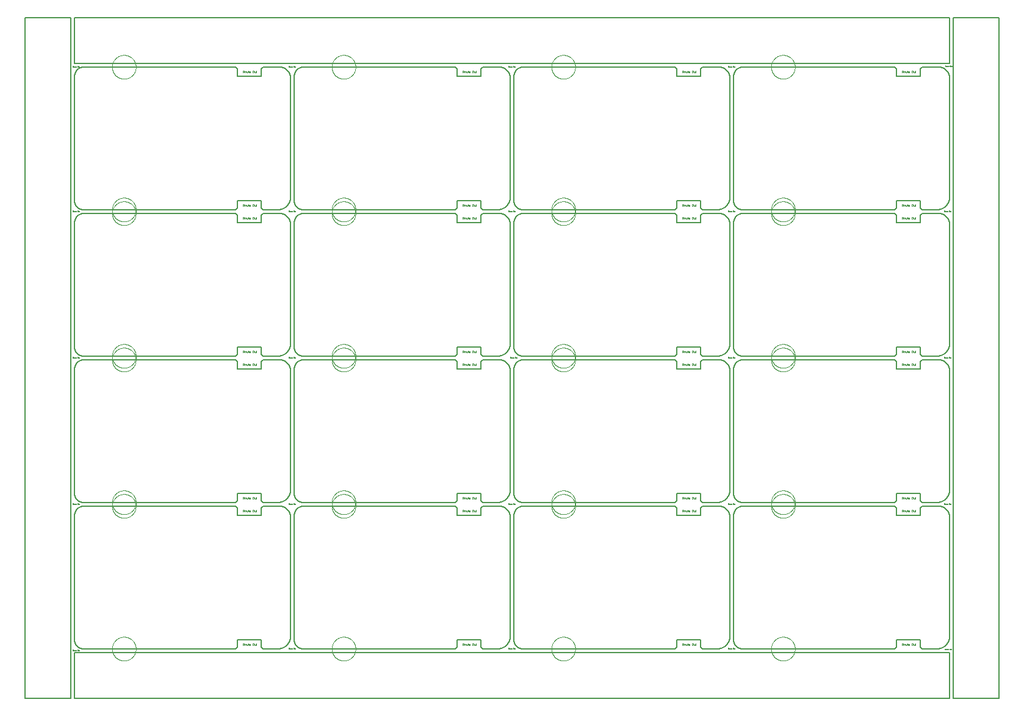
<source format=gko>
G04 EAGLE Gerber RS-274X export*
G75*
%MOMM*%
%FSLAX34Y34*%
%LPD*%
%IN*%
%IPPOS*%
%AMOC8*
5,1,8,0,0,1.08239X$1,22.5*%
G01*
%ADD10C,0.203200*%
%ADD11C,0.025400*%
%ADD12C,0.000000*%


D10*
X368300Y86360D02*
X368300Y251460D01*
X368296Y251828D01*
X368282Y252196D01*
X368260Y252564D01*
X368229Y252931D01*
X368189Y253297D01*
X368140Y253662D01*
X368082Y254026D01*
X368016Y254388D01*
X367941Y254749D01*
X367857Y255107D01*
X367765Y255464D01*
X367664Y255818D01*
X367554Y256169D01*
X367436Y256518D01*
X367310Y256864D01*
X367175Y257207D01*
X367032Y257546D01*
X366881Y257882D01*
X366722Y258214D01*
X366554Y258542D01*
X366379Y258866D01*
X366196Y259186D01*
X366006Y259501D01*
X365808Y259812D01*
X365602Y260117D01*
X365389Y260418D01*
X365169Y260713D01*
X364942Y261003D01*
X364708Y261287D01*
X364467Y261566D01*
X364220Y261839D01*
X363966Y262105D01*
X363705Y262366D01*
X363439Y262620D01*
X363166Y262867D01*
X362887Y263108D01*
X362603Y263342D01*
X362313Y263569D01*
X362018Y263789D01*
X361717Y264002D01*
X361412Y264208D01*
X361101Y264406D01*
X360786Y264596D01*
X360466Y264779D01*
X360142Y264954D01*
X359814Y265122D01*
X359482Y265281D01*
X359146Y265432D01*
X358807Y265575D01*
X358464Y265710D01*
X358118Y265836D01*
X357769Y265954D01*
X357418Y266064D01*
X357064Y266165D01*
X356707Y266257D01*
X356349Y266341D01*
X355988Y266416D01*
X355626Y266482D01*
X355262Y266540D01*
X354897Y266589D01*
X354531Y266629D01*
X354164Y266660D01*
X353796Y266682D01*
X353428Y266696D01*
X353060Y266700D01*
X330200Y266700D01*
X292100Y266700D02*
X81280Y266700D01*
X80973Y266696D01*
X80666Y266685D01*
X80360Y266667D01*
X80054Y266641D01*
X79749Y266607D01*
X79445Y266567D01*
X79142Y266519D01*
X78840Y266463D01*
X78540Y266401D01*
X78241Y266331D01*
X77944Y266254D01*
X77648Y266170D01*
X77355Y266078D01*
X77065Y265980D01*
X76777Y265875D01*
X76491Y265762D01*
X76208Y265643D01*
X75928Y265517D01*
X75651Y265385D01*
X75378Y265245D01*
X75108Y265099D01*
X74842Y264947D01*
X74579Y264788D01*
X74320Y264623D01*
X74066Y264452D01*
X73815Y264275D01*
X73569Y264091D01*
X73327Y263902D01*
X73091Y263707D01*
X72858Y263506D01*
X72631Y263300D01*
X72409Y263088D01*
X72192Y262871D01*
X71980Y262649D01*
X71774Y262422D01*
X71573Y262189D01*
X71378Y261953D01*
X71189Y261711D01*
X71005Y261465D01*
X70828Y261214D01*
X70657Y260960D01*
X70492Y260701D01*
X70333Y260438D01*
X70181Y260172D01*
X70035Y259902D01*
X69895Y259629D01*
X69763Y259352D01*
X69637Y259072D01*
X69518Y258789D01*
X69405Y258503D01*
X69300Y258215D01*
X69202Y257925D01*
X69110Y257632D01*
X69026Y257336D01*
X68949Y257039D01*
X68879Y256740D01*
X68817Y256440D01*
X68761Y256138D01*
X68713Y255835D01*
X68673Y255531D01*
X68639Y255226D01*
X68613Y254920D01*
X68595Y254614D01*
X68584Y254307D01*
X68580Y254000D01*
X68580Y81280D01*
X327660Y264160D02*
X330200Y266700D01*
X327660Y264160D02*
X327660Y254000D01*
X294640Y254000D01*
X294640Y264160D01*
X292100Y266700D01*
X294640Y71120D02*
X292100Y68580D01*
X294640Y71120D02*
X294640Y81280D01*
X327660Y81280D01*
X327660Y71120D01*
X330200Y68580D01*
X81280Y68580D02*
X80973Y68584D01*
X80666Y68595D01*
X80360Y68613D01*
X80054Y68639D01*
X79749Y68673D01*
X79445Y68713D01*
X79142Y68761D01*
X78840Y68817D01*
X78540Y68879D01*
X78241Y68949D01*
X77944Y69026D01*
X77648Y69110D01*
X77355Y69202D01*
X77065Y69300D01*
X76777Y69405D01*
X76491Y69518D01*
X76208Y69637D01*
X75928Y69763D01*
X75651Y69895D01*
X75378Y70035D01*
X75108Y70181D01*
X74842Y70333D01*
X74579Y70492D01*
X74320Y70657D01*
X74066Y70828D01*
X73815Y71005D01*
X73569Y71189D01*
X73327Y71378D01*
X73091Y71573D01*
X72858Y71774D01*
X72631Y71980D01*
X72409Y72192D01*
X72192Y72409D01*
X71980Y72631D01*
X71774Y72858D01*
X71573Y73091D01*
X71378Y73327D01*
X71189Y73569D01*
X71005Y73815D01*
X70828Y74066D01*
X70657Y74320D01*
X70492Y74579D01*
X70333Y74842D01*
X70181Y75108D01*
X70035Y75378D01*
X69895Y75651D01*
X69763Y75928D01*
X69637Y76208D01*
X69518Y76491D01*
X69405Y76777D01*
X69300Y77065D01*
X69202Y77355D01*
X69110Y77648D01*
X69026Y77944D01*
X68949Y78241D01*
X68879Y78540D01*
X68817Y78840D01*
X68761Y79142D01*
X68713Y79445D01*
X68673Y79749D01*
X68639Y80054D01*
X68613Y80360D01*
X68595Y80666D01*
X68584Y80973D01*
X68580Y81280D01*
X81280Y68580D02*
X292100Y68580D01*
X330200Y68580D02*
X350520Y68580D01*
X350950Y68585D01*
X351379Y68601D01*
X351808Y68627D01*
X352236Y68663D01*
X352663Y68710D01*
X353089Y68767D01*
X353513Y68834D01*
X353936Y68911D01*
X354357Y68999D01*
X354775Y69097D01*
X355191Y69205D01*
X355604Y69322D01*
X356014Y69450D01*
X356421Y69588D01*
X356825Y69735D01*
X357225Y69893D01*
X357621Y70059D01*
X358013Y70236D01*
X358400Y70422D01*
X358783Y70617D01*
X359161Y70821D01*
X359534Y71034D01*
X359901Y71256D01*
X360264Y71488D01*
X360620Y71727D01*
X360971Y71976D01*
X361315Y72232D01*
X361654Y72497D01*
X361985Y72770D01*
X362310Y73051D01*
X362628Y73340D01*
X362940Y73637D01*
X363243Y73940D01*
X363540Y74252D01*
X363829Y74570D01*
X364110Y74895D01*
X364383Y75226D01*
X364648Y75565D01*
X364904Y75909D01*
X365153Y76260D01*
X365392Y76616D01*
X365624Y76979D01*
X365846Y77346D01*
X366059Y77719D01*
X366263Y78097D01*
X366458Y78480D01*
X366644Y78867D01*
X366821Y79259D01*
X366987Y79655D01*
X367145Y80055D01*
X367292Y80459D01*
X367430Y80866D01*
X367558Y81276D01*
X367675Y81689D01*
X367783Y82105D01*
X367881Y82523D01*
X367969Y82944D01*
X368046Y83367D01*
X368113Y83791D01*
X368170Y84217D01*
X368217Y84644D01*
X368253Y85072D01*
X368279Y85501D01*
X368295Y85930D01*
X368300Y86360D01*
X673100Y86360D02*
X673100Y251460D01*
X673096Y251828D01*
X673082Y252196D01*
X673060Y252564D01*
X673029Y252931D01*
X672989Y253297D01*
X672940Y253662D01*
X672882Y254026D01*
X672816Y254388D01*
X672741Y254749D01*
X672657Y255107D01*
X672565Y255464D01*
X672464Y255818D01*
X672354Y256169D01*
X672236Y256518D01*
X672110Y256864D01*
X671975Y257207D01*
X671832Y257546D01*
X671681Y257882D01*
X671522Y258214D01*
X671354Y258542D01*
X671179Y258866D01*
X670996Y259186D01*
X670806Y259501D01*
X670608Y259812D01*
X670402Y260117D01*
X670189Y260418D01*
X669969Y260713D01*
X669742Y261003D01*
X669508Y261287D01*
X669267Y261566D01*
X669020Y261839D01*
X668766Y262105D01*
X668505Y262366D01*
X668239Y262620D01*
X667966Y262867D01*
X667687Y263108D01*
X667403Y263342D01*
X667113Y263569D01*
X666818Y263789D01*
X666517Y264002D01*
X666212Y264208D01*
X665901Y264406D01*
X665586Y264596D01*
X665266Y264779D01*
X664942Y264954D01*
X664614Y265122D01*
X664282Y265281D01*
X663946Y265432D01*
X663607Y265575D01*
X663264Y265710D01*
X662918Y265836D01*
X662569Y265954D01*
X662218Y266064D01*
X661864Y266165D01*
X661507Y266257D01*
X661149Y266341D01*
X660788Y266416D01*
X660426Y266482D01*
X660062Y266540D01*
X659697Y266589D01*
X659331Y266629D01*
X658964Y266660D01*
X658596Y266682D01*
X658228Y266696D01*
X657860Y266700D01*
X635000Y266700D01*
X596900Y266700D02*
X386080Y266700D01*
X385773Y266696D01*
X385466Y266685D01*
X385160Y266667D01*
X384854Y266641D01*
X384549Y266607D01*
X384245Y266567D01*
X383942Y266519D01*
X383640Y266463D01*
X383340Y266401D01*
X383041Y266331D01*
X382744Y266254D01*
X382448Y266170D01*
X382155Y266078D01*
X381865Y265980D01*
X381577Y265875D01*
X381291Y265762D01*
X381008Y265643D01*
X380728Y265517D01*
X380451Y265385D01*
X380178Y265245D01*
X379908Y265099D01*
X379642Y264947D01*
X379379Y264788D01*
X379120Y264623D01*
X378866Y264452D01*
X378615Y264275D01*
X378369Y264091D01*
X378127Y263902D01*
X377891Y263707D01*
X377658Y263506D01*
X377431Y263300D01*
X377209Y263088D01*
X376992Y262871D01*
X376780Y262649D01*
X376574Y262422D01*
X376373Y262189D01*
X376178Y261953D01*
X375989Y261711D01*
X375805Y261465D01*
X375628Y261214D01*
X375457Y260960D01*
X375292Y260701D01*
X375133Y260438D01*
X374981Y260172D01*
X374835Y259902D01*
X374695Y259629D01*
X374563Y259352D01*
X374437Y259072D01*
X374318Y258789D01*
X374205Y258503D01*
X374100Y258215D01*
X374002Y257925D01*
X373910Y257632D01*
X373826Y257336D01*
X373749Y257039D01*
X373679Y256740D01*
X373617Y256440D01*
X373561Y256138D01*
X373513Y255835D01*
X373473Y255531D01*
X373439Y255226D01*
X373413Y254920D01*
X373395Y254614D01*
X373384Y254307D01*
X373380Y254000D01*
X373380Y81280D01*
X632460Y264160D02*
X635000Y266700D01*
X632460Y264160D02*
X632460Y254000D01*
X599440Y254000D01*
X599440Y264160D01*
X596900Y266700D01*
X599440Y71120D02*
X596900Y68580D01*
X599440Y71120D02*
X599440Y81280D01*
X632460Y81280D01*
X632460Y71120D01*
X635000Y68580D01*
X386080Y68580D02*
X385773Y68584D01*
X385466Y68595D01*
X385160Y68613D01*
X384854Y68639D01*
X384549Y68673D01*
X384245Y68713D01*
X383942Y68761D01*
X383640Y68817D01*
X383340Y68879D01*
X383041Y68949D01*
X382744Y69026D01*
X382448Y69110D01*
X382155Y69202D01*
X381865Y69300D01*
X381577Y69405D01*
X381291Y69518D01*
X381008Y69637D01*
X380728Y69763D01*
X380451Y69895D01*
X380178Y70035D01*
X379908Y70181D01*
X379642Y70333D01*
X379379Y70492D01*
X379120Y70657D01*
X378866Y70828D01*
X378615Y71005D01*
X378369Y71189D01*
X378127Y71378D01*
X377891Y71573D01*
X377658Y71774D01*
X377431Y71980D01*
X377209Y72192D01*
X376992Y72409D01*
X376780Y72631D01*
X376574Y72858D01*
X376373Y73091D01*
X376178Y73327D01*
X375989Y73569D01*
X375805Y73815D01*
X375628Y74066D01*
X375457Y74320D01*
X375292Y74579D01*
X375133Y74842D01*
X374981Y75108D01*
X374835Y75378D01*
X374695Y75651D01*
X374563Y75928D01*
X374437Y76208D01*
X374318Y76491D01*
X374205Y76777D01*
X374100Y77065D01*
X374002Y77355D01*
X373910Y77648D01*
X373826Y77944D01*
X373749Y78241D01*
X373679Y78540D01*
X373617Y78840D01*
X373561Y79142D01*
X373513Y79445D01*
X373473Y79749D01*
X373439Y80054D01*
X373413Y80360D01*
X373395Y80666D01*
X373384Y80973D01*
X373380Y81280D01*
X386080Y68580D02*
X596900Y68580D01*
X635000Y68580D02*
X655320Y68580D01*
X655750Y68585D01*
X656179Y68601D01*
X656608Y68627D01*
X657036Y68663D01*
X657463Y68710D01*
X657889Y68767D01*
X658313Y68834D01*
X658736Y68911D01*
X659157Y68999D01*
X659575Y69097D01*
X659991Y69205D01*
X660404Y69322D01*
X660814Y69450D01*
X661221Y69588D01*
X661625Y69735D01*
X662025Y69893D01*
X662421Y70059D01*
X662813Y70236D01*
X663200Y70422D01*
X663583Y70617D01*
X663961Y70821D01*
X664334Y71034D01*
X664701Y71256D01*
X665064Y71488D01*
X665420Y71727D01*
X665771Y71976D01*
X666115Y72232D01*
X666454Y72497D01*
X666785Y72770D01*
X667110Y73051D01*
X667428Y73340D01*
X667740Y73637D01*
X668043Y73940D01*
X668340Y74252D01*
X668629Y74570D01*
X668910Y74895D01*
X669183Y75226D01*
X669448Y75565D01*
X669704Y75909D01*
X669953Y76260D01*
X670192Y76616D01*
X670424Y76979D01*
X670646Y77346D01*
X670859Y77719D01*
X671063Y78097D01*
X671258Y78480D01*
X671444Y78867D01*
X671621Y79259D01*
X671787Y79655D01*
X671945Y80055D01*
X672092Y80459D01*
X672230Y80866D01*
X672358Y81276D01*
X672475Y81689D01*
X672583Y82105D01*
X672681Y82523D01*
X672769Y82944D01*
X672846Y83367D01*
X672913Y83791D01*
X672970Y84217D01*
X673017Y84644D01*
X673053Y85072D01*
X673079Y85501D01*
X673095Y85930D01*
X673100Y86360D01*
X977900Y86360D02*
X977900Y251460D01*
X977896Y251828D01*
X977882Y252196D01*
X977860Y252564D01*
X977829Y252931D01*
X977789Y253297D01*
X977740Y253662D01*
X977682Y254026D01*
X977616Y254388D01*
X977541Y254749D01*
X977457Y255107D01*
X977365Y255464D01*
X977264Y255818D01*
X977154Y256169D01*
X977036Y256518D01*
X976910Y256864D01*
X976775Y257207D01*
X976632Y257546D01*
X976481Y257882D01*
X976322Y258214D01*
X976154Y258542D01*
X975979Y258866D01*
X975796Y259186D01*
X975606Y259501D01*
X975408Y259812D01*
X975202Y260117D01*
X974989Y260418D01*
X974769Y260713D01*
X974542Y261003D01*
X974308Y261287D01*
X974067Y261566D01*
X973820Y261839D01*
X973566Y262105D01*
X973305Y262366D01*
X973039Y262620D01*
X972766Y262867D01*
X972487Y263108D01*
X972203Y263342D01*
X971913Y263569D01*
X971618Y263789D01*
X971317Y264002D01*
X971012Y264208D01*
X970701Y264406D01*
X970386Y264596D01*
X970066Y264779D01*
X969742Y264954D01*
X969414Y265122D01*
X969082Y265281D01*
X968746Y265432D01*
X968407Y265575D01*
X968064Y265710D01*
X967718Y265836D01*
X967369Y265954D01*
X967018Y266064D01*
X966664Y266165D01*
X966307Y266257D01*
X965949Y266341D01*
X965588Y266416D01*
X965226Y266482D01*
X964862Y266540D01*
X964497Y266589D01*
X964131Y266629D01*
X963764Y266660D01*
X963396Y266682D01*
X963028Y266696D01*
X962660Y266700D01*
X939800Y266700D01*
X901700Y266700D02*
X690880Y266700D01*
X690573Y266696D01*
X690266Y266685D01*
X689960Y266667D01*
X689654Y266641D01*
X689349Y266607D01*
X689045Y266567D01*
X688742Y266519D01*
X688440Y266463D01*
X688140Y266401D01*
X687841Y266331D01*
X687544Y266254D01*
X687248Y266170D01*
X686955Y266078D01*
X686665Y265980D01*
X686377Y265875D01*
X686091Y265762D01*
X685808Y265643D01*
X685528Y265517D01*
X685251Y265385D01*
X684978Y265245D01*
X684708Y265099D01*
X684442Y264947D01*
X684179Y264788D01*
X683920Y264623D01*
X683666Y264452D01*
X683415Y264275D01*
X683169Y264091D01*
X682927Y263902D01*
X682691Y263707D01*
X682458Y263506D01*
X682231Y263300D01*
X682009Y263088D01*
X681792Y262871D01*
X681580Y262649D01*
X681374Y262422D01*
X681173Y262189D01*
X680978Y261953D01*
X680789Y261711D01*
X680605Y261465D01*
X680428Y261214D01*
X680257Y260960D01*
X680092Y260701D01*
X679933Y260438D01*
X679781Y260172D01*
X679635Y259902D01*
X679495Y259629D01*
X679363Y259352D01*
X679237Y259072D01*
X679118Y258789D01*
X679005Y258503D01*
X678900Y258215D01*
X678802Y257925D01*
X678710Y257632D01*
X678626Y257336D01*
X678549Y257039D01*
X678479Y256740D01*
X678417Y256440D01*
X678361Y256138D01*
X678313Y255835D01*
X678273Y255531D01*
X678239Y255226D01*
X678213Y254920D01*
X678195Y254614D01*
X678184Y254307D01*
X678180Y254000D01*
X678180Y81280D01*
X937260Y264160D02*
X939800Y266700D01*
X937260Y264160D02*
X937260Y254000D01*
X904240Y254000D01*
X904240Y264160D01*
X901700Y266700D01*
X904240Y71120D02*
X901700Y68580D01*
X904240Y71120D02*
X904240Y81280D01*
X937260Y81280D01*
X937260Y71120D01*
X939800Y68580D01*
X690880Y68580D02*
X690573Y68584D01*
X690266Y68595D01*
X689960Y68613D01*
X689654Y68639D01*
X689349Y68673D01*
X689045Y68713D01*
X688742Y68761D01*
X688440Y68817D01*
X688140Y68879D01*
X687841Y68949D01*
X687544Y69026D01*
X687248Y69110D01*
X686955Y69202D01*
X686665Y69300D01*
X686377Y69405D01*
X686091Y69518D01*
X685808Y69637D01*
X685528Y69763D01*
X685251Y69895D01*
X684978Y70035D01*
X684708Y70181D01*
X684442Y70333D01*
X684179Y70492D01*
X683920Y70657D01*
X683666Y70828D01*
X683415Y71005D01*
X683169Y71189D01*
X682927Y71378D01*
X682691Y71573D01*
X682458Y71774D01*
X682231Y71980D01*
X682009Y72192D01*
X681792Y72409D01*
X681580Y72631D01*
X681374Y72858D01*
X681173Y73091D01*
X680978Y73327D01*
X680789Y73569D01*
X680605Y73815D01*
X680428Y74066D01*
X680257Y74320D01*
X680092Y74579D01*
X679933Y74842D01*
X679781Y75108D01*
X679635Y75378D01*
X679495Y75651D01*
X679363Y75928D01*
X679237Y76208D01*
X679118Y76491D01*
X679005Y76777D01*
X678900Y77065D01*
X678802Y77355D01*
X678710Y77648D01*
X678626Y77944D01*
X678549Y78241D01*
X678479Y78540D01*
X678417Y78840D01*
X678361Y79142D01*
X678313Y79445D01*
X678273Y79749D01*
X678239Y80054D01*
X678213Y80360D01*
X678195Y80666D01*
X678184Y80973D01*
X678180Y81280D01*
X690880Y68580D02*
X901700Y68580D01*
X939800Y68580D02*
X960120Y68580D01*
X960550Y68585D01*
X960979Y68601D01*
X961408Y68627D01*
X961836Y68663D01*
X962263Y68710D01*
X962689Y68767D01*
X963113Y68834D01*
X963536Y68911D01*
X963957Y68999D01*
X964375Y69097D01*
X964791Y69205D01*
X965204Y69322D01*
X965614Y69450D01*
X966021Y69588D01*
X966425Y69735D01*
X966825Y69893D01*
X967221Y70059D01*
X967613Y70236D01*
X968000Y70422D01*
X968383Y70617D01*
X968761Y70821D01*
X969134Y71034D01*
X969501Y71256D01*
X969864Y71488D01*
X970220Y71727D01*
X970571Y71976D01*
X970915Y72232D01*
X971254Y72497D01*
X971585Y72770D01*
X971910Y73051D01*
X972228Y73340D01*
X972540Y73637D01*
X972843Y73940D01*
X973140Y74252D01*
X973429Y74570D01*
X973710Y74895D01*
X973983Y75226D01*
X974248Y75565D01*
X974504Y75909D01*
X974753Y76260D01*
X974992Y76616D01*
X975224Y76979D01*
X975446Y77346D01*
X975659Y77719D01*
X975863Y78097D01*
X976058Y78480D01*
X976244Y78867D01*
X976421Y79259D01*
X976587Y79655D01*
X976745Y80055D01*
X976892Y80459D01*
X977030Y80866D01*
X977158Y81276D01*
X977275Y81689D01*
X977383Y82105D01*
X977481Y82523D01*
X977569Y82944D01*
X977646Y83367D01*
X977713Y83791D01*
X977770Y84217D01*
X977817Y84644D01*
X977853Y85072D01*
X977879Y85501D01*
X977895Y85930D01*
X977900Y86360D01*
X1282700Y86360D02*
X1282700Y251460D01*
X1282696Y251828D01*
X1282682Y252196D01*
X1282660Y252564D01*
X1282629Y252931D01*
X1282589Y253297D01*
X1282540Y253662D01*
X1282482Y254026D01*
X1282416Y254388D01*
X1282341Y254749D01*
X1282257Y255107D01*
X1282165Y255464D01*
X1282064Y255818D01*
X1281954Y256169D01*
X1281836Y256518D01*
X1281710Y256864D01*
X1281575Y257207D01*
X1281432Y257546D01*
X1281281Y257882D01*
X1281122Y258214D01*
X1280954Y258542D01*
X1280779Y258866D01*
X1280596Y259186D01*
X1280406Y259501D01*
X1280208Y259812D01*
X1280002Y260117D01*
X1279789Y260418D01*
X1279569Y260713D01*
X1279342Y261003D01*
X1279108Y261287D01*
X1278867Y261566D01*
X1278620Y261839D01*
X1278366Y262105D01*
X1278105Y262366D01*
X1277839Y262620D01*
X1277566Y262867D01*
X1277287Y263108D01*
X1277003Y263342D01*
X1276713Y263569D01*
X1276418Y263789D01*
X1276117Y264002D01*
X1275812Y264208D01*
X1275501Y264406D01*
X1275186Y264596D01*
X1274866Y264779D01*
X1274542Y264954D01*
X1274214Y265122D01*
X1273882Y265281D01*
X1273546Y265432D01*
X1273207Y265575D01*
X1272864Y265710D01*
X1272518Y265836D01*
X1272169Y265954D01*
X1271818Y266064D01*
X1271464Y266165D01*
X1271107Y266257D01*
X1270749Y266341D01*
X1270388Y266416D01*
X1270026Y266482D01*
X1269662Y266540D01*
X1269297Y266589D01*
X1268931Y266629D01*
X1268564Y266660D01*
X1268196Y266682D01*
X1267828Y266696D01*
X1267460Y266700D01*
X1244600Y266700D01*
X1206500Y266700D02*
X995680Y266700D01*
X995373Y266696D01*
X995066Y266685D01*
X994760Y266667D01*
X994454Y266641D01*
X994149Y266607D01*
X993845Y266567D01*
X993542Y266519D01*
X993240Y266463D01*
X992940Y266401D01*
X992641Y266331D01*
X992344Y266254D01*
X992048Y266170D01*
X991755Y266078D01*
X991465Y265980D01*
X991177Y265875D01*
X990891Y265762D01*
X990608Y265643D01*
X990328Y265517D01*
X990051Y265385D01*
X989778Y265245D01*
X989508Y265099D01*
X989242Y264947D01*
X988979Y264788D01*
X988720Y264623D01*
X988466Y264452D01*
X988215Y264275D01*
X987969Y264091D01*
X987727Y263902D01*
X987491Y263707D01*
X987258Y263506D01*
X987031Y263300D01*
X986809Y263088D01*
X986592Y262871D01*
X986380Y262649D01*
X986174Y262422D01*
X985973Y262189D01*
X985778Y261953D01*
X985589Y261711D01*
X985405Y261465D01*
X985228Y261214D01*
X985057Y260960D01*
X984892Y260701D01*
X984733Y260438D01*
X984581Y260172D01*
X984435Y259902D01*
X984295Y259629D01*
X984163Y259352D01*
X984037Y259072D01*
X983918Y258789D01*
X983805Y258503D01*
X983700Y258215D01*
X983602Y257925D01*
X983510Y257632D01*
X983426Y257336D01*
X983349Y257039D01*
X983279Y256740D01*
X983217Y256440D01*
X983161Y256138D01*
X983113Y255835D01*
X983073Y255531D01*
X983039Y255226D01*
X983013Y254920D01*
X982995Y254614D01*
X982984Y254307D01*
X982980Y254000D01*
X982980Y81280D01*
X1242060Y264160D02*
X1244600Y266700D01*
X1242060Y264160D02*
X1242060Y254000D01*
X1209040Y254000D01*
X1209040Y264160D01*
X1206500Y266700D01*
X1209040Y71120D02*
X1206500Y68580D01*
X1209040Y71120D02*
X1209040Y81280D01*
X1242060Y81280D01*
X1242060Y71120D01*
X1244600Y68580D01*
X995680Y68580D02*
X995373Y68584D01*
X995066Y68595D01*
X994760Y68613D01*
X994454Y68639D01*
X994149Y68673D01*
X993845Y68713D01*
X993542Y68761D01*
X993240Y68817D01*
X992940Y68879D01*
X992641Y68949D01*
X992344Y69026D01*
X992048Y69110D01*
X991755Y69202D01*
X991465Y69300D01*
X991177Y69405D01*
X990891Y69518D01*
X990608Y69637D01*
X990328Y69763D01*
X990051Y69895D01*
X989778Y70035D01*
X989508Y70181D01*
X989242Y70333D01*
X988979Y70492D01*
X988720Y70657D01*
X988466Y70828D01*
X988215Y71005D01*
X987969Y71189D01*
X987727Y71378D01*
X987491Y71573D01*
X987258Y71774D01*
X987031Y71980D01*
X986809Y72192D01*
X986592Y72409D01*
X986380Y72631D01*
X986174Y72858D01*
X985973Y73091D01*
X985778Y73327D01*
X985589Y73569D01*
X985405Y73815D01*
X985228Y74066D01*
X985057Y74320D01*
X984892Y74579D01*
X984733Y74842D01*
X984581Y75108D01*
X984435Y75378D01*
X984295Y75651D01*
X984163Y75928D01*
X984037Y76208D01*
X983918Y76491D01*
X983805Y76777D01*
X983700Y77065D01*
X983602Y77355D01*
X983510Y77648D01*
X983426Y77944D01*
X983349Y78241D01*
X983279Y78540D01*
X983217Y78840D01*
X983161Y79142D01*
X983113Y79445D01*
X983073Y79749D01*
X983039Y80054D01*
X983013Y80360D01*
X982995Y80666D01*
X982984Y80973D01*
X982980Y81280D01*
X995680Y68580D02*
X1206500Y68580D01*
X1244600Y68580D02*
X1264920Y68580D01*
X1265350Y68585D01*
X1265779Y68601D01*
X1266208Y68627D01*
X1266636Y68663D01*
X1267063Y68710D01*
X1267489Y68767D01*
X1267913Y68834D01*
X1268336Y68911D01*
X1268757Y68999D01*
X1269175Y69097D01*
X1269591Y69205D01*
X1270004Y69322D01*
X1270414Y69450D01*
X1270821Y69588D01*
X1271225Y69735D01*
X1271625Y69893D01*
X1272021Y70059D01*
X1272413Y70236D01*
X1272800Y70422D01*
X1273183Y70617D01*
X1273561Y70821D01*
X1273934Y71034D01*
X1274301Y71256D01*
X1274664Y71488D01*
X1275020Y71727D01*
X1275371Y71976D01*
X1275715Y72232D01*
X1276054Y72497D01*
X1276385Y72770D01*
X1276710Y73051D01*
X1277028Y73340D01*
X1277340Y73637D01*
X1277643Y73940D01*
X1277940Y74252D01*
X1278229Y74570D01*
X1278510Y74895D01*
X1278783Y75226D01*
X1279048Y75565D01*
X1279304Y75909D01*
X1279553Y76260D01*
X1279792Y76616D01*
X1280024Y76979D01*
X1280246Y77346D01*
X1280459Y77719D01*
X1280663Y78097D01*
X1280858Y78480D01*
X1281044Y78867D01*
X1281221Y79259D01*
X1281387Y79655D01*
X1281545Y80055D01*
X1281692Y80459D01*
X1281830Y80866D01*
X1281958Y81276D01*
X1282075Y81689D01*
X1282183Y82105D01*
X1282281Y82523D01*
X1282369Y82944D01*
X1282446Y83367D01*
X1282513Y83791D01*
X1282570Y84217D01*
X1282617Y84644D01*
X1282653Y85072D01*
X1282679Y85501D01*
X1282695Y85930D01*
X1282700Y86360D01*
X368300Y289560D02*
X368300Y454660D01*
X368296Y455028D01*
X368282Y455396D01*
X368260Y455764D01*
X368229Y456131D01*
X368189Y456497D01*
X368140Y456862D01*
X368082Y457226D01*
X368016Y457588D01*
X367941Y457949D01*
X367857Y458307D01*
X367765Y458664D01*
X367664Y459018D01*
X367554Y459369D01*
X367436Y459718D01*
X367310Y460064D01*
X367175Y460407D01*
X367032Y460746D01*
X366881Y461082D01*
X366722Y461414D01*
X366554Y461742D01*
X366379Y462066D01*
X366196Y462386D01*
X366006Y462701D01*
X365808Y463012D01*
X365602Y463317D01*
X365389Y463618D01*
X365169Y463913D01*
X364942Y464203D01*
X364708Y464487D01*
X364467Y464766D01*
X364220Y465039D01*
X363966Y465305D01*
X363705Y465566D01*
X363439Y465820D01*
X363166Y466067D01*
X362887Y466308D01*
X362603Y466542D01*
X362313Y466769D01*
X362018Y466989D01*
X361717Y467202D01*
X361412Y467408D01*
X361101Y467606D01*
X360786Y467796D01*
X360466Y467979D01*
X360142Y468154D01*
X359814Y468322D01*
X359482Y468481D01*
X359146Y468632D01*
X358807Y468775D01*
X358464Y468910D01*
X358118Y469036D01*
X357769Y469154D01*
X357418Y469264D01*
X357064Y469365D01*
X356707Y469457D01*
X356349Y469541D01*
X355988Y469616D01*
X355626Y469682D01*
X355262Y469740D01*
X354897Y469789D01*
X354531Y469829D01*
X354164Y469860D01*
X353796Y469882D01*
X353428Y469896D01*
X353060Y469900D01*
X330200Y469900D01*
X292100Y469900D02*
X81280Y469900D01*
X80973Y469896D01*
X80666Y469885D01*
X80360Y469867D01*
X80054Y469841D01*
X79749Y469807D01*
X79445Y469767D01*
X79142Y469719D01*
X78840Y469663D01*
X78540Y469601D01*
X78241Y469531D01*
X77944Y469454D01*
X77648Y469370D01*
X77355Y469278D01*
X77065Y469180D01*
X76777Y469075D01*
X76491Y468962D01*
X76208Y468843D01*
X75928Y468717D01*
X75651Y468585D01*
X75378Y468445D01*
X75108Y468299D01*
X74842Y468147D01*
X74579Y467988D01*
X74320Y467823D01*
X74066Y467652D01*
X73815Y467475D01*
X73569Y467291D01*
X73327Y467102D01*
X73091Y466907D01*
X72858Y466706D01*
X72631Y466500D01*
X72409Y466288D01*
X72192Y466071D01*
X71980Y465849D01*
X71774Y465622D01*
X71573Y465389D01*
X71378Y465153D01*
X71189Y464911D01*
X71005Y464665D01*
X70828Y464414D01*
X70657Y464160D01*
X70492Y463901D01*
X70333Y463638D01*
X70181Y463372D01*
X70035Y463102D01*
X69895Y462829D01*
X69763Y462552D01*
X69637Y462272D01*
X69518Y461989D01*
X69405Y461703D01*
X69300Y461415D01*
X69202Y461125D01*
X69110Y460832D01*
X69026Y460536D01*
X68949Y460239D01*
X68879Y459940D01*
X68817Y459640D01*
X68761Y459338D01*
X68713Y459035D01*
X68673Y458731D01*
X68639Y458426D01*
X68613Y458120D01*
X68595Y457814D01*
X68584Y457507D01*
X68580Y457200D01*
X68580Y284480D01*
X327660Y467360D02*
X330200Y469900D01*
X327660Y467360D02*
X327660Y457200D01*
X294640Y457200D01*
X294640Y467360D01*
X292100Y469900D01*
X294640Y274320D02*
X292100Y271780D01*
X294640Y274320D02*
X294640Y284480D01*
X327660Y284480D01*
X327660Y274320D01*
X330200Y271780D01*
X81280Y271780D02*
X80973Y271784D01*
X80666Y271795D01*
X80360Y271813D01*
X80054Y271839D01*
X79749Y271873D01*
X79445Y271913D01*
X79142Y271961D01*
X78840Y272017D01*
X78540Y272079D01*
X78241Y272149D01*
X77944Y272226D01*
X77648Y272310D01*
X77355Y272402D01*
X77065Y272500D01*
X76777Y272605D01*
X76491Y272718D01*
X76208Y272837D01*
X75928Y272963D01*
X75651Y273095D01*
X75378Y273235D01*
X75108Y273381D01*
X74842Y273533D01*
X74579Y273692D01*
X74320Y273857D01*
X74066Y274028D01*
X73815Y274205D01*
X73569Y274389D01*
X73327Y274578D01*
X73091Y274773D01*
X72858Y274974D01*
X72631Y275180D01*
X72409Y275392D01*
X72192Y275609D01*
X71980Y275831D01*
X71774Y276058D01*
X71573Y276291D01*
X71378Y276527D01*
X71189Y276769D01*
X71005Y277015D01*
X70828Y277266D01*
X70657Y277520D01*
X70492Y277779D01*
X70333Y278042D01*
X70181Y278308D01*
X70035Y278578D01*
X69895Y278851D01*
X69763Y279128D01*
X69637Y279408D01*
X69518Y279691D01*
X69405Y279977D01*
X69300Y280265D01*
X69202Y280555D01*
X69110Y280848D01*
X69026Y281144D01*
X68949Y281441D01*
X68879Y281740D01*
X68817Y282040D01*
X68761Y282342D01*
X68713Y282645D01*
X68673Y282949D01*
X68639Y283254D01*
X68613Y283560D01*
X68595Y283866D01*
X68584Y284173D01*
X68580Y284480D01*
X81280Y271780D02*
X292100Y271780D01*
X330200Y271780D02*
X350520Y271780D01*
X350950Y271785D01*
X351379Y271801D01*
X351808Y271827D01*
X352236Y271863D01*
X352663Y271910D01*
X353089Y271967D01*
X353513Y272034D01*
X353936Y272111D01*
X354357Y272199D01*
X354775Y272297D01*
X355191Y272405D01*
X355604Y272522D01*
X356014Y272650D01*
X356421Y272788D01*
X356825Y272935D01*
X357225Y273093D01*
X357621Y273259D01*
X358013Y273436D01*
X358400Y273622D01*
X358783Y273817D01*
X359161Y274021D01*
X359534Y274234D01*
X359901Y274456D01*
X360264Y274688D01*
X360620Y274927D01*
X360971Y275176D01*
X361315Y275432D01*
X361654Y275697D01*
X361985Y275970D01*
X362310Y276251D01*
X362628Y276540D01*
X362940Y276837D01*
X363243Y277140D01*
X363540Y277452D01*
X363829Y277770D01*
X364110Y278095D01*
X364383Y278426D01*
X364648Y278765D01*
X364904Y279109D01*
X365153Y279460D01*
X365392Y279816D01*
X365624Y280179D01*
X365846Y280546D01*
X366059Y280919D01*
X366263Y281297D01*
X366458Y281680D01*
X366644Y282067D01*
X366821Y282459D01*
X366987Y282855D01*
X367145Y283255D01*
X367292Y283659D01*
X367430Y284066D01*
X367558Y284476D01*
X367675Y284889D01*
X367783Y285305D01*
X367881Y285723D01*
X367969Y286144D01*
X368046Y286567D01*
X368113Y286991D01*
X368170Y287417D01*
X368217Y287844D01*
X368253Y288272D01*
X368279Y288701D01*
X368295Y289130D01*
X368300Y289560D01*
X673100Y289560D02*
X673100Y454660D01*
X673096Y455028D01*
X673082Y455396D01*
X673060Y455764D01*
X673029Y456131D01*
X672989Y456497D01*
X672940Y456862D01*
X672882Y457226D01*
X672816Y457588D01*
X672741Y457949D01*
X672657Y458307D01*
X672565Y458664D01*
X672464Y459018D01*
X672354Y459369D01*
X672236Y459718D01*
X672110Y460064D01*
X671975Y460407D01*
X671832Y460746D01*
X671681Y461082D01*
X671522Y461414D01*
X671354Y461742D01*
X671179Y462066D01*
X670996Y462386D01*
X670806Y462701D01*
X670608Y463012D01*
X670402Y463317D01*
X670189Y463618D01*
X669969Y463913D01*
X669742Y464203D01*
X669508Y464487D01*
X669267Y464766D01*
X669020Y465039D01*
X668766Y465305D01*
X668505Y465566D01*
X668239Y465820D01*
X667966Y466067D01*
X667687Y466308D01*
X667403Y466542D01*
X667113Y466769D01*
X666818Y466989D01*
X666517Y467202D01*
X666212Y467408D01*
X665901Y467606D01*
X665586Y467796D01*
X665266Y467979D01*
X664942Y468154D01*
X664614Y468322D01*
X664282Y468481D01*
X663946Y468632D01*
X663607Y468775D01*
X663264Y468910D01*
X662918Y469036D01*
X662569Y469154D01*
X662218Y469264D01*
X661864Y469365D01*
X661507Y469457D01*
X661149Y469541D01*
X660788Y469616D01*
X660426Y469682D01*
X660062Y469740D01*
X659697Y469789D01*
X659331Y469829D01*
X658964Y469860D01*
X658596Y469882D01*
X658228Y469896D01*
X657860Y469900D01*
X635000Y469900D01*
X596900Y469900D02*
X386080Y469900D01*
X385773Y469896D01*
X385466Y469885D01*
X385160Y469867D01*
X384854Y469841D01*
X384549Y469807D01*
X384245Y469767D01*
X383942Y469719D01*
X383640Y469663D01*
X383340Y469601D01*
X383041Y469531D01*
X382744Y469454D01*
X382448Y469370D01*
X382155Y469278D01*
X381865Y469180D01*
X381577Y469075D01*
X381291Y468962D01*
X381008Y468843D01*
X380728Y468717D01*
X380451Y468585D01*
X380178Y468445D01*
X379908Y468299D01*
X379642Y468147D01*
X379379Y467988D01*
X379120Y467823D01*
X378866Y467652D01*
X378615Y467475D01*
X378369Y467291D01*
X378127Y467102D01*
X377891Y466907D01*
X377658Y466706D01*
X377431Y466500D01*
X377209Y466288D01*
X376992Y466071D01*
X376780Y465849D01*
X376574Y465622D01*
X376373Y465389D01*
X376178Y465153D01*
X375989Y464911D01*
X375805Y464665D01*
X375628Y464414D01*
X375457Y464160D01*
X375292Y463901D01*
X375133Y463638D01*
X374981Y463372D01*
X374835Y463102D01*
X374695Y462829D01*
X374563Y462552D01*
X374437Y462272D01*
X374318Y461989D01*
X374205Y461703D01*
X374100Y461415D01*
X374002Y461125D01*
X373910Y460832D01*
X373826Y460536D01*
X373749Y460239D01*
X373679Y459940D01*
X373617Y459640D01*
X373561Y459338D01*
X373513Y459035D01*
X373473Y458731D01*
X373439Y458426D01*
X373413Y458120D01*
X373395Y457814D01*
X373384Y457507D01*
X373380Y457200D01*
X373380Y284480D01*
X632460Y467360D02*
X635000Y469900D01*
X632460Y467360D02*
X632460Y457200D01*
X599440Y457200D01*
X599440Y467360D01*
X596900Y469900D01*
X599440Y274320D02*
X596900Y271780D01*
X599440Y274320D02*
X599440Y284480D01*
X632460Y284480D01*
X632460Y274320D01*
X635000Y271780D01*
X386080Y271780D02*
X385773Y271784D01*
X385466Y271795D01*
X385160Y271813D01*
X384854Y271839D01*
X384549Y271873D01*
X384245Y271913D01*
X383942Y271961D01*
X383640Y272017D01*
X383340Y272079D01*
X383041Y272149D01*
X382744Y272226D01*
X382448Y272310D01*
X382155Y272402D01*
X381865Y272500D01*
X381577Y272605D01*
X381291Y272718D01*
X381008Y272837D01*
X380728Y272963D01*
X380451Y273095D01*
X380178Y273235D01*
X379908Y273381D01*
X379642Y273533D01*
X379379Y273692D01*
X379120Y273857D01*
X378866Y274028D01*
X378615Y274205D01*
X378369Y274389D01*
X378127Y274578D01*
X377891Y274773D01*
X377658Y274974D01*
X377431Y275180D01*
X377209Y275392D01*
X376992Y275609D01*
X376780Y275831D01*
X376574Y276058D01*
X376373Y276291D01*
X376178Y276527D01*
X375989Y276769D01*
X375805Y277015D01*
X375628Y277266D01*
X375457Y277520D01*
X375292Y277779D01*
X375133Y278042D01*
X374981Y278308D01*
X374835Y278578D01*
X374695Y278851D01*
X374563Y279128D01*
X374437Y279408D01*
X374318Y279691D01*
X374205Y279977D01*
X374100Y280265D01*
X374002Y280555D01*
X373910Y280848D01*
X373826Y281144D01*
X373749Y281441D01*
X373679Y281740D01*
X373617Y282040D01*
X373561Y282342D01*
X373513Y282645D01*
X373473Y282949D01*
X373439Y283254D01*
X373413Y283560D01*
X373395Y283866D01*
X373384Y284173D01*
X373380Y284480D01*
X386080Y271780D02*
X596900Y271780D01*
X635000Y271780D02*
X655320Y271780D01*
X655750Y271785D01*
X656179Y271801D01*
X656608Y271827D01*
X657036Y271863D01*
X657463Y271910D01*
X657889Y271967D01*
X658313Y272034D01*
X658736Y272111D01*
X659157Y272199D01*
X659575Y272297D01*
X659991Y272405D01*
X660404Y272522D01*
X660814Y272650D01*
X661221Y272788D01*
X661625Y272935D01*
X662025Y273093D01*
X662421Y273259D01*
X662813Y273436D01*
X663200Y273622D01*
X663583Y273817D01*
X663961Y274021D01*
X664334Y274234D01*
X664701Y274456D01*
X665064Y274688D01*
X665420Y274927D01*
X665771Y275176D01*
X666115Y275432D01*
X666454Y275697D01*
X666785Y275970D01*
X667110Y276251D01*
X667428Y276540D01*
X667740Y276837D01*
X668043Y277140D01*
X668340Y277452D01*
X668629Y277770D01*
X668910Y278095D01*
X669183Y278426D01*
X669448Y278765D01*
X669704Y279109D01*
X669953Y279460D01*
X670192Y279816D01*
X670424Y280179D01*
X670646Y280546D01*
X670859Y280919D01*
X671063Y281297D01*
X671258Y281680D01*
X671444Y282067D01*
X671621Y282459D01*
X671787Y282855D01*
X671945Y283255D01*
X672092Y283659D01*
X672230Y284066D01*
X672358Y284476D01*
X672475Y284889D01*
X672583Y285305D01*
X672681Y285723D01*
X672769Y286144D01*
X672846Y286567D01*
X672913Y286991D01*
X672970Y287417D01*
X673017Y287844D01*
X673053Y288272D01*
X673079Y288701D01*
X673095Y289130D01*
X673100Y289560D01*
X977900Y289560D02*
X977900Y454660D01*
X977896Y455028D01*
X977882Y455396D01*
X977860Y455764D01*
X977829Y456131D01*
X977789Y456497D01*
X977740Y456862D01*
X977682Y457226D01*
X977616Y457588D01*
X977541Y457949D01*
X977457Y458307D01*
X977365Y458664D01*
X977264Y459018D01*
X977154Y459369D01*
X977036Y459718D01*
X976910Y460064D01*
X976775Y460407D01*
X976632Y460746D01*
X976481Y461082D01*
X976322Y461414D01*
X976154Y461742D01*
X975979Y462066D01*
X975796Y462386D01*
X975606Y462701D01*
X975408Y463012D01*
X975202Y463317D01*
X974989Y463618D01*
X974769Y463913D01*
X974542Y464203D01*
X974308Y464487D01*
X974067Y464766D01*
X973820Y465039D01*
X973566Y465305D01*
X973305Y465566D01*
X973039Y465820D01*
X972766Y466067D01*
X972487Y466308D01*
X972203Y466542D01*
X971913Y466769D01*
X971618Y466989D01*
X971317Y467202D01*
X971012Y467408D01*
X970701Y467606D01*
X970386Y467796D01*
X970066Y467979D01*
X969742Y468154D01*
X969414Y468322D01*
X969082Y468481D01*
X968746Y468632D01*
X968407Y468775D01*
X968064Y468910D01*
X967718Y469036D01*
X967369Y469154D01*
X967018Y469264D01*
X966664Y469365D01*
X966307Y469457D01*
X965949Y469541D01*
X965588Y469616D01*
X965226Y469682D01*
X964862Y469740D01*
X964497Y469789D01*
X964131Y469829D01*
X963764Y469860D01*
X963396Y469882D01*
X963028Y469896D01*
X962660Y469900D01*
X939800Y469900D01*
X901700Y469900D02*
X690880Y469900D01*
X690573Y469896D01*
X690266Y469885D01*
X689960Y469867D01*
X689654Y469841D01*
X689349Y469807D01*
X689045Y469767D01*
X688742Y469719D01*
X688440Y469663D01*
X688140Y469601D01*
X687841Y469531D01*
X687544Y469454D01*
X687248Y469370D01*
X686955Y469278D01*
X686665Y469180D01*
X686377Y469075D01*
X686091Y468962D01*
X685808Y468843D01*
X685528Y468717D01*
X685251Y468585D01*
X684978Y468445D01*
X684708Y468299D01*
X684442Y468147D01*
X684179Y467988D01*
X683920Y467823D01*
X683666Y467652D01*
X683415Y467475D01*
X683169Y467291D01*
X682927Y467102D01*
X682691Y466907D01*
X682458Y466706D01*
X682231Y466500D01*
X682009Y466288D01*
X681792Y466071D01*
X681580Y465849D01*
X681374Y465622D01*
X681173Y465389D01*
X680978Y465153D01*
X680789Y464911D01*
X680605Y464665D01*
X680428Y464414D01*
X680257Y464160D01*
X680092Y463901D01*
X679933Y463638D01*
X679781Y463372D01*
X679635Y463102D01*
X679495Y462829D01*
X679363Y462552D01*
X679237Y462272D01*
X679118Y461989D01*
X679005Y461703D01*
X678900Y461415D01*
X678802Y461125D01*
X678710Y460832D01*
X678626Y460536D01*
X678549Y460239D01*
X678479Y459940D01*
X678417Y459640D01*
X678361Y459338D01*
X678313Y459035D01*
X678273Y458731D01*
X678239Y458426D01*
X678213Y458120D01*
X678195Y457814D01*
X678184Y457507D01*
X678180Y457200D01*
X678180Y284480D01*
X937260Y467360D02*
X939800Y469900D01*
X937260Y467360D02*
X937260Y457200D01*
X904240Y457200D01*
X904240Y467360D01*
X901700Y469900D01*
X904240Y274320D02*
X901700Y271780D01*
X904240Y274320D02*
X904240Y284480D01*
X937260Y284480D01*
X937260Y274320D01*
X939800Y271780D01*
X690880Y271780D02*
X690573Y271784D01*
X690266Y271795D01*
X689960Y271813D01*
X689654Y271839D01*
X689349Y271873D01*
X689045Y271913D01*
X688742Y271961D01*
X688440Y272017D01*
X688140Y272079D01*
X687841Y272149D01*
X687544Y272226D01*
X687248Y272310D01*
X686955Y272402D01*
X686665Y272500D01*
X686377Y272605D01*
X686091Y272718D01*
X685808Y272837D01*
X685528Y272963D01*
X685251Y273095D01*
X684978Y273235D01*
X684708Y273381D01*
X684442Y273533D01*
X684179Y273692D01*
X683920Y273857D01*
X683666Y274028D01*
X683415Y274205D01*
X683169Y274389D01*
X682927Y274578D01*
X682691Y274773D01*
X682458Y274974D01*
X682231Y275180D01*
X682009Y275392D01*
X681792Y275609D01*
X681580Y275831D01*
X681374Y276058D01*
X681173Y276291D01*
X680978Y276527D01*
X680789Y276769D01*
X680605Y277015D01*
X680428Y277266D01*
X680257Y277520D01*
X680092Y277779D01*
X679933Y278042D01*
X679781Y278308D01*
X679635Y278578D01*
X679495Y278851D01*
X679363Y279128D01*
X679237Y279408D01*
X679118Y279691D01*
X679005Y279977D01*
X678900Y280265D01*
X678802Y280555D01*
X678710Y280848D01*
X678626Y281144D01*
X678549Y281441D01*
X678479Y281740D01*
X678417Y282040D01*
X678361Y282342D01*
X678313Y282645D01*
X678273Y282949D01*
X678239Y283254D01*
X678213Y283560D01*
X678195Y283866D01*
X678184Y284173D01*
X678180Y284480D01*
X690880Y271780D02*
X901700Y271780D01*
X939800Y271780D02*
X960120Y271780D01*
X960550Y271785D01*
X960979Y271801D01*
X961408Y271827D01*
X961836Y271863D01*
X962263Y271910D01*
X962689Y271967D01*
X963113Y272034D01*
X963536Y272111D01*
X963957Y272199D01*
X964375Y272297D01*
X964791Y272405D01*
X965204Y272522D01*
X965614Y272650D01*
X966021Y272788D01*
X966425Y272935D01*
X966825Y273093D01*
X967221Y273259D01*
X967613Y273436D01*
X968000Y273622D01*
X968383Y273817D01*
X968761Y274021D01*
X969134Y274234D01*
X969501Y274456D01*
X969864Y274688D01*
X970220Y274927D01*
X970571Y275176D01*
X970915Y275432D01*
X971254Y275697D01*
X971585Y275970D01*
X971910Y276251D01*
X972228Y276540D01*
X972540Y276837D01*
X972843Y277140D01*
X973140Y277452D01*
X973429Y277770D01*
X973710Y278095D01*
X973983Y278426D01*
X974248Y278765D01*
X974504Y279109D01*
X974753Y279460D01*
X974992Y279816D01*
X975224Y280179D01*
X975446Y280546D01*
X975659Y280919D01*
X975863Y281297D01*
X976058Y281680D01*
X976244Y282067D01*
X976421Y282459D01*
X976587Y282855D01*
X976745Y283255D01*
X976892Y283659D01*
X977030Y284066D01*
X977158Y284476D01*
X977275Y284889D01*
X977383Y285305D01*
X977481Y285723D01*
X977569Y286144D01*
X977646Y286567D01*
X977713Y286991D01*
X977770Y287417D01*
X977817Y287844D01*
X977853Y288272D01*
X977879Y288701D01*
X977895Y289130D01*
X977900Y289560D01*
X1282700Y289560D02*
X1282700Y454660D01*
X1282696Y455028D01*
X1282682Y455396D01*
X1282660Y455764D01*
X1282629Y456131D01*
X1282589Y456497D01*
X1282540Y456862D01*
X1282482Y457226D01*
X1282416Y457588D01*
X1282341Y457949D01*
X1282257Y458307D01*
X1282165Y458664D01*
X1282064Y459018D01*
X1281954Y459369D01*
X1281836Y459718D01*
X1281710Y460064D01*
X1281575Y460407D01*
X1281432Y460746D01*
X1281281Y461082D01*
X1281122Y461414D01*
X1280954Y461742D01*
X1280779Y462066D01*
X1280596Y462386D01*
X1280406Y462701D01*
X1280208Y463012D01*
X1280002Y463317D01*
X1279789Y463618D01*
X1279569Y463913D01*
X1279342Y464203D01*
X1279108Y464487D01*
X1278867Y464766D01*
X1278620Y465039D01*
X1278366Y465305D01*
X1278105Y465566D01*
X1277839Y465820D01*
X1277566Y466067D01*
X1277287Y466308D01*
X1277003Y466542D01*
X1276713Y466769D01*
X1276418Y466989D01*
X1276117Y467202D01*
X1275812Y467408D01*
X1275501Y467606D01*
X1275186Y467796D01*
X1274866Y467979D01*
X1274542Y468154D01*
X1274214Y468322D01*
X1273882Y468481D01*
X1273546Y468632D01*
X1273207Y468775D01*
X1272864Y468910D01*
X1272518Y469036D01*
X1272169Y469154D01*
X1271818Y469264D01*
X1271464Y469365D01*
X1271107Y469457D01*
X1270749Y469541D01*
X1270388Y469616D01*
X1270026Y469682D01*
X1269662Y469740D01*
X1269297Y469789D01*
X1268931Y469829D01*
X1268564Y469860D01*
X1268196Y469882D01*
X1267828Y469896D01*
X1267460Y469900D01*
X1244600Y469900D01*
X1206500Y469900D02*
X995680Y469900D01*
X995373Y469896D01*
X995066Y469885D01*
X994760Y469867D01*
X994454Y469841D01*
X994149Y469807D01*
X993845Y469767D01*
X993542Y469719D01*
X993240Y469663D01*
X992940Y469601D01*
X992641Y469531D01*
X992344Y469454D01*
X992048Y469370D01*
X991755Y469278D01*
X991465Y469180D01*
X991177Y469075D01*
X990891Y468962D01*
X990608Y468843D01*
X990328Y468717D01*
X990051Y468585D01*
X989778Y468445D01*
X989508Y468299D01*
X989242Y468147D01*
X988979Y467988D01*
X988720Y467823D01*
X988466Y467652D01*
X988215Y467475D01*
X987969Y467291D01*
X987727Y467102D01*
X987491Y466907D01*
X987258Y466706D01*
X987031Y466500D01*
X986809Y466288D01*
X986592Y466071D01*
X986380Y465849D01*
X986174Y465622D01*
X985973Y465389D01*
X985778Y465153D01*
X985589Y464911D01*
X985405Y464665D01*
X985228Y464414D01*
X985057Y464160D01*
X984892Y463901D01*
X984733Y463638D01*
X984581Y463372D01*
X984435Y463102D01*
X984295Y462829D01*
X984163Y462552D01*
X984037Y462272D01*
X983918Y461989D01*
X983805Y461703D01*
X983700Y461415D01*
X983602Y461125D01*
X983510Y460832D01*
X983426Y460536D01*
X983349Y460239D01*
X983279Y459940D01*
X983217Y459640D01*
X983161Y459338D01*
X983113Y459035D01*
X983073Y458731D01*
X983039Y458426D01*
X983013Y458120D01*
X982995Y457814D01*
X982984Y457507D01*
X982980Y457200D01*
X982980Y284480D01*
X1242060Y467360D02*
X1244600Y469900D01*
X1242060Y467360D02*
X1242060Y457200D01*
X1209040Y457200D01*
X1209040Y467360D01*
X1206500Y469900D01*
X1209040Y274320D02*
X1206500Y271780D01*
X1209040Y274320D02*
X1209040Y284480D01*
X1242060Y284480D01*
X1242060Y274320D01*
X1244600Y271780D01*
X995680Y271780D02*
X995373Y271784D01*
X995066Y271795D01*
X994760Y271813D01*
X994454Y271839D01*
X994149Y271873D01*
X993845Y271913D01*
X993542Y271961D01*
X993240Y272017D01*
X992940Y272079D01*
X992641Y272149D01*
X992344Y272226D01*
X992048Y272310D01*
X991755Y272402D01*
X991465Y272500D01*
X991177Y272605D01*
X990891Y272718D01*
X990608Y272837D01*
X990328Y272963D01*
X990051Y273095D01*
X989778Y273235D01*
X989508Y273381D01*
X989242Y273533D01*
X988979Y273692D01*
X988720Y273857D01*
X988466Y274028D01*
X988215Y274205D01*
X987969Y274389D01*
X987727Y274578D01*
X987491Y274773D01*
X987258Y274974D01*
X987031Y275180D01*
X986809Y275392D01*
X986592Y275609D01*
X986380Y275831D01*
X986174Y276058D01*
X985973Y276291D01*
X985778Y276527D01*
X985589Y276769D01*
X985405Y277015D01*
X985228Y277266D01*
X985057Y277520D01*
X984892Y277779D01*
X984733Y278042D01*
X984581Y278308D01*
X984435Y278578D01*
X984295Y278851D01*
X984163Y279128D01*
X984037Y279408D01*
X983918Y279691D01*
X983805Y279977D01*
X983700Y280265D01*
X983602Y280555D01*
X983510Y280848D01*
X983426Y281144D01*
X983349Y281441D01*
X983279Y281740D01*
X983217Y282040D01*
X983161Y282342D01*
X983113Y282645D01*
X983073Y282949D01*
X983039Y283254D01*
X983013Y283560D01*
X982995Y283866D01*
X982984Y284173D01*
X982980Y284480D01*
X995680Y271780D02*
X1206500Y271780D01*
X1244600Y271780D02*
X1264920Y271780D01*
X1265350Y271785D01*
X1265779Y271801D01*
X1266208Y271827D01*
X1266636Y271863D01*
X1267063Y271910D01*
X1267489Y271967D01*
X1267913Y272034D01*
X1268336Y272111D01*
X1268757Y272199D01*
X1269175Y272297D01*
X1269591Y272405D01*
X1270004Y272522D01*
X1270414Y272650D01*
X1270821Y272788D01*
X1271225Y272935D01*
X1271625Y273093D01*
X1272021Y273259D01*
X1272413Y273436D01*
X1272800Y273622D01*
X1273183Y273817D01*
X1273561Y274021D01*
X1273934Y274234D01*
X1274301Y274456D01*
X1274664Y274688D01*
X1275020Y274927D01*
X1275371Y275176D01*
X1275715Y275432D01*
X1276054Y275697D01*
X1276385Y275970D01*
X1276710Y276251D01*
X1277028Y276540D01*
X1277340Y276837D01*
X1277643Y277140D01*
X1277940Y277452D01*
X1278229Y277770D01*
X1278510Y278095D01*
X1278783Y278426D01*
X1279048Y278765D01*
X1279304Y279109D01*
X1279553Y279460D01*
X1279792Y279816D01*
X1280024Y280179D01*
X1280246Y280546D01*
X1280459Y280919D01*
X1280663Y281297D01*
X1280858Y281680D01*
X1281044Y282067D01*
X1281221Y282459D01*
X1281387Y282855D01*
X1281545Y283255D01*
X1281692Y283659D01*
X1281830Y284066D01*
X1281958Y284476D01*
X1282075Y284889D01*
X1282183Y285305D01*
X1282281Y285723D01*
X1282369Y286144D01*
X1282446Y286567D01*
X1282513Y286991D01*
X1282570Y287417D01*
X1282617Y287844D01*
X1282653Y288272D01*
X1282679Y288701D01*
X1282695Y289130D01*
X1282700Y289560D01*
X368300Y492760D02*
X368300Y657860D01*
X368296Y658228D01*
X368282Y658596D01*
X368260Y658964D01*
X368229Y659331D01*
X368189Y659697D01*
X368140Y660062D01*
X368082Y660426D01*
X368016Y660788D01*
X367941Y661149D01*
X367857Y661507D01*
X367765Y661864D01*
X367664Y662218D01*
X367554Y662569D01*
X367436Y662918D01*
X367310Y663264D01*
X367175Y663607D01*
X367032Y663946D01*
X366881Y664282D01*
X366722Y664614D01*
X366554Y664942D01*
X366379Y665266D01*
X366196Y665586D01*
X366006Y665901D01*
X365808Y666212D01*
X365602Y666517D01*
X365389Y666818D01*
X365169Y667113D01*
X364942Y667403D01*
X364708Y667687D01*
X364467Y667966D01*
X364220Y668239D01*
X363966Y668505D01*
X363705Y668766D01*
X363439Y669020D01*
X363166Y669267D01*
X362887Y669508D01*
X362603Y669742D01*
X362313Y669969D01*
X362018Y670189D01*
X361717Y670402D01*
X361412Y670608D01*
X361101Y670806D01*
X360786Y670996D01*
X360466Y671179D01*
X360142Y671354D01*
X359814Y671522D01*
X359482Y671681D01*
X359146Y671832D01*
X358807Y671975D01*
X358464Y672110D01*
X358118Y672236D01*
X357769Y672354D01*
X357418Y672464D01*
X357064Y672565D01*
X356707Y672657D01*
X356349Y672741D01*
X355988Y672816D01*
X355626Y672882D01*
X355262Y672940D01*
X354897Y672989D01*
X354531Y673029D01*
X354164Y673060D01*
X353796Y673082D01*
X353428Y673096D01*
X353060Y673100D01*
X330200Y673100D01*
X292100Y673100D02*
X81280Y673100D01*
X80973Y673096D01*
X80666Y673085D01*
X80360Y673067D01*
X80054Y673041D01*
X79749Y673007D01*
X79445Y672967D01*
X79142Y672919D01*
X78840Y672863D01*
X78540Y672801D01*
X78241Y672731D01*
X77944Y672654D01*
X77648Y672570D01*
X77355Y672478D01*
X77065Y672380D01*
X76777Y672275D01*
X76491Y672162D01*
X76208Y672043D01*
X75928Y671917D01*
X75651Y671785D01*
X75378Y671645D01*
X75108Y671499D01*
X74842Y671347D01*
X74579Y671188D01*
X74320Y671023D01*
X74066Y670852D01*
X73815Y670675D01*
X73569Y670491D01*
X73327Y670302D01*
X73091Y670107D01*
X72858Y669906D01*
X72631Y669700D01*
X72409Y669488D01*
X72192Y669271D01*
X71980Y669049D01*
X71774Y668822D01*
X71573Y668589D01*
X71378Y668353D01*
X71189Y668111D01*
X71005Y667865D01*
X70828Y667614D01*
X70657Y667360D01*
X70492Y667101D01*
X70333Y666838D01*
X70181Y666572D01*
X70035Y666302D01*
X69895Y666029D01*
X69763Y665752D01*
X69637Y665472D01*
X69518Y665189D01*
X69405Y664903D01*
X69300Y664615D01*
X69202Y664325D01*
X69110Y664032D01*
X69026Y663736D01*
X68949Y663439D01*
X68879Y663140D01*
X68817Y662840D01*
X68761Y662538D01*
X68713Y662235D01*
X68673Y661931D01*
X68639Y661626D01*
X68613Y661320D01*
X68595Y661014D01*
X68584Y660707D01*
X68580Y660400D01*
X68580Y487680D01*
X327660Y670560D02*
X330200Y673100D01*
X327660Y670560D02*
X327660Y660400D01*
X294640Y660400D01*
X294640Y670560D01*
X292100Y673100D01*
X294640Y477520D02*
X292100Y474980D01*
X294640Y477520D02*
X294640Y487680D01*
X327660Y487680D01*
X327660Y477520D01*
X330200Y474980D01*
X81280Y474980D02*
X80973Y474984D01*
X80666Y474995D01*
X80360Y475013D01*
X80054Y475039D01*
X79749Y475073D01*
X79445Y475113D01*
X79142Y475161D01*
X78840Y475217D01*
X78540Y475279D01*
X78241Y475349D01*
X77944Y475426D01*
X77648Y475510D01*
X77355Y475602D01*
X77065Y475700D01*
X76777Y475805D01*
X76491Y475918D01*
X76208Y476037D01*
X75928Y476163D01*
X75651Y476295D01*
X75378Y476435D01*
X75108Y476581D01*
X74842Y476733D01*
X74579Y476892D01*
X74320Y477057D01*
X74066Y477228D01*
X73815Y477405D01*
X73569Y477589D01*
X73327Y477778D01*
X73091Y477973D01*
X72858Y478174D01*
X72631Y478380D01*
X72409Y478592D01*
X72192Y478809D01*
X71980Y479031D01*
X71774Y479258D01*
X71573Y479491D01*
X71378Y479727D01*
X71189Y479969D01*
X71005Y480215D01*
X70828Y480466D01*
X70657Y480720D01*
X70492Y480979D01*
X70333Y481242D01*
X70181Y481508D01*
X70035Y481778D01*
X69895Y482051D01*
X69763Y482328D01*
X69637Y482608D01*
X69518Y482891D01*
X69405Y483177D01*
X69300Y483465D01*
X69202Y483755D01*
X69110Y484048D01*
X69026Y484344D01*
X68949Y484641D01*
X68879Y484940D01*
X68817Y485240D01*
X68761Y485542D01*
X68713Y485845D01*
X68673Y486149D01*
X68639Y486454D01*
X68613Y486760D01*
X68595Y487066D01*
X68584Y487373D01*
X68580Y487680D01*
X81280Y474980D02*
X292100Y474980D01*
X330200Y474980D02*
X350520Y474980D01*
X350950Y474985D01*
X351379Y475001D01*
X351808Y475027D01*
X352236Y475063D01*
X352663Y475110D01*
X353089Y475167D01*
X353513Y475234D01*
X353936Y475311D01*
X354357Y475399D01*
X354775Y475497D01*
X355191Y475605D01*
X355604Y475722D01*
X356014Y475850D01*
X356421Y475988D01*
X356825Y476135D01*
X357225Y476293D01*
X357621Y476459D01*
X358013Y476636D01*
X358400Y476822D01*
X358783Y477017D01*
X359161Y477221D01*
X359534Y477434D01*
X359901Y477656D01*
X360264Y477888D01*
X360620Y478127D01*
X360971Y478376D01*
X361315Y478632D01*
X361654Y478897D01*
X361985Y479170D01*
X362310Y479451D01*
X362628Y479740D01*
X362940Y480037D01*
X363243Y480340D01*
X363540Y480652D01*
X363829Y480970D01*
X364110Y481295D01*
X364383Y481626D01*
X364648Y481965D01*
X364904Y482309D01*
X365153Y482660D01*
X365392Y483016D01*
X365624Y483379D01*
X365846Y483746D01*
X366059Y484119D01*
X366263Y484497D01*
X366458Y484880D01*
X366644Y485267D01*
X366821Y485659D01*
X366987Y486055D01*
X367145Y486455D01*
X367292Y486859D01*
X367430Y487266D01*
X367558Y487676D01*
X367675Y488089D01*
X367783Y488505D01*
X367881Y488923D01*
X367969Y489344D01*
X368046Y489767D01*
X368113Y490191D01*
X368170Y490617D01*
X368217Y491044D01*
X368253Y491472D01*
X368279Y491901D01*
X368295Y492330D01*
X368300Y492760D01*
X673100Y492760D02*
X673100Y657860D01*
X673096Y658228D01*
X673082Y658596D01*
X673060Y658964D01*
X673029Y659331D01*
X672989Y659697D01*
X672940Y660062D01*
X672882Y660426D01*
X672816Y660788D01*
X672741Y661149D01*
X672657Y661507D01*
X672565Y661864D01*
X672464Y662218D01*
X672354Y662569D01*
X672236Y662918D01*
X672110Y663264D01*
X671975Y663607D01*
X671832Y663946D01*
X671681Y664282D01*
X671522Y664614D01*
X671354Y664942D01*
X671179Y665266D01*
X670996Y665586D01*
X670806Y665901D01*
X670608Y666212D01*
X670402Y666517D01*
X670189Y666818D01*
X669969Y667113D01*
X669742Y667403D01*
X669508Y667687D01*
X669267Y667966D01*
X669020Y668239D01*
X668766Y668505D01*
X668505Y668766D01*
X668239Y669020D01*
X667966Y669267D01*
X667687Y669508D01*
X667403Y669742D01*
X667113Y669969D01*
X666818Y670189D01*
X666517Y670402D01*
X666212Y670608D01*
X665901Y670806D01*
X665586Y670996D01*
X665266Y671179D01*
X664942Y671354D01*
X664614Y671522D01*
X664282Y671681D01*
X663946Y671832D01*
X663607Y671975D01*
X663264Y672110D01*
X662918Y672236D01*
X662569Y672354D01*
X662218Y672464D01*
X661864Y672565D01*
X661507Y672657D01*
X661149Y672741D01*
X660788Y672816D01*
X660426Y672882D01*
X660062Y672940D01*
X659697Y672989D01*
X659331Y673029D01*
X658964Y673060D01*
X658596Y673082D01*
X658228Y673096D01*
X657860Y673100D01*
X635000Y673100D01*
X596900Y673100D02*
X386080Y673100D01*
X385773Y673096D01*
X385466Y673085D01*
X385160Y673067D01*
X384854Y673041D01*
X384549Y673007D01*
X384245Y672967D01*
X383942Y672919D01*
X383640Y672863D01*
X383340Y672801D01*
X383041Y672731D01*
X382744Y672654D01*
X382448Y672570D01*
X382155Y672478D01*
X381865Y672380D01*
X381577Y672275D01*
X381291Y672162D01*
X381008Y672043D01*
X380728Y671917D01*
X380451Y671785D01*
X380178Y671645D01*
X379908Y671499D01*
X379642Y671347D01*
X379379Y671188D01*
X379120Y671023D01*
X378866Y670852D01*
X378615Y670675D01*
X378369Y670491D01*
X378127Y670302D01*
X377891Y670107D01*
X377658Y669906D01*
X377431Y669700D01*
X377209Y669488D01*
X376992Y669271D01*
X376780Y669049D01*
X376574Y668822D01*
X376373Y668589D01*
X376178Y668353D01*
X375989Y668111D01*
X375805Y667865D01*
X375628Y667614D01*
X375457Y667360D01*
X375292Y667101D01*
X375133Y666838D01*
X374981Y666572D01*
X374835Y666302D01*
X374695Y666029D01*
X374563Y665752D01*
X374437Y665472D01*
X374318Y665189D01*
X374205Y664903D01*
X374100Y664615D01*
X374002Y664325D01*
X373910Y664032D01*
X373826Y663736D01*
X373749Y663439D01*
X373679Y663140D01*
X373617Y662840D01*
X373561Y662538D01*
X373513Y662235D01*
X373473Y661931D01*
X373439Y661626D01*
X373413Y661320D01*
X373395Y661014D01*
X373384Y660707D01*
X373380Y660400D01*
X373380Y487680D01*
X632460Y670560D02*
X635000Y673100D01*
X632460Y670560D02*
X632460Y660400D01*
X599440Y660400D01*
X599440Y670560D01*
X596900Y673100D01*
X599440Y477520D02*
X596900Y474980D01*
X599440Y477520D02*
X599440Y487680D01*
X632460Y487680D01*
X632460Y477520D01*
X635000Y474980D01*
X386080Y474980D02*
X385773Y474984D01*
X385466Y474995D01*
X385160Y475013D01*
X384854Y475039D01*
X384549Y475073D01*
X384245Y475113D01*
X383942Y475161D01*
X383640Y475217D01*
X383340Y475279D01*
X383041Y475349D01*
X382744Y475426D01*
X382448Y475510D01*
X382155Y475602D01*
X381865Y475700D01*
X381577Y475805D01*
X381291Y475918D01*
X381008Y476037D01*
X380728Y476163D01*
X380451Y476295D01*
X380178Y476435D01*
X379908Y476581D01*
X379642Y476733D01*
X379379Y476892D01*
X379120Y477057D01*
X378866Y477228D01*
X378615Y477405D01*
X378369Y477589D01*
X378127Y477778D01*
X377891Y477973D01*
X377658Y478174D01*
X377431Y478380D01*
X377209Y478592D01*
X376992Y478809D01*
X376780Y479031D01*
X376574Y479258D01*
X376373Y479491D01*
X376178Y479727D01*
X375989Y479969D01*
X375805Y480215D01*
X375628Y480466D01*
X375457Y480720D01*
X375292Y480979D01*
X375133Y481242D01*
X374981Y481508D01*
X374835Y481778D01*
X374695Y482051D01*
X374563Y482328D01*
X374437Y482608D01*
X374318Y482891D01*
X374205Y483177D01*
X374100Y483465D01*
X374002Y483755D01*
X373910Y484048D01*
X373826Y484344D01*
X373749Y484641D01*
X373679Y484940D01*
X373617Y485240D01*
X373561Y485542D01*
X373513Y485845D01*
X373473Y486149D01*
X373439Y486454D01*
X373413Y486760D01*
X373395Y487066D01*
X373384Y487373D01*
X373380Y487680D01*
X386080Y474980D02*
X596900Y474980D01*
X635000Y474980D02*
X655320Y474980D01*
X655750Y474985D01*
X656179Y475001D01*
X656608Y475027D01*
X657036Y475063D01*
X657463Y475110D01*
X657889Y475167D01*
X658313Y475234D01*
X658736Y475311D01*
X659157Y475399D01*
X659575Y475497D01*
X659991Y475605D01*
X660404Y475722D01*
X660814Y475850D01*
X661221Y475988D01*
X661625Y476135D01*
X662025Y476293D01*
X662421Y476459D01*
X662813Y476636D01*
X663200Y476822D01*
X663583Y477017D01*
X663961Y477221D01*
X664334Y477434D01*
X664701Y477656D01*
X665064Y477888D01*
X665420Y478127D01*
X665771Y478376D01*
X666115Y478632D01*
X666454Y478897D01*
X666785Y479170D01*
X667110Y479451D01*
X667428Y479740D01*
X667740Y480037D01*
X668043Y480340D01*
X668340Y480652D01*
X668629Y480970D01*
X668910Y481295D01*
X669183Y481626D01*
X669448Y481965D01*
X669704Y482309D01*
X669953Y482660D01*
X670192Y483016D01*
X670424Y483379D01*
X670646Y483746D01*
X670859Y484119D01*
X671063Y484497D01*
X671258Y484880D01*
X671444Y485267D01*
X671621Y485659D01*
X671787Y486055D01*
X671945Y486455D01*
X672092Y486859D01*
X672230Y487266D01*
X672358Y487676D01*
X672475Y488089D01*
X672583Y488505D01*
X672681Y488923D01*
X672769Y489344D01*
X672846Y489767D01*
X672913Y490191D01*
X672970Y490617D01*
X673017Y491044D01*
X673053Y491472D01*
X673079Y491901D01*
X673095Y492330D01*
X673100Y492760D01*
X977900Y492760D02*
X977900Y657860D01*
X977896Y658228D01*
X977882Y658596D01*
X977860Y658964D01*
X977829Y659331D01*
X977789Y659697D01*
X977740Y660062D01*
X977682Y660426D01*
X977616Y660788D01*
X977541Y661149D01*
X977457Y661507D01*
X977365Y661864D01*
X977264Y662218D01*
X977154Y662569D01*
X977036Y662918D01*
X976910Y663264D01*
X976775Y663607D01*
X976632Y663946D01*
X976481Y664282D01*
X976322Y664614D01*
X976154Y664942D01*
X975979Y665266D01*
X975796Y665586D01*
X975606Y665901D01*
X975408Y666212D01*
X975202Y666517D01*
X974989Y666818D01*
X974769Y667113D01*
X974542Y667403D01*
X974308Y667687D01*
X974067Y667966D01*
X973820Y668239D01*
X973566Y668505D01*
X973305Y668766D01*
X973039Y669020D01*
X972766Y669267D01*
X972487Y669508D01*
X972203Y669742D01*
X971913Y669969D01*
X971618Y670189D01*
X971317Y670402D01*
X971012Y670608D01*
X970701Y670806D01*
X970386Y670996D01*
X970066Y671179D01*
X969742Y671354D01*
X969414Y671522D01*
X969082Y671681D01*
X968746Y671832D01*
X968407Y671975D01*
X968064Y672110D01*
X967718Y672236D01*
X967369Y672354D01*
X967018Y672464D01*
X966664Y672565D01*
X966307Y672657D01*
X965949Y672741D01*
X965588Y672816D01*
X965226Y672882D01*
X964862Y672940D01*
X964497Y672989D01*
X964131Y673029D01*
X963764Y673060D01*
X963396Y673082D01*
X963028Y673096D01*
X962660Y673100D01*
X939800Y673100D01*
X901700Y673100D02*
X690880Y673100D01*
X690573Y673096D01*
X690266Y673085D01*
X689960Y673067D01*
X689654Y673041D01*
X689349Y673007D01*
X689045Y672967D01*
X688742Y672919D01*
X688440Y672863D01*
X688140Y672801D01*
X687841Y672731D01*
X687544Y672654D01*
X687248Y672570D01*
X686955Y672478D01*
X686665Y672380D01*
X686377Y672275D01*
X686091Y672162D01*
X685808Y672043D01*
X685528Y671917D01*
X685251Y671785D01*
X684978Y671645D01*
X684708Y671499D01*
X684442Y671347D01*
X684179Y671188D01*
X683920Y671023D01*
X683666Y670852D01*
X683415Y670675D01*
X683169Y670491D01*
X682927Y670302D01*
X682691Y670107D01*
X682458Y669906D01*
X682231Y669700D01*
X682009Y669488D01*
X681792Y669271D01*
X681580Y669049D01*
X681374Y668822D01*
X681173Y668589D01*
X680978Y668353D01*
X680789Y668111D01*
X680605Y667865D01*
X680428Y667614D01*
X680257Y667360D01*
X680092Y667101D01*
X679933Y666838D01*
X679781Y666572D01*
X679635Y666302D01*
X679495Y666029D01*
X679363Y665752D01*
X679237Y665472D01*
X679118Y665189D01*
X679005Y664903D01*
X678900Y664615D01*
X678802Y664325D01*
X678710Y664032D01*
X678626Y663736D01*
X678549Y663439D01*
X678479Y663140D01*
X678417Y662840D01*
X678361Y662538D01*
X678313Y662235D01*
X678273Y661931D01*
X678239Y661626D01*
X678213Y661320D01*
X678195Y661014D01*
X678184Y660707D01*
X678180Y660400D01*
X678180Y487680D01*
X937260Y670560D02*
X939800Y673100D01*
X937260Y670560D02*
X937260Y660400D01*
X904240Y660400D01*
X904240Y670560D01*
X901700Y673100D01*
X904240Y477520D02*
X901700Y474980D01*
X904240Y477520D02*
X904240Y487680D01*
X937260Y487680D01*
X937260Y477520D01*
X939800Y474980D01*
X690880Y474980D02*
X690573Y474984D01*
X690266Y474995D01*
X689960Y475013D01*
X689654Y475039D01*
X689349Y475073D01*
X689045Y475113D01*
X688742Y475161D01*
X688440Y475217D01*
X688140Y475279D01*
X687841Y475349D01*
X687544Y475426D01*
X687248Y475510D01*
X686955Y475602D01*
X686665Y475700D01*
X686377Y475805D01*
X686091Y475918D01*
X685808Y476037D01*
X685528Y476163D01*
X685251Y476295D01*
X684978Y476435D01*
X684708Y476581D01*
X684442Y476733D01*
X684179Y476892D01*
X683920Y477057D01*
X683666Y477228D01*
X683415Y477405D01*
X683169Y477589D01*
X682927Y477778D01*
X682691Y477973D01*
X682458Y478174D01*
X682231Y478380D01*
X682009Y478592D01*
X681792Y478809D01*
X681580Y479031D01*
X681374Y479258D01*
X681173Y479491D01*
X680978Y479727D01*
X680789Y479969D01*
X680605Y480215D01*
X680428Y480466D01*
X680257Y480720D01*
X680092Y480979D01*
X679933Y481242D01*
X679781Y481508D01*
X679635Y481778D01*
X679495Y482051D01*
X679363Y482328D01*
X679237Y482608D01*
X679118Y482891D01*
X679005Y483177D01*
X678900Y483465D01*
X678802Y483755D01*
X678710Y484048D01*
X678626Y484344D01*
X678549Y484641D01*
X678479Y484940D01*
X678417Y485240D01*
X678361Y485542D01*
X678313Y485845D01*
X678273Y486149D01*
X678239Y486454D01*
X678213Y486760D01*
X678195Y487066D01*
X678184Y487373D01*
X678180Y487680D01*
X690880Y474980D02*
X901700Y474980D01*
X939800Y474980D02*
X960120Y474980D01*
X960550Y474985D01*
X960979Y475001D01*
X961408Y475027D01*
X961836Y475063D01*
X962263Y475110D01*
X962689Y475167D01*
X963113Y475234D01*
X963536Y475311D01*
X963957Y475399D01*
X964375Y475497D01*
X964791Y475605D01*
X965204Y475722D01*
X965614Y475850D01*
X966021Y475988D01*
X966425Y476135D01*
X966825Y476293D01*
X967221Y476459D01*
X967613Y476636D01*
X968000Y476822D01*
X968383Y477017D01*
X968761Y477221D01*
X969134Y477434D01*
X969501Y477656D01*
X969864Y477888D01*
X970220Y478127D01*
X970571Y478376D01*
X970915Y478632D01*
X971254Y478897D01*
X971585Y479170D01*
X971910Y479451D01*
X972228Y479740D01*
X972540Y480037D01*
X972843Y480340D01*
X973140Y480652D01*
X973429Y480970D01*
X973710Y481295D01*
X973983Y481626D01*
X974248Y481965D01*
X974504Y482309D01*
X974753Y482660D01*
X974992Y483016D01*
X975224Y483379D01*
X975446Y483746D01*
X975659Y484119D01*
X975863Y484497D01*
X976058Y484880D01*
X976244Y485267D01*
X976421Y485659D01*
X976587Y486055D01*
X976745Y486455D01*
X976892Y486859D01*
X977030Y487266D01*
X977158Y487676D01*
X977275Y488089D01*
X977383Y488505D01*
X977481Y488923D01*
X977569Y489344D01*
X977646Y489767D01*
X977713Y490191D01*
X977770Y490617D01*
X977817Y491044D01*
X977853Y491472D01*
X977879Y491901D01*
X977895Y492330D01*
X977900Y492760D01*
X1282700Y492760D02*
X1282700Y657860D01*
X1282696Y658228D01*
X1282682Y658596D01*
X1282660Y658964D01*
X1282629Y659331D01*
X1282589Y659697D01*
X1282540Y660062D01*
X1282482Y660426D01*
X1282416Y660788D01*
X1282341Y661149D01*
X1282257Y661507D01*
X1282165Y661864D01*
X1282064Y662218D01*
X1281954Y662569D01*
X1281836Y662918D01*
X1281710Y663264D01*
X1281575Y663607D01*
X1281432Y663946D01*
X1281281Y664282D01*
X1281122Y664614D01*
X1280954Y664942D01*
X1280779Y665266D01*
X1280596Y665586D01*
X1280406Y665901D01*
X1280208Y666212D01*
X1280002Y666517D01*
X1279789Y666818D01*
X1279569Y667113D01*
X1279342Y667403D01*
X1279108Y667687D01*
X1278867Y667966D01*
X1278620Y668239D01*
X1278366Y668505D01*
X1278105Y668766D01*
X1277839Y669020D01*
X1277566Y669267D01*
X1277287Y669508D01*
X1277003Y669742D01*
X1276713Y669969D01*
X1276418Y670189D01*
X1276117Y670402D01*
X1275812Y670608D01*
X1275501Y670806D01*
X1275186Y670996D01*
X1274866Y671179D01*
X1274542Y671354D01*
X1274214Y671522D01*
X1273882Y671681D01*
X1273546Y671832D01*
X1273207Y671975D01*
X1272864Y672110D01*
X1272518Y672236D01*
X1272169Y672354D01*
X1271818Y672464D01*
X1271464Y672565D01*
X1271107Y672657D01*
X1270749Y672741D01*
X1270388Y672816D01*
X1270026Y672882D01*
X1269662Y672940D01*
X1269297Y672989D01*
X1268931Y673029D01*
X1268564Y673060D01*
X1268196Y673082D01*
X1267828Y673096D01*
X1267460Y673100D01*
X1244600Y673100D01*
X1206500Y673100D02*
X995680Y673100D01*
X995373Y673096D01*
X995066Y673085D01*
X994760Y673067D01*
X994454Y673041D01*
X994149Y673007D01*
X993845Y672967D01*
X993542Y672919D01*
X993240Y672863D01*
X992940Y672801D01*
X992641Y672731D01*
X992344Y672654D01*
X992048Y672570D01*
X991755Y672478D01*
X991465Y672380D01*
X991177Y672275D01*
X990891Y672162D01*
X990608Y672043D01*
X990328Y671917D01*
X990051Y671785D01*
X989778Y671645D01*
X989508Y671499D01*
X989242Y671347D01*
X988979Y671188D01*
X988720Y671023D01*
X988466Y670852D01*
X988215Y670675D01*
X987969Y670491D01*
X987727Y670302D01*
X987491Y670107D01*
X987258Y669906D01*
X987031Y669700D01*
X986809Y669488D01*
X986592Y669271D01*
X986380Y669049D01*
X986174Y668822D01*
X985973Y668589D01*
X985778Y668353D01*
X985589Y668111D01*
X985405Y667865D01*
X985228Y667614D01*
X985057Y667360D01*
X984892Y667101D01*
X984733Y666838D01*
X984581Y666572D01*
X984435Y666302D01*
X984295Y666029D01*
X984163Y665752D01*
X984037Y665472D01*
X983918Y665189D01*
X983805Y664903D01*
X983700Y664615D01*
X983602Y664325D01*
X983510Y664032D01*
X983426Y663736D01*
X983349Y663439D01*
X983279Y663140D01*
X983217Y662840D01*
X983161Y662538D01*
X983113Y662235D01*
X983073Y661931D01*
X983039Y661626D01*
X983013Y661320D01*
X982995Y661014D01*
X982984Y660707D01*
X982980Y660400D01*
X982980Y487680D01*
X1242060Y670560D02*
X1244600Y673100D01*
X1242060Y670560D02*
X1242060Y660400D01*
X1209040Y660400D01*
X1209040Y670560D01*
X1206500Y673100D01*
X1209040Y477520D02*
X1206500Y474980D01*
X1209040Y477520D02*
X1209040Y487680D01*
X1242060Y487680D01*
X1242060Y477520D01*
X1244600Y474980D01*
X995680Y474980D02*
X995373Y474984D01*
X995066Y474995D01*
X994760Y475013D01*
X994454Y475039D01*
X994149Y475073D01*
X993845Y475113D01*
X993542Y475161D01*
X993240Y475217D01*
X992940Y475279D01*
X992641Y475349D01*
X992344Y475426D01*
X992048Y475510D01*
X991755Y475602D01*
X991465Y475700D01*
X991177Y475805D01*
X990891Y475918D01*
X990608Y476037D01*
X990328Y476163D01*
X990051Y476295D01*
X989778Y476435D01*
X989508Y476581D01*
X989242Y476733D01*
X988979Y476892D01*
X988720Y477057D01*
X988466Y477228D01*
X988215Y477405D01*
X987969Y477589D01*
X987727Y477778D01*
X987491Y477973D01*
X987258Y478174D01*
X987031Y478380D01*
X986809Y478592D01*
X986592Y478809D01*
X986380Y479031D01*
X986174Y479258D01*
X985973Y479491D01*
X985778Y479727D01*
X985589Y479969D01*
X985405Y480215D01*
X985228Y480466D01*
X985057Y480720D01*
X984892Y480979D01*
X984733Y481242D01*
X984581Y481508D01*
X984435Y481778D01*
X984295Y482051D01*
X984163Y482328D01*
X984037Y482608D01*
X983918Y482891D01*
X983805Y483177D01*
X983700Y483465D01*
X983602Y483755D01*
X983510Y484048D01*
X983426Y484344D01*
X983349Y484641D01*
X983279Y484940D01*
X983217Y485240D01*
X983161Y485542D01*
X983113Y485845D01*
X983073Y486149D01*
X983039Y486454D01*
X983013Y486760D01*
X982995Y487066D01*
X982984Y487373D01*
X982980Y487680D01*
X995680Y474980D02*
X1206500Y474980D01*
X1244600Y474980D02*
X1264920Y474980D01*
X1265350Y474985D01*
X1265779Y475001D01*
X1266208Y475027D01*
X1266636Y475063D01*
X1267063Y475110D01*
X1267489Y475167D01*
X1267913Y475234D01*
X1268336Y475311D01*
X1268757Y475399D01*
X1269175Y475497D01*
X1269591Y475605D01*
X1270004Y475722D01*
X1270414Y475850D01*
X1270821Y475988D01*
X1271225Y476135D01*
X1271625Y476293D01*
X1272021Y476459D01*
X1272413Y476636D01*
X1272800Y476822D01*
X1273183Y477017D01*
X1273561Y477221D01*
X1273934Y477434D01*
X1274301Y477656D01*
X1274664Y477888D01*
X1275020Y478127D01*
X1275371Y478376D01*
X1275715Y478632D01*
X1276054Y478897D01*
X1276385Y479170D01*
X1276710Y479451D01*
X1277028Y479740D01*
X1277340Y480037D01*
X1277643Y480340D01*
X1277940Y480652D01*
X1278229Y480970D01*
X1278510Y481295D01*
X1278783Y481626D01*
X1279048Y481965D01*
X1279304Y482309D01*
X1279553Y482660D01*
X1279792Y483016D01*
X1280024Y483379D01*
X1280246Y483746D01*
X1280459Y484119D01*
X1280663Y484497D01*
X1280858Y484880D01*
X1281044Y485267D01*
X1281221Y485659D01*
X1281387Y486055D01*
X1281545Y486455D01*
X1281692Y486859D01*
X1281830Y487266D01*
X1281958Y487676D01*
X1282075Y488089D01*
X1282183Y488505D01*
X1282281Y488923D01*
X1282369Y489344D01*
X1282446Y489767D01*
X1282513Y490191D01*
X1282570Y490617D01*
X1282617Y491044D01*
X1282653Y491472D01*
X1282679Y491901D01*
X1282695Y492330D01*
X1282700Y492760D01*
X368300Y695960D02*
X368300Y861060D01*
X368296Y861428D01*
X368282Y861796D01*
X368260Y862164D01*
X368229Y862531D01*
X368189Y862897D01*
X368140Y863262D01*
X368082Y863626D01*
X368016Y863988D01*
X367941Y864349D01*
X367857Y864707D01*
X367765Y865064D01*
X367664Y865418D01*
X367554Y865769D01*
X367436Y866118D01*
X367310Y866464D01*
X367175Y866807D01*
X367032Y867146D01*
X366881Y867482D01*
X366722Y867814D01*
X366554Y868142D01*
X366379Y868466D01*
X366196Y868786D01*
X366006Y869101D01*
X365808Y869412D01*
X365602Y869717D01*
X365389Y870018D01*
X365169Y870313D01*
X364942Y870603D01*
X364708Y870887D01*
X364467Y871166D01*
X364220Y871439D01*
X363966Y871705D01*
X363705Y871966D01*
X363439Y872220D01*
X363166Y872467D01*
X362887Y872708D01*
X362603Y872942D01*
X362313Y873169D01*
X362018Y873389D01*
X361717Y873602D01*
X361412Y873808D01*
X361101Y874006D01*
X360786Y874196D01*
X360466Y874379D01*
X360142Y874554D01*
X359814Y874722D01*
X359482Y874881D01*
X359146Y875032D01*
X358807Y875175D01*
X358464Y875310D01*
X358118Y875436D01*
X357769Y875554D01*
X357418Y875664D01*
X357064Y875765D01*
X356707Y875857D01*
X356349Y875941D01*
X355988Y876016D01*
X355626Y876082D01*
X355262Y876140D01*
X354897Y876189D01*
X354531Y876229D01*
X354164Y876260D01*
X353796Y876282D01*
X353428Y876296D01*
X353060Y876300D01*
X330200Y876300D01*
X292100Y876300D02*
X81280Y876300D01*
X80973Y876296D01*
X80666Y876285D01*
X80360Y876267D01*
X80054Y876241D01*
X79749Y876207D01*
X79445Y876167D01*
X79142Y876119D01*
X78840Y876063D01*
X78540Y876001D01*
X78241Y875931D01*
X77944Y875854D01*
X77648Y875770D01*
X77355Y875678D01*
X77065Y875580D01*
X76777Y875475D01*
X76491Y875362D01*
X76208Y875243D01*
X75928Y875117D01*
X75651Y874985D01*
X75378Y874845D01*
X75108Y874699D01*
X74842Y874547D01*
X74579Y874388D01*
X74320Y874223D01*
X74066Y874052D01*
X73815Y873875D01*
X73569Y873691D01*
X73327Y873502D01*
X73091Y873307D01*
X72858Y873106D01*
X72631Y872900D01*
X72409Y872688D01*
X72192Y872471D01*
X71980Y872249D01*
X71774Y872022D01*
X71573Y871789D01*
X71378Y871553D01*
X71189Y871311D01*
X71005Y871065D01*
X70828Y870814D01*
X70657Y870560D01*
X70492Y870301D01*
X70333Y870038D01*
X70181Y869772D01*
X70035Y869502D01*
X69895Y869229D01*
X69763Y868952D01*
X69637Y868672D01*
X69518Y868389D01*
X69405Y868103D01*
X69300Y867815D01*
X69202Y867525D01*
X69110Y867232D01*
X69026Y866936D01*
X68949Y866639D01*
X68879Y866340D01*
X68817Y866040D01*
X68761Y865738D01*
X68713Y865435D01*
X68673Y865131D01*
X68639Y864826D01*
X68613Y864520D01*
X68595Y864214D01*
X68584Y863907D01*
X68580Y863600D01*
X68580Y690880D01*
X327660Y873760D02*
X330200Y876300D01*
X327660Y873760D02*
X327660Y863600D01*
X294640Y863600D01*
X294640Y873760D01*
X292100Y876300D01*
X294640Y680720D02*
X292100Y678180D01*
X294640Y680720D02*
X294640Y690880D01*
X327660Y690880D01*
X327660Y680720D01*
X330200Y678180D01*
X81280Y678180D02*
X80973Y678184D01*
X80666Y678195D01*
X80360Y678213D01*
X80054Y678239D01*
X79749Y678273D01*
X79445Y678313D01*
X79142Y678361D01*
X78840Y678417D01*
X78540Y678479D01*
X78241Y678549D01*
X77944Y678626D01*
X77648Y678710D01*
X77355Y678802D01*
X77065Y678900D01*
X76777Y679005D01*
X76491Y679118D01*
X76208Y679237D01*
X75928Y679363D01*
X75651Y679495D01*
X75378Y679635D01*
X75108Y679781D01*
X74842Y679933D01*
X74579Y680092D01*
X74320Y680257D01*
X74066Y680428D01*
X73815Y680605D01*
X73569Y680789D01*
X73327Y680978D01*
X73091Y681173D01*
X72858Y681374D01*
X72631Y681580D01*
X72409Y681792D01*
X72192Y682009D01*
X71980Y682231D01*
X71774Y682458D01*
X71573Y682691D01*
X71378Y682927D01*
X71189Y683169D01*
X71005Y683415D01*
X70828Y683666D01*
X70657Y683920D01*
X70492Y684179D01*
X70333Y684442D01*
X70181Y684708D01*
X70035Y684978D01*
X69895Y685251D01*
X69763Y685528D01*
X69637Y685808D01*
X69518Y686091D01*
X69405Y686377D01*
X69300Y686665D01*
X69202Y686955D01*
X69110Y687248D01*
X69026Y687544D01*
X68949Y687841D01*
X68879Y688140D01*
X68817Y688440D01*
X68761Y688742D01*
X68713Y689045D01*
X68673Y689349D01*
X68639Y689654D01*
X68613Y689960D01*
X68595Y690266D01*
X68584Y690573D01*
X68580Y690880D01*
X81280Y678180D02*
X292100Y678180D01*
X330200Y678180D02*
X350520Y678180D01*
X350950Y678185D01*
X351379Y678201D01*
X351808Y678227D01*
X352236Y678263D01*
X352663Y678310D01*
X353089Y678367D01*
X353513Y678434D01*
X353936Y678511D01*
X354357Y678599D01*
X354775Y678697D01*
X355191Y678805D01*
X355604Y678922D01*
X356014Y679050D01*
X356421Y679188D01*
X356825Y679335D01*
X357225Y679493D01*
X357621Y679659D01*
X358013Y679836D01*
X358400Y680022D01*
X358783Y680217D01*
X359161Y680421D01*
X359534Y680634D01*
X359901Y680856D01*
X360264Y681088D01*
X360620Y681327D01*
X360971Y681576D01*
X361315Y681832D01*
X361654Y682097D01*
X361985Y682370D01*
X362310Y682651D01*
X362628Y682940D01*
X362940Y683237D01*
X363243Y683540D01*
X363540Y683852D01*
X363829Y684170D01*
X364110Y684495D01*
X364383Y684826D01*
X364648Y685165D01*
X364904Y685509D01*
X365153Y685860D01*
X365392Y686216D01*
X365624Y686579D01*
X365846Y686946D01*
X366059Y687319D01*
X366263Y687697D01*
X366458Y688080D01*
X366644Y688467D01*
X366821Y688859D01*
X366987Y689255D01*
X367145Y689655D01*
X367292Y690059D01*
X367430Y690466D01*
X367558Y690876D01*
X367675Y691289D01*
X367783Y691705D01*
X367881Y692123D01*
X367969Y692544D01*
X368046Y692967D01*
X368113Y693391D01*
X368170Y693817D01*
X368217Y694244D01*
X368253Y694672D01*
X368279Y695101D01*
X368295Y695530D01*
X368300Y695960D01*
X673100Y695960D02*
X673100Y861060D01*
X673096Y861428D01*
X673082Y861796D01*
X673060Y862164D01*
X673029Y862531D01*
X672989Y862897D01*
X672940Y863262D01*
X672882Y863626D01*
X672816Y863988D01*
X672741Y864349D01*
X672657Y864707D01*
X672565Y865064D01*
X672464Y865418D01*
X672354Y865769D01*
X672236Y866118D01*
X672110Y866464D01*
X671975Y866807D01*
X671832Y867146D01*
X671681Y867482D01*
X671522Y867814D01*
X671354Y868142D01*
X671179Y868466D01*
X670996Y868786D01*
X670806Y869101D01*
X670608Y869412D01*
X670402Y869717D01*
X670189Y870018D01*
X669969Y870313D01*
X669742Y870603D01*
X669508Y870887D01*
X669267Y871166D01*
X669020Y871439D01*
X668766Y871705D01*
X668505Y871966D01*
X668239Y872220D01*
X667966Y872467D01*
X667687Y872708D01*
X667403Y872942D01*
X667113Y873169D01*
X666818Y873389D01*
X666517Y873602D01*
X666212Y873808D01*
X665901Y874006D01*
X665586Y874196D01*
X665266Y874379D01*
X664942Y874554D01*
X664614Y874722D01*
X664282Y874881D01*
X663946Y875032D01*
X663607Y875175D01*
X663264Y875310D01*
X662918Y875436D01*
X662569Y875554D01*
X662218Y875664D01*
X661864Y875765D01*
X661507Y875857D01*
X661149Y875941D01*
X660788Y876016D01*
X660426Y876082D01*
X660062Y876140D01*
X659697Y876189D01*
X659331Y876229D01*
X658964Y876260D01*
X658596Y876282D01*
X658228Y876296D01*
X657860Y876300D01*
X635000Y876300D01*
X596900Y876300D02*
X386080Y876300D01*
X385773Y876296D01*
X385466Y876285D01*
X385160Y876267D01*
X384854Y876241D01*
X384549Y876207D01*
X384245Y876167D01*
X383942Y876119D01*
X383640Y876063D01*
X383340Y876001D01*
X383041Y875931D01*
X382744Y875854D01*
X382448Y875770D01*
X382155Y875678D01*
X381865Y875580D01*
X381577Y875475D01*
X381291Y875362D01*
X381008Y875243D01*
X380728Y875117D01*
X380451Y874985D01*
X380178Y874845D01*
X379908Y874699D01*
X379642Y874547D01*
X379379Y874388D01*
X379120Y874223D01*
X378866Y874052D01*
X378615Y873875D01*
X378369Y873691D01*
X378127Y873502D01*
X377891Y873307D01*
X377658Y873106D01*
X377431Y872900D01*
X377209Y872688D01*
X376992Y872471D01*
X376780Y872249D01*
X376574Y872022D01*
X376373Y871789D01*
X376178Y871553D01*
X375989Y871311D01*
X375805Y871065D01*
X375628Y870814D01*
X375457Y870560D01*
X375292Y870301D01*
X375133Y870038D01*
X374981Y869772D01*
X374835Y869502D01*
X374695Y869229D01*
X374563Y868952D01*
X374437Y868672D01*
X374318Y868389D01*
X374205Y868103D01*
X374100Y867815D01*
X374002Y867525D01*
X373910Y867232D01*
X373826Y866936D01*
X373749Y866639D01*
X373679Y866340D01*
X373617Y866040D01*
X373561Y865738D01*
X373513Y865435D01*
X373473Y865131D01*
X373439Y864826D01*
X373413Y864520D01*
X373395Y864214D01*
X373384Y863907D01*
X373380Y863600D01*
X373380Y690880D01*
X632460Y873760D02*
X635000Y876300D01*
X632460Y873760D02*
X632460Y863600D01*
X599440Y863600D01*
X599440Y873760D01*
X596900Y876300D01*
X599440Y680720D02*
X596900Y678180D01*
X599440Y680720D02*
X599440Y690880D01*
X632460Y690880D01*
X632460Y680720D01*
X635000Y678180D01*
X386080Y678180D02*
X385773Y678184D01*
X385466Y678195D01*
X385160Y678213D01*
X384854Y678239D01*
X384549Y678273D01*
X384245Y678313D01*
X383942Y678361D01*
X383640Y678417D01*
X383340Y678479D01*
X383041Y678549D01*
X382744Y678626D01*
X382448Y678710D01*
X382155Y678802D01*
X381865Y678900D01*
X381577Y679005D01*
X381291Y679118D01*
X381008Y679237D01*
X380728Y679363D01*
X380451Y679495D01*
X380178Y679635D01*
X379908Y679781D01*
X379642Y679933D01*
X379379Y680092D01*
X379120Y680257D01*
X378866Y680428D01*
X378615Y680605D01*
X378369Y680789D01*
X378127Y680978D01*
X377891Y681173D01*
X377658Y681374D01*
X377431Y681580D01*
X377209Y681792D01*
X376992Y682009D01*
X376780Y682231D01*
X376574Y682458D01*
X376373Y682691D01*
X376178Y682927D01*
X375989Y683169D01*
X375805Y683415D01*
X375628Y683666D01*
X375457Y683920D01*
X375292Y684179D01*
X375133Y684442D01*
X374981Y684708D01*
X374835Y684978D01*
X374695Y685251D01*
X374563Y685528D01*
X374437Y685808D01*
X374318Y686091D01*
X374205Y686377D01*
X374100Y686665D01*
X374002Y686955D01*
X373910Y687248D01*
X373826Y687544D01*
X373749Y687841D01*
X373679Y688140D01*
X373617Y688440D01*
X373561Y688742D01*
X373513Y689045D01*
X373473Y689349D01*
X373439Y689654D01*
X373413Y689960D01*
X373395Y690266D01*
X373384Y690573D01*
X373380Y690880D01*
X386080Y678180D02*
X596900Y678180D01*
X635000Y678180D02*
X655320Y678180D01*
X655750Y678185D01*
X656179Y678201D01*
X656608Y678227D01*
X657036Y678263D01*
X657463Y678310D01*
X657889Y678367D01*
X658313Y678434D01*
X658736Y678511D01*
X659157Y678599D01*
X659575Y678697D01*
X659991Y678805D01*
X660404Y678922D01*
X660814Y679050D01*
X661221Y679188D01*
X661625Y679335D01*
X662025Y679493D01*
X662421Y679659D01*
X662813Y679836D01*
X663200Y680022D01*
X663583Y680217D01*
X663961Y680421D01*
X664334Y680634D01*
X664701Y680856D01*
X665064Y681088D01*
X665420Y681327D01*
X665771Y681576D01*
X666115Y681832D01*
X666454Y682097D01*
X666785Y682370D01*
X667110Y682651D01*
X667428Y682940D01*
X667740Y683237D01*
X668043Y683540D01*
X668340Y683852D01*
X668629Y684170D01*
X668910Y684495D01*
X669183Y684826D01*
X669448Y685165D01*
X669704Y685509D01*
X669953Y685860D01*
X670192Y686216D01*
X670424Y686579D01*
X670646Y686946D01*
X670859Y687319D01*
X671063Y687697D01*
X671258Y688080D01*
X671444Y688467D01*
X671621Y688859D01*
X671787Y689255D01*
X671945Y689655D01*
X672092Y690059D01*
X672230Y690466D01*
X672358Y690876D01*
X672475Y691289D01*
X672583Y691705D01*
X672681Y692123D01*
X672769Y692544D01*
X672846Y692967D01*
X672913Y693391D01*
X672970Y693817D01*
X673017Y694244D01*
X673053Y694672D01*
X673079Y695101D01*
X673095Y695530D01*
X673100Y695960D01*
X977900Y695960D02*
X977900Y861060D01*
X977896Y861428D01*
X977882Y861796D01*
X977860Y862164D01*
X977829Y862531D01*
X977789Y862897D01*
X977740Y863262D01*
X977682Y863626D01*
X977616Y863988D01*
X977541Y864349D01*
X977457Y864707D01*
X977365Y865064D01*
X977264Y865418D01*
X977154Y865769D01*
X977036Y866118D01*
X976910Y866464D01*
X976775Y866807D01*
X976632Y867146D01*
X976481Y867482D01*
X976322Y867814D01*
X976154Y868142D01*
X975979Y868466D01*
X975796Y868786D01*
X975606Y869101D01*
X975408Y869412D01*
X975202Y869717D01*
X974989Y870018D01*
X974769Y870313D01*
X974542Y870603D01*
X974308Y870887D01*
X974067Y871166D01*
X973820Y871439D01*
X973566Y871705D01*
X973305Y871966D01*
X973039Y872220D01*
X972766Y872467D01*
X972487Y872708D01*
X972203Y872942D01*
X971913Y873169D01*
X971618Y873389D01*
X971317Y873602D01*
X971012Y873808D01*
X970701Y874006D01*
X970386Y874196D01*
X970066Y874379D01*
X969742Y874554D01*
X969414Y874722D01*
X969082Y874881D01*
X968746Y875032D01*
X968407Y875175D01*
X968064Y875310D01*
X967718Y875436D01*
X967369Y875554D01*
X967018Y875664D01*
X966664Y875765D01*
X966307Y875857D01*
X965949Y875941D01*
X965588Y876016D01*
X965226Y876082D01*
X964862Y876140D01*
X964497Y876189D01*
X964131Y876229D01*
X963764Y876260D01*
X963396Y876282D01*
X963028Y876296D01*
X962660Y876300D01*
X939800Y876300D01*
X901700Y876300D02*
X690880Y876300D01*
X690573Y876296D01*
X690266Y876285D01*
X689960Y876267D01*
X689654Y876241D01*
X689349Y876207D01*
X689045Y876167D01*
X688742Y876119D01*
X688440Y876063D01*
X688140Y876001D01*
X687841Y875931D01*
X687544Y875854D01*
X687248Y875770D01*
X686955Y875678D01*
X686665Y875580D01*
X686377Y875475D01*
X686091Y875362D01*
X685808Y875243D01*
X685528Y875117D01*
X685251Y874985D01*
X684978Y874845D01*
X684708Y874699D01*
X684442Y874547D01*
X684179Y874388D01*
X683920Y874223D01*
X683666Y874052D01*
X683415Y873875D01*
X683169Y873691D01*
X682927Y873502D01*
X682691Y873307D01*
X682458Y873106D01*
X682231Y872900D01*
X682009Y872688D01*
X681792Y872471D01*
X681580Y872249D01*
X681374Y872022D01*
X681173Y871789D01*
X680978Y871553D01*
X680789Y871311D01*
X680605Y871065D01*
X680428Y870814D01*
X680257Y870560D01*
X680092Y870301D01*
X679933Y870038D01*
X679781Y869772D01*
X679635Y869502D01*
X679495Y869229D01*
X679363Y868952D01*
X679237Y868672D01*
X679118Y868389D01*
X679005Y868103D01*
X678900Y867815D01*
X678802Y867525D01*
X678710Y867232D01*
X678626Y866936D01*
X678549Y866639D01*
X678479Y866340D01*
X678417Y866040D01*
X678361Y865738D01*
X678313Y865435D01*
X678273Y865131D01*
X678239Y864826D01*
X678213Y864520D01*
X678195Y864214D01*
X678184Y863907D01*
X678180Y863600D01*
X678180Y690880D01*
X937260Y873760D02*
X939800Y876300D01*
X937260Y873760D02*
X937260Y863600D01*
X904240Y863600D01*
X904240Y873760D01*
X901700Y876300D01*
X904240Y680720D02*
X901700Y678180D01*
X904240Y680720D02*
X904240Y690880D01*
X937260Y690880D01*
X937260Y680720D01*
X939800Y678180D01*
X690880Y678180D02*
X690573Y678184D01*
X690266Y678195D01*
X689960Y678213D01*
X689654Y678239D01*
X689349Y678273D01*
X689045Y678313D01*
X688742Y678361D01*
X688440Y678417D01*
X688140Y678479D01*
X687841Y678549D01*
X687544Y678626D01*
X687248Y678710D01*
X686955Y678802D01*
X686665Y678900D01*
X686377Y679005D01*
X686091Y679118D01*
X685808Y679237D01*
X685528Y679363D01*
X685251Y679495D01*
X684978Y679635D01*
X684708Y679781D01*
X684442Y679933D01*
X684179Y680092D01*
X683920Y680257D01*
X683666Y680428D01*
X683415Y680605D01*
X683169Y680789D01*
X682927Y680978D01*
X682691Y681173D01*
X682458Y681374D01*
X682231Y681580D01*
X682009Y681792D01*
X681792Y682009D01*
X681580Y682231D01*
X681374Y682458D01*
X681173Y682691D01*
X680978Y682927D01*
X680789Y683169D01*
X680605Y683415D01*
X680428Y683666D01*
X680257Y683920D01*
X680092Y684179D01*
X679933Y684442D01*
X679781Y684708D01*
X679635Y684978D01*
X679495Y685251D01*
X679363Y685528D01*
X679237Y685808D01*
X679118Y686091D01*
X679005Y686377D01*
X678900Y686665D01*
X678802Y686955D01*
X678710Y687248D01*
X678626Y687544D01*
X678549Y687841D01*
X678479Y688140D01*
X678417Y688440D01*
X678361Y688742D01*
X678313Y689045D01*
X678273Y689349D01*
X678239Y689654D01*
X678213Y689960D01*
X678195Y690266D01*
X678184Y690573D01*
X678180Y690880D01*
X690880Y678180D02*
X901700Y678180D01*
X939800Y678180D02*
X960120Y678180D01*
X960550Y678185D01*
X960979Y678201D01*
X961408Y678227D01*
X961836Y678263D01*
X962263Y678310D01*
X962689Y678367D01*
X963113Y678434D01*
X963536Y678511D01*
X963957Y678599D01*
X964375Y678697D01*
X964791Y678805D01*
X965204Y678922D01*
X965614Y679050D01*
X966021Y679188D01*
X966425Y679335D01*
X966825Y679493D01*
X967221Y679659D01*
X967613Y679836D01*
X968000Y680022D01*
X968383Y680217D01*
X968761Y680421D01*
X969134Y680634D01*
X969501Y680856D01*
X969864Y681088D01*
X970220Y681327D01*
X970571Y681576D01*
X970915Y681832D01*
X971254Y682097D01*
X971585Y682370D01*
X971910Y682651D01*
X972228Y682940D01*
X972540Y683237D01*
X972843Y683540D01*
X973140Y683852D01*
X973429Y684170D01*
X973710Y684495D01*
X973983Y684826D01*
X974248Y685165D01*
X974504Y685509D01*
X974753Y685860D01*
X974992Y686216D01*
X975224Y686579D01*
X975446Y686946D01*
X975659Y687319D01*
X975863Y687697D01*
X976058Y688080D01*
X976244Y688467D01*
X976421Y688859D01*
X976587Y689255D01*
X976745Y689655D01*
X976892Y690059D01*
X977030Y690466D01*
X977158Y690876D01*
X977275Y691289D01*
X977383Y691705D01*
X977481Y692123D01*
X977569Y692544D01*
X977646Y692967D01*
X977713Y693391D01*
X977770Y693817D01*
X977817Y694244D01*
X977853Y694672D01*
X977879Y695101D01*
X977895Y695530D01*
X977900Y695960D01*
X1282700Y695960D02*
X1282700Y861060D01*
X1282696Y861428D01*
X1282682Y861796D01*
X1282660Y862164D01*
X1282629Y862531D01*
X1282589Y862897D01*
X1282540Y863262D01*
X1282482Y863626D01*
X1282416Y863988D01*
X1282341Y864349D01*
X1282257Y864707D01*
X1282165Y865064D01*
X1282064Y865418D01*
X1281954Y865769D01*
X1281836Y866118D01*
X1281710Y866464D01*
X1281575Y866807D01*
X1281432Y867146D01*
X1281281Y867482D01*
X1281122Y867814D01*
X1280954Y868142D01*
X1280779Y868466D01*
X1280596Y868786D01*
X1280406Y869101D01*
X1280208Y869412D01*
X1280002Y869717D01*
X1279789Y870018D01*
X1279569Y870313D01*
X1279342Y870603D01*
X1279108Y870887D01*
X1278867Y871166D01*
X1278620Y871439D01*
X1278366Y871705D01*
X1278105Y871966D01*
X1277839Y872220D01*
X1277566Y872467D01*
X1277287Y872708D01*
X1277003Y872942D01*
X1276713Y873169D01*
X1276418Y873389D01*
X1276117Y873602D01*
X1275812Y873808D01*
X1275501Y874006D01*
X1275186Y874196D01*
X1274866Y874379D01*
X1274542Y874554D01*
X1274214Y874722D01*
X1273882Y874881D01*
X1273546Y875032D01*
X1273207Y875175D01*
X1272864Y875310D01*
X1272518Y875436D01*
X1272169Y875554D01*
X1271818Y875664D01*
X1271464Y875765D01*
X1271107Y875857D01*
X1270749Y875941D01*
X1270388Y876016D01*
X1270026Y876082D01*
X1269662Y876140D01*
X1269297Y876189D01*
X1268931Y876229D01*
X1268564Y876260D01*
X1268196Y876282D01*
X1267828Y876296D01*
X1267460Y876300D01*
X1244600Y876300D01*
X1206500Y876300D02*
X995680Y876300D01*
X995373Y876296D01*
X995066Y876285D01*
X994760Y876267D01*
X994454Y876241D01*
X994149Y876207D01*
X993845Y876167D01*
X993542Y876119D01*
X993240Y876063D01*
X992940Y876001D01*
X992641Y875931D01*
X992344Y875854D01*
X992048Y875770D01*
X991755Y875678D01*
X991465Y875580D01*
X991177Y875475D01*
X990891Y875362D01*
X990608Y875243D01*
X990328Y875117D01*
X990051Y874985D01*
X989778Y874845D01*
X989508Y874699D01*
X989242Y874547D01*
X988979Y874388D01*
X988720Y874223D01*
X988466Y874052D01*
X988215Y873875D01*
X987969Y873691D01*
X987727Y873502D01*
X987491Y873307D01*
X987258Y873106D01*
X987031Y872900D01*
X986809Y872688D01*
X986592Y872471D01*
X986380Y872249D01*
X986174Y872022D01*
X985973Y871789D01*
X985778Y871553D01*
X985589Y871311D01*
X985405Y871065D01*
X985228Y870814D01*
X985057Y870560D01*
X984892Y870301D01*
X984733Y870038D01*
X984581Y869772D01*
X984435Y869502D01*
X984295Y869229D01*
X984163Y868952D01*
X984037Y868672D01*
X983918Y868389D01*
X983805Y868103D01*
X983700Y867815D01*
X983602Y867525D01*
X983510Y867232D01*
X983426Y866936D01*
X983349Y866639D01*
X983279Y866340D01*
X983217Y866040D01*
X983161Y865738D01*
X983113Y865435D01*
X983073Y865131D01*
X983039Y864826D01*
X983013Y864520D01*
X982995Y864214D01*
X982984Y863907D01*
X982980Y863600D01*
X982980Y690880D01*
X1242060Y873760D02*
X1244600Y876300D01*
X1242060Y873760D02*
X1242060Y863600D01*
X1209040Y863600D01*
X1209040Y873760D01*
X1206500Y876300D01*
X1209040Y680720D02*
X1206500Y678180D01*
X1209040Y680720D02*
X1209040Y690880D01*
X1242060Y690880D01*
X1242060Y680720D01*
X1244600Y678180D01*
X995680Y678180D02*
X995373Y678184D01*
X995066Y678195D01*
X994760Y678213D01*
X994454Y678239D01*
X994149Y678273D01*
X993845Y678313D01*
X993542Y678361D01*
X993240Y678417D01*
X992940Y678479D01*
X992641Y678549D01*
X992344Y678626D01*
X992048Y678710D01*
X991755Y678802D01*
X991465Y678900D01*
X991177Y679005D01*
X990891Y679118D01*
X990608Y679237D01*
X990328Y679363D01*
X990051Y679495D01*
X989778Y679635D01*
X989508Y679781D01*
X989242Y679933D01*
X988979Y680092D01*
X988720Y680257D01*
X988466Y680428D01*
X988215Y680605D01*
X987969Y680789D01*
X987727Y680978D01*
X987491Y681173D01*
X987258Y681374D01*
X987031Y681580D01*
X986809Y681792D01*
X986592Y682009D01*
X986380Y682231D01*
X986174Y682458D01*
X985973Y682691D01*
X985778Y682927D01*
X985589Y683169D01*
X985405Y683415D01*
X985228Y683666D01*
X985057Y683920D01*
X984892Y684179D01*
X984733Y684442D01*
X984581Y684708D01*
X984435Y684978D01*
X984295Y685251D01*
X984163Y685528D01*
X984037Y685808D01*
X983918Y686091D01*
X983805Y686377D01*
X983700Y686665D01*
X983602Y686955D01*
X983510Y687248D01*
X983426Y687544D01*
X983349Y687841D01*
X983279Y688140D01*
X983217Y688440D01*
X983161Y688742D01*
X983113Y689045D01*
X983073Y689349D01*
X983039Y689654D01*
X983013Y689960D01*
X982995Y690266D01*
X982984Y690573D01*
X982980Y690880D01*
X995680Y678180D02*
X1206500Y678180D01*
X1244600Y678180D02*
X1264920Y678180D01*
X1265350Y678185D01*
X1265779Y678201D01*
X1266208Y678227D01*
X1266636Y678263D01*
X1267063Y678310D01*
X1267489Y678367D01*
X1267913Y678434D01*
X1268336Y678511D01*
X1268757Y678599D01*
X1269175Y678697D01*
X1269591Y678805D01*
X1270004Y678922D01*
X1270414Y679050D01*
X1270821Y679188D01*
X1271225Y679335D01*
X1271625Y679493D01*
X1272021Y679659D01*
X1272413Y679836D01*
X1272800Y680022D01*
X1273183Y680217D01*
X1273561Y680421D01*
X1273934Y680634D01*
X1274301Y680856D01*
X1274664Y681088D01*
X1275020Y681327D01*
X1275371Y681576D01*
X1275715Y681832D01*
X1276054Y682097D01*
X1276385Y682370D01*
X1276710Y682651D01*
X1277028Y682940D01*
X1277340Y683237D01*
X1277643Y683540D01*
X1277940Y683852D01*
X1278229Y684170D01*
X1278510Y684495D01*
X1278783Y684826D01*
X1279048Y685165D01*
X1279304Y685509D01*
X1279553Y685860D01*
X1279792Y686216D01*
X1280024Y686579D01*
X1280246Y686946D01*
X1280459Y687319D01*
X1280663Y687697D01*
X1280858Y688080D01*
X1281044Y688467D01*
X1281221Y688859D01*
X1281387Y689255D01*
X1281545Y689655D01*
X1281692Y690059D01*
X1281830Y690466D01*
X1281958Y690876D01*
X1282075Y691289D01*
X1282183Y691705D01*
X1282281Y692123D01*
X1282369Y692544D01*
X1282446Y692967D01*
X1282513Y693391D01*
X1282570Y693817D01*
X1282617Y694244D01*
X1282653Y694672D01*
X1282679Y695101D01*
X1282695Y695530D01*
X1282700Y695960D01*
X63500Y792480D02*
X63500Y0D01*
X0Y0D01*
X0Y297180D01*
X68580Y0D02*
X1282700Y0D01*
X68580Y0D02*
X68580Y63500D01*
X0Y152400D02*
X0Y944880D01*
X63500Y944880D01*
X63500Y647700D01*
X68580Y881380D02*
X1282700Y881380D01*
X68580Y881380D02*
X68580Y944880D01*
X1282700Y944880D01*
X1282700Y881380D01*
X1287780Y944880D02*
X1287780Y152400D01*
X1287780Y944880D02*
X1351280Y944880D01*
X1351280Y647700D01*
X1351280Y792480D02*
X1351280Y0D01*
X1287780Y0D01*
X1287780Y297180D01*
X1282700Y63500D02*
X68580Y63500D01*
X1282700Y63500D02*
X1282700Y0D01*
D11*
X302387Y868807D02*
X302387Y871095D01*
X303531Y871095D01*
X303912Y870714D01*
X303912Y869951D01*
X303531Y869570D01*
X302387Y869570D01*
X303150Y869570D02*
X303912Y868807D01*
X305107Y868807D02*
X305870Y868807D01*
X306251Y869188D01*
X306251Y869951D01*
X305870Y870332D01*
X305107Y870332D01*
X304726Y869951D01*
X304726Y869188D01*
X305107Y868807D01*
X307065Y869188D02*
X307065Y870332D01*
X307065Y869188D02*
X307446Y868807D01*
X308590Y868807D01*
X308590Y870332D01*
X309785Y870714D02*
X309785Y869188D01*
X310166Y868807D01*
X310166Y870332D02*
X309403Y870332D01*
X311344Y868807D02*
X312107Y868807D01*
X311344Y868807D02*
X310963Y869188D01*
X310963Y869951D01*
X311344Y870332D01*
X312107Y870332D01*
X312488Y869951D01*
X312488Y869570D01*
X310963Y869570D01*
X316021Y871095D02*
X316784Y871095D01*
X316021Y871095D02*
X315640Y870714D01*
X315640Y869188D01*
X316021Y868807D01*
X316784Y868807D01*
X317165Y869188D01*
X317165Y870714D01*
X316784Y871095D01*
X317979Y870332D02*
X317979Y869188D01*
X318360Y868807D01*
X319504Y868807D01*
X319504Y870332D01*
X320699Y870714D02*
X320699Y869188D01*
X321080Y868807D01*
X321080Y870332D02*
X320318Y870332D01*
X302387Y685675D02*
X302387Y683387D01*
X302387Y685675D02*
X303531Y685675D01*
X303912Y685294D01*
X303912Y684531D01*
X303531Y684150D01*
X302387Y684150D01*
X303150Y684150D02*
X303912Y683387D01*
X305107Y683387D02*
X305870Y683387D01*
X306251Y683768D01*
X306251Y684531D01*
X305870Y684912D01*
X305107Y684912D01*
X304726Y684531D01*
X304726Y683768D01*
X305107Y683387D01*
X307065Y683768D02*
X307065Y684912D01*
X307065Y683768D02*
X307446Y683387D01*
X308590Y683387D01*
X308590Y684912D01*
X309785Y685294D02*
X309785Y683768D01*
X310166Y683387D01*
X310166Y684912D02*
X309403Y684912D01*
X311344Y683387D02*
X312107Y683387D01*
X311344Y683387D02*
X310963Y683768D01*
X310963Y684531D01*
X311344Y684912D01*
X312107Y684912D01*
X312488Y684531D01*
X312488Y684150D01*
X310963Y684150D01*
X316021Y685675D02*
X316784Y685675D01*
X316021Y685675D02*
X315640Y685294D01*
X315640Y683768D01*
X316021Y683387D01*
X316784Y683387D01*
X317165Y683768D01*
X317165Y685294D01*
X316784Y685675D01*
X317979Y684912D02*
X317979Y683768D01*
X318360Y683387D01*
X319504Y683387D01*
X319504Y684912D01*
X320699Y685294D02*
X320699Y683768D01*
X321080Y683387D01*
X321080Y684912D02*
X320318Y684912D01*
X302387Y667895D02*
X302387Y665607D01*
X302387Y667895D02*
X303531Y667895D01*
X303912Y667514D01*
X303912Y666751D01*
X303531Y666370D01*
X302387Y666370D01*
X303150Y666370D02*
X303912Y665607D01*
X305107Y665607D02*
X305870Y665607D01*
X306251Y665988D01*
X306251Y666751D01*
X305870Y667132D01*
X305107Y667132D01*
X304726Y666751D01*
X304726Y665988D01*
X305107Y665607D01*
X307065Y665988D02*
X307065Y667132D01*
X307065Y665988D02*
X307446Y665607D01*
X308590Y665607D01*
X308590Y667132D01*
X309785Y667514D02*
X309785Y665988D01*
X310166Y665607D01*
X310166Y667132D02*
X309403Y667132D01*
X311344Y665607D02*
X312107Y665607D01*
X311344Y665607D02*
X310963Y665988D01*
X310963Y666751D01*
X311344Y667132D01*
X312107Y667132D01*
X312488Y666751D01*
X312488Y666370D01*
X310963Y666370D01*
X316021Y667895D02*
X316784Y667895D01*
X316021Y667895D02*
X315640Y667514D01*
X315640Y665988D01*
X316021Y665607D01*
X316784Y665607D01*
X317165Y665988D01*
X317165Y667514D01*
X316784Y667895D01*
X317979Y667132D02*
X317979Y665988D01*
X318360Y665607D01*
X319504Y665607D01*
X319504Y667132D01*
X320699Y667514D02*
X320699Y665988D01*
X321080Y665607D01*
X321080Y667132D02*
X320318Y667132D01*
X607187Y868807D02*
X607187Y871095D01*
X608331Y871095D01*
X608712Y870714D01*
X608712Y869951D01*
X608331Y869570D01*
X607187Y869570D01*
X607950Y869570D02*
X608712Y868807D01*
X609907Y868807D02*
X610670Y868807D01*
X611051Y869188D01*
X611051Y869951D01*
X610670Y870332D01*
X609907Y870332D01*
X609526Y869951D01*
X609526Y869188D01*
X609907Y868807D01*
X611865Y869188D02*
X611865Y870332D01*
X611865Y869188D02*
X612246Y868807D01*
X613390Y868807D01*
X613390Y870332D01*
X614585Y870714D02*
X614585Y869188D01*
X614966Y868807D01*
X614966Y870332D02*
X614203Y870332D01*
X616144Y868807D02*
X616907Y868807D01*
X616144Y868807D02*
X615763Y869188D01*
X615763Y869951D01*
X616144Y870332D01*
X616907Y870332D01*
X617288Y869951D01*
X617288Y869570D01*
X615763Y869570D01*
X620821Y871095D02*
X621584Y871095D01*
X620821Y871095D02*
X620440Y870714D01*
X620440Y869188D01*
X620821Y868807D01*
X621584Y868807D01*
X621965Y869188D01*
X621965Y870714D01*
X621584Y871095D01*
X622779Y870332D02*
X622779Y869188D01*
X623160Y868807D01*
X624304Y868807D01*
X624304Y870332D01*
X625499Y870714D02*
X625499Y869188D01*
X625880Y868807D01*
X625880Y870332D02*
X625118Y870332D01*
X607187Y685675D02*
X607187Y683387D01*
X607187Y685675D02*
X608331Y685675D01*
X608712Y685294D01*
X608712Y684531D01*
X608331Y684150D01*
X607187Y684150D01*
X607950Y684150D02*
X608712Y683387D01*
X609907Y683387D02*
X610670Y683387D01*
X611051Y683768D01*
X611051Y684531D01*
X610670Y684912D01*
X609907Y684912D01*
X609526Y684531D01*
X609526Y683768D01*
X609907Y683387D01*
X611865Y683768D02*
X611865Y684912D01*
X611865Y683768D02*
X612246Y683387D01*
X613390Y683387D01*
X613390Y684912D01*
X614585Y685294D02*
X614585Y683768D01*
X614966Y683387D01*
X614966Y684912D02*
X614203Y684912D01*
X616144Y683387D02*
X616907Y683387D01*
X616144Y683387D02*
X615763Y683768D01*
X615763Y684531D01*
X616144Y684912D01*
X616907Y684912D01*
X617288Y684531D01*
X617288Y684150D01*
X615763Y684150D01*
X620821Y685675D02*
X621584Y685675D01*
X620821Y685675D02*
X620440Y685294D01*
X620440Y683768D01*
X620821Y683387D01*
X621584Y683387D01*
X621965Y683768D01*
X621965Y685294D01*
X621584Y685675D01*
X622779Y684912D02*
X622779Y683768D01*
X623160Y683387D01*
X624304Y683387D01*
X624304Y684912D01*
X625499Y685294D02*
X625499Y683768D01*
X625880Y683387D01*
X625880Y684912D02*
X625118Y684912D01*
X607187Y667895D02*
X607187Y665607D01*
X607187Y667895D02*
X608331Y667895D01*
X608712Y667514D01*
X608712Y666751D01*
X608331Y666370D01*
X607187Y666370D01*
X607950Y666370D02*
X608712Y665607D01*
X609907Y665607D02*
X610670Y665607D01*
X611051Y665988D01*
X611051Y666751D01*
X610670Y667132D01*
X609907Y667132D01*
X609526Y666751D01*
X609526Y665988D01*
X609907Y665607D01*
X611865Y665988D02*
X611865Y667132D01*
X611865Y665988D02*
X612246Y665607D01*
X613390Y665607D01*
X613390Y667132D01*
X614585Y667514D02*
X614585Y665988D01*
X614966Y665607D01*
X614966Y667132D02*
X614203Y667132D01*
X616144Y665607D02*
X616907Y665607D01*
X616144Y665607D02*
X615763Y665988D01*
X615763Y666751D01*
X616144Y667132D01*
X616907Y667132D01*
X617288Y666751D01*
X617288Y666370D01*
X615763Y666370D01*
X620821Y667895D02*
X621584Y667895D01*
X620821Y667895D02*
X620440Y667514D01*
X620440Y665988D01*
X620821Y665607D01*
X621584Y665607D01*
X621965Y665988D01*
X621965Y667514D01*
X621584Y667895D01*
X622779Y667132D02*
X622779Y665988D01*
X623160Y665607D01*
X624304Y665607D01*
X624304Y667132D01*
X625499Y667514D02*
X625499Y665988D01*
X625880Y665607D01*
X625880Y667132D02*
X625118Y667132D01*
X911987Y868807D02*
X911987Y871095D01*
X913131Y871095D01*
X913512Y870714D01*
X913512Y869951D01*
X913131Y869570D01*
X911987Y869570D01*
X912750Y869570D02*
X913512Y868807D01*
X914707Y868807D02*
X915470Y868807D01*
X915851Y869188D01*
X915851Y869951D01*
X915470Y870332D01*
X914707Y870332D01*
X914326Y869951D01*
X914326Y869188D01*
X914707Y868807D01*
X916665Y869188D02*
X916665Y870332D01*
X916665Y869188D02*
X917046Y868807D01*
X918190Y868807D01*
X918190Y870332D01*
X919385Y870714D02*
X919385Y869188D01*
X919766Y868807D01*
X919766Y870332D02*
X919003Y870332D01*
X920944Y868807D02*
X921707Y868807D01*
X920944Y868807D02*
X920563Y869188D01*
X920563Y869951D01*
X920944Y870332D01*
X921707Y870332D01*
X922088Y869951D01*
X922088Y869570D01*
X920563Y869570D01*
X925621Y871095D02*
X926384Y871095D01*
X925621Y871095D02*
X925240Y870714D01*
X925240Y869188D01*
X925621Y868807D01*
X926384Y868807D01*
X926765Y869188D01*
X926765Y870714D01*
X926384Y871095D01*
X927579Y870332D02*
X927579Y869188D01*
X927960Y868807D01*
X929104Y868807D01*
X929104Y870332D01*
X930299Y870714D02*
X930299Y869188D01*
X930680Y868807D01*
X930680Y870332D02*
X929918Y870332D01*
X911987Y685675D02*
X911987Y683387D01*
X911987Y685675D02*
X913131Y685675D01*
X913512Y685294D01*
X913512Y684531D01*
X913131Y684150D01*
X911987Y684150D01*
X912750Y684150D02*
X913512Y683387D01*
X914707Y683387D02*
X915470Y683387D01*
X915851Y683768D01*
X915851Y684531D01*
X915470Y684912D01*
X914707Y684912D01*
X914326Y684531D01*
X914326Y683768D01*
X914707Y683387D01*
X916665Y683768D02*
X916665Y684912D01*
X916665Y683768D02*
X917046Y683387D01*
X918190Y683387D01*
X918190Y684912D01*
X919385Y685294D02*
X919385Y683768D01*
X919766Y683387D01*
X919766Y684912D02*
X919003Y684912D01*
X920944Y683387D02*
X921707Y683387D01*
X920944Y683387D02*
X920563Y683768D01*
X920563Y684531D01*
X920944Y684912D01*
X921707Y684912D01*
X922088Y684531D01*
X922088Y684150D01*
X920563Y684150D01*
X925621Y685675D02*
X926384Y685675D01*
X925621Y685675D02*
X925240Y685294D01*
X925240Y683768D01*
X925621Y683387D01*
X926384Y683387D01*
X926765Y683768D01*
X926765Y685294D01*
X926384Y685675D01*
X927579Y684912D02*
X927579Y683768D01*
X927960Y683387D01*
X929104Y683387D01*
X929104Y684912D01*
X930299Y685294D02*
X930299Y683768D01*
X930680Y683387D01*
X930680Y684912D02*
X929918Y684912D01*
X911987Y667895D02*
X911987Y665607D01*
X911987Y667895D02*
X913131Y667895D01*
X913512Y667514D01*
X913512Y666751D01*
X913131Y666370D01*
X911987Y666370D01*
X912750Y666370D02*
X913512Y665607D01*
X914707Y665607D02*
X915470Y665607D01*
X915851Y665988D01*
X915851Y666751D01*
X915470Y667132D01*
X914707Y667132D01*
X914326Y666751D01*
X914326Y665988D01*
X914707Y665607D01*
X916665Y665988D02*
X916665Y667132D01*
X916665Y665988D02*
X917046Y665607D01*
X918190Y665607D01*
X918190Y667132D01*
X919385Y667514D02*
X919385Y665988D01*
X919766Y665607D01*
X919766Y667132D02*
X919003Y667132D01*
X920944Y665607D02*
X921707Y665607D01*
X920944Y665607D02*
X920563Y665988D01*
X920563Y666751D01*
X920944Y667132D01*
X921707Y667132D01*
X922088Y666751D01*
X922088Y666370D01*
X920563Y666370D01*
X925621Y667895D02*
X926384Y667895D01*
X925621Y667895D02*
X925240Y667514D01*
X925240Y665988D01*
X925621Y665607D01*
X926384Y665607D01*
X926765Y665988D01*
X926765Y667514D01*
X926384Y667895D01*
X927579Y667132D02*
X927579Y665988D01*
X927960Y665607D01*
X929104Y665607D01*
X929104Y667132D01*
X930299Y667514D02*
X930299Y665988D01*
X930680Y665607D01*
X930680Y667132D02*
X929918Y667132D01*
X1216787Y868807D02*
X1216787Y871095D01*
X1217931Y871095D01*
X1218312Y870714D01*
X1218312Y869951D01*
X1217931Y869570D01*
X1216787Y869570D01*
X1217550Y869570D02*
X1218312Y868807D01*
X1219507Y868807D02*
X1220270Y868807D01*
X1220651Y869188D01*
X1220651Y869951D01*
X1220270Y870332D01*
X1219507Y870332D01*
X1219126Y869951D01*
X1219126Y869188D01*
X1219507Y868807D01*
X1221465Y869188D02*
X1221465Y870332D01*
X1221465Y869188D02*
X1221846Y868807D01*
X1222990Y868807D01*
X1222990Y870332D01*
X1224185Y870714D02*
X1224185Y869188D01*
X1224566Y868807D01*
X1224566Y870332D02*
X1223803Y870332D01*
X1225744Y868807D02*
X1226507Y868807D01*
X1225744Y868807D02*
X1225363Y869188D01*
X1225363Y869951D01*
X1225744Y870332D01*
X1226507Y870332D01*
X1226888Y869951D01*
X1226888Y869570D01*
X1225363Y869570D01*
X1230421Y871095D02*
X1231184Y871095D01*
X1230421Y871095D02*
X1230040Y870714D01*
X1230040Y869188D01*
X1230421Y868807D01*
X1231184Y868807D01*
X1231565Y869188D01*
X1231565Y870714D01*
X1231184Y871095D01*
X1232379Y870332D02*
X1232379Y869188D01*
X1232760Y868807D01*
X1233904Y868807D01*
X1233904Y870332D01*
X1235099Y870714D02*
X1235099Y869188D01*
X1235480Y868807D01*
X1235480Y870332D02*
X1234718Y870332D01*
X1216787Y685675D02*
X1216787Y683387D01*
X1216787Y685675D02*
X1217931Y685675D01*
X1218312Y685294D01*
X1218312Y684531D01*
X1217931Y684150D01*
X1216787Y684150D01*
X1217550Y684150D02*
X1218312Y683387D01*
X1219507Y683387D02*
X1220270Y683387D01*
X1220651Y683768D01*
X1220651Y684531D01*
X1220270Y684912D01*
X1219507Y684912D01*
X1219126Y684531D01*
X1219126Y683768D01*
X1219507Y683387D01*
X1221465Y683768D02*
X1221465Y684912D01*
X1221465Y683768D02*
X1221846Y683387D01*
X1222990Y683387D01*
X1222990Y684912D01*
X1224185Y685294D02*
X1224185Y683768D01*
X1224566Y683387D01*
X1224566Y684912D02*
X1223803Y684912D01*
X1225744Y683387D02*
X1226507Y683387D01*
X1225744Y683387D02*
X1225363Y683768D01*
X1225363Y684531D01*
X1225744Y684912D01*
X1226507Y684912D01*
X1226888Y684531D01*
X1226888Y684150D01*
X1225363Y684150D01*
X1230421Y685675D02*
X1231184Y685675D01*
X1230421Y685675D02*
X1230040Y685294D01*
X1230040Y683768D01*
X1230421Y683387D01*
X1231184Y683387D01*
X1231565Y683768D01*
X1231565Y685294D01*
X1231184Y685675D01*
X1232379Y684912D02*
X1232379Y683768D01*
X1232760Y683387D01*
X1233904Y683387D01*
X1233904Y684912D01*
X1235099Y685294D02*
X1235099Y683768D01*
X1235480Y683387D01*
X1235480Y684912D02*
X1234718Y684912D01*
X1216787Y667895D02*
X1216787Y665607D01*
X1216787Y667895D02*
X1217931Y667895D01*
X1218312Y667514D01*
X1218312Y666751D01*
X1217931Y666370D01*
X1216787Y666370D01*
X1217550Y666370D02*
X1218312Y665607D01*
X1219507Y665607D02*
X1220270Y665607D01*
X1220651Y665988D01*
X1220651Y666751D01*
X1220270Y667132D01*
X1219507Y667132D01*
X1219126Y666751D01*
X1219126Y665988D01*
X1219507Y665607D01*
X1221465Y665988D02*
X1221465Y667132D01*
X1221465Y665988D02*
X1221846Y665607D01*
X1222990Y665607D01*
X1222990Y667132D01*
X1224185Y667514D02*
X1224185Y665988D01*
X1224566Y665607D01*
X1224566Y667132D02*
X1223803Y667132D01*
X1225744Y665607D02*
X1226507Y665607D01*
X1225744Y665607D02*
X1225363Y665988D01*
X1225363Y666751D01*
X1225744Y667132D01*
X1226507Y667132D01*
X1226888Y666751D01*
X1226888Y666370D01*
X1225363Y666370D01*
X1230421Y667895D02*
X1231184Y667895D01*
X1230421Y667895D02*
X1230040Y667514D01*
X1230040Y665988D01*
X1230421Y665607D01*
X1231184Y665607D01*
X1231565Y665988D01*
X1231565Y667514D01*
X1231184Y667895D01*
X1232379Y667132D02*
X1232379Y665988D01*
X1232760Y665607D01*
X1233904Y665607D01*
X1233904Y667132D01*
X1235099Y667514D02*
X1235099Y665988D01*
X1235480Y665607D01*
X1235480Y667132D02*
X1234718Y667132D01*
X302387Y482475D02*
X302387Y480187D01*
X302387Y482475D02*
X303531Y482475D01*
X303912Y482094D01*
X303912Y481331D01*
X303531Y480950D01*
X302387Y480950D01*
X303150Y480950D02*
X303912Y480187D01*
X305107Y480187D02*
X305870Y480187D01*
X306251Y480568D01*
X306251Y481331D01*
X305870Y481712D01*
X305107Y481712D01*
X304726Y481331D01*
X304726Y480568D01*
X305107Y480187D01*
X307065Y480568D02*
X307065Y481712D01*
X307065Y480568D02*
X307446Y480187D01*
X308590Y480187D01*
X308590Y481712D01*
X309785Y482094D02*
X309785Y480568D01*
X310166Y480187D01*
X310166Y481712D02*
X309403Y481712D01*
X311344Y480187D02*
X312107Y480187D01*
X311344Y480187D02*
X310963Y480568D01*
X310963Y481331D01*
X311344Y481712D01*
X312107Y481712D01*
X312488Y481331D01*
X312488Y480950D01*
X310963Y480950D01*
X316021Y482475D02*
X316784Y482475D01*
X316021Y482475D02*
X315640Y482094D01*
X315640Y480568D01*
X316021Y480187D01*
X316784Y480187D01*
X317165Y480568D01*
X317165Y482094D01*
X316784Y482475D01*
X317979Y481712D02*
X317979Y480568D01*
X318360Y480187D01*
X319504Y480187D01*
X319504Y481712D01*
X320699Y482094D02*
X320699Y480568D01*
X321080Y480187D01*
X321080Y481712D02*
X320318Y481712D01*
X302387Y464695D02*
X302387Y462407D01*
X302387Y464695D02*
X303531Y464695D01*
X303912Y464314D01*
X303912Y463551D01*
X303531Y463170D01*
X302387Y463170D01*
X303150Y463170D02*
X303912Y462407D01*
X305107Y462407D02*
X305870Y462407D01*
X306251Y462788D01*
X306251Y463551D01*
X305870Y463932D01*
X305107Y463932D01*
X304726Y463551D01*
X304726Y462788D01*
X305107Y462407D01*
X307065Y462788D02*
X307065Y463932D01*
X307065Y462788D02*
X307446Y462407D01*
X308590Y462407D01*
X308590Y463932D01*
X309785Y464314D02*
X309785Y462788D01*
X310166Y462407D01*
X310166Y463932D02*
X309403Y463932D01*
X311344Y462407D02*
X312107Y462407D01*
X311344Y462407D02*
X310963Y462788D01*
X310963Y463551D01*
X311344Y463932D01*
X312107Y463932D01*
X312488Y463551D01*
X312488Y463170D01*
X310963Y463170D01*
X316021Y464695D02*
X316784Y464695D01*
X316021Y464695D02*
X315640Y464314D01*
X315640Y462788D01*
X316021Y462407D01*
X316784Y462407D01*
X317165Y462788D01*
X317165Y464314D01*
X316784Y464695D01*
X317979Y463932D02*
X317979Y462788D01*
X318360Y462407D01*
X319504Y462407D01*
X319504Y463932D01*
X320699Y464314D02*
X320699Y462788D01*
X321080Y462407D01*
X321080Y463932D02*
X320318Y463932D01*
X607187Y480187D02*
X607187Y482475D01*
X608331Y482475D01*
X608712Y482094D01*
X608712Y481331D01*
X608331Y480950D01*
X607187Y480950D01*
X607950Y480950D02*
X608712Y480187D01*
X609907Y480187D02*
X610670Y480187D01*
X611051Y480568D01*
X611051Y481331D01*
X610670Y481712D01*
X609907Y481712D01*
X609526Y481331D01*
X609526Y480568D01*
X609907Y480187D01*
X611865Y480568D02*
X611865Y481712D01*
X611865Y480568D02*
X612246Y480187D01*
X613390Y480187D01*
X613390Y481712D01*
X614585Y482094D02*
X614585Y480568D01*
X614966Y480187D01*
X614966Y481712D02*
X614203Y481712D01*
X616144Y480187D02*
X616907Y480187D01*
X616144Y480187D02*
X615763Y480568D01*
X615763Y481331D01*
X616144Y481712D01*
X616907Y481712D01*
X617288Y481331D01*
X617288Y480950D01*
X615763Y480950D01*
X620821Y482475D02*
X621584Y482475D01*
X620821Y482475D02*
X620440Y482094D01*
X620440Y480568D01*
X620821Y480187D01*
X621584Y480187D01*
X621965Y480568D01*
X621965Y482094D01*
X621584Y482475D01*
X622779Y481712D02*
X622779Y480568D01*
X623160Y480187D01*
X624304Y480187D01*
X624304Y481712D01*
X625499Y482094D02*
X625499Y480568D01*
X625880Y480187D01*
X625880Y481712D02*
X625118Y481712D01*
X607187Y464695D02*
X607187Y462407D01*
X607187Y464695D02*
X608331Y464695D01*
X608712Y464314D01*
X608712Y463551D01*
X608331Y463170D01*
X607187Y463170D01*
X607950Y463170D02*
X608712Y462407D01*
X609907Y462407D02*
X610670Y462407D01*
X611051Y462788D01*
X611051Y463551D01*
X610670Y463932D01*
X609907Y463932D01*
X609526Y463551D01*
X609526Y462788D01*
X609907Y462407D01*
X611865Y462788D02*
X611865Y463932D01*
X611865Y462788D02*
X612246Y462407D01*
X613390Y462407D01*
X613390Y463932D01*
X614585Y464314D02*
X614585Y462788D01*
X614966Y462407D01*
X614966Y463932D02*
X614203Y463932D01*
X616144Y462407D02*
X616907Y462407D01*
X616144Y462407D02*
X615763Y462788D01*
X615763Y463551D01*
X616144Y463932D01*
X616907Y463932D01*
X617288Y463551D01*
X617288Y463170D01*
X615763Y463170D01*
X620821Y464695D02*
X621584Y464695D01*
X620821Y464695D02*
X620440Y464314D01*
X620440Y462788D01*
X620821Y462407D01*
X621584Y462407D01*
X621965Y462788D01*
X621965Y464314D01*
X621584Y464695D01*
X622779Y463932D02*
X622779Y462788D01*
X623160Y462407D01*
X624304Y462407D01*
X624304Y463932D01*
X625499Y464314D02*
X625499Y462788D01*
X625880Y462407D01*
X625880Y463932D02*
X625118Y463932D01*
X302387Y279275D02*
X302387Y276987D01*
X302387Y279275D02*
X303531Y279275D01*
X303912Y278894D01*
X303912Y278131D01*
X303531Y277750D01*
X302387Y277750D01*
X303150Y277750D02*
X303912Y276987D01*
X305107Y276987D02*
X305870Y276987D01*
X306251Y277368D01*
X306251Y278131D01*
X305870Y278512D01*
X305107Y278512D01*
X304726Y278131D01*
X304726Y277368D01*
X305107Y276987D01*
X307065Y277368D02*
X307065Y278512D01*
X307065Y277368D02*
X307446Y276987D01*
X308590Y276987D01*
X308590Y278512D01*
X309785Y278894D02*
X309785Y277368D01*
X310166Y276987D01*
X310166Y278512D02*
X309403Y278512D01*
X311344Y276987D02*
X312107Y276987D01*
X311344Y276987D02*
X310963Y277368D01*
X310963Y278131D01*
X311344Y278512D01*
X312107Y278512D01*
X312488Y278131D01*
X312488Y277750D01*
X310963Y277750D01*
X316021Y279275D02*
X316784Y279275D01*
X316021Y279275D02*
X315640Y278894D01*
X315640Y277368D01*
X316021Y276987D01*
X316784Y276987D01*
X317165Y277368D01*
X317165Y278894D01*
X316784Y279275D01*
X317979Y278512D02*
X317979Y277368D01*
X318360Y276987D01*
X319504Y276987D01*
X319504Y278512D01*
X320699Y278894D02*
X320699Y277368D01*
X321080Y276987D01*
X321080Y278512D02*
X320318Y278512D01*
X302387Y261495D02*
X302387Y259207D01*
X302387Y261495D02*
X303531Y261495D01*
X303912Y261114D01*
X303912Y260351D01*
X303531Y259970D01*
X302387Y259970D01*
X303150Y259970D02*
X303912Y259207D01*
X305107Y259207D02*
X305870Y259207D01*
X306251Y259588D01*
X306251Y260351D01*
X305870Y260732D01*
X305107Y260732D01*
X304726Y260351D01*
X304726Y259588D01*
X305107Y259207D01*
X307065Y259588D02*
X307065Y260732D01*
X307065Y259588D02*
X307446Y259207D01*
X308590Y259207D01*
X308590Y260732D01*
X309785Y261114D02*
X309785Y259588D01*
X310166Y259207D01*
X310166Y260732D02*
X309403Y260732D01*
X311344Y259207D02*
X312107Y259207D01*
X311344Y259207D02*
X310963Y259588D01*
X310963Y260351D01*
X311344Y260732D01*
X312107Y260732D01*
X312488Y260351D01*
X312488Y259970D01*
X310963Y259970D01*
X316021Y261495D02*
X316784Y261495D01*
X316021Y261495D02*
X315640Y261114D01*
X315640Y259588D01*
X316021Y259207D01*
X316784Y259207D01*
X317165Y259588D01*
X317165Y261114D01*
X316784Y261495D01*
X317979Y260732D02*
X317979Y259588D01*
X318360Y259207D01*
X319504Y259207D01*
X319504Y260732D01*
X320699Y261114D02*
X320699Y259588D01*
X321080Y259207D01*
X321080Y260732D02*
X320318Y260732D01*
X607187Y276987D02*
X607187Y279275D01*
X608331Y279275D01*
X608712Y278894D01*
X608712Y278131D01*
X608331Y277750D01*
X607187Y277750D01*
X607950Y277750D02*
X608712Y276987D01*
X609907Y276987D02*
X610670Y276987D01*
X611051Y277368D01*
X611051Y278131D01*
X610670Y278512D01*
X609907Y278512D01*
X609526Y278131D01*
X609526Y277368D01*
X609907Y276987D01*
X611865Y277368D02*
X611865Y278512D01*
X611865Y277368D02*
X612246Y276987D01*
X613390Y276987D01*
X613390Y278512D01*
X614585Y278894D02*
X614585Y277368D01*
X614966Y276987D01*
X614966Y278512D02*
X614203Y278512D01*
X616144Y276987D02*
X616907Y276987D01*
X616144Y276987D02*
X615763Y277368D01*
X615763Y278131D01*
X616144Y278512D01*
X616907Y278512D01*
X617288Y278131D01*
X617288Y277750D01*
X615763Y277750D01*
X620821Y279275D02*
X621584Y279275D01*
X620821Y279275D02*
X620440Y278894D01*
X620440Y277368D01*
X620821Y276987D01*
X621584Y276987D01*
X621965Y277368D01*
X621965Y278894D01*
X621584Y279275D01*
X622779Y278512D02*
X622779Y277368D01*
X623160Y276987D01*
X624304Y276987D01*
X624304Y278512D01*
X625499Y278894D02*
X625499Y277368D01*
X625880Y276987D01*
X625880Y278512D02*
X625118Y278512D01*
X607187Y261495D02*
X607187Y259207D01*
X607187Y261495D02*
X608331Y261495D01*
X608712Y261114D01*
X608712Y260351D01*
X608331Y259970D01*
X607187Y259970D01*
X607950Y259970D02*
X608712Y259207D01*
X609907Y259207D02*
X610670Y259207D01*
X611051Y259588D01*
X611051Y260351D01*
X610670Y260732D01*
X609907Y260732D01*
X609526Y260351D01*
X609526Y259588D01*
X609907Y259207D01*
X611865Y259588D02*
X611865Y260732D01*
X611865Y259588D02*
X612246Y259207D01*
X613390Y259207D01*
X613390Y260732D01*
X614585Y261114D02*
X614585Y259588D01*
X614966Y259207D01*
X614966Y260732D02*
X614203Y260732D01*
X616144Y259207D02*
X616907Y259207D01*
X616144Y259207D02*
X615763Y259588D01*
X615763Y260351D01*
X616144Y260732D01*
X616907Y260732D01*
X617288Y260351D01*
X617288Y259970D01*
X615763Y259970D01*
X620821Y261495D02*
X621584Y261495D01*
X620821Y261495D02*
X620440Y261114D01*
X620440Y259588D01*
X620821Y259207D01*
X621584Y259207D01*
X621965Y259588D01*
X621965Y261114D01*
X621584Y261495D01*
X622779Y260732D02*
X622779Y259588D01*
X623160Y259207D01*
X624304Y259207D01*
X624304Y260732D01*
X625499Y261114D02*
X625499Y259588D01*
X625880Y259207D01*
X625880Y260732D02*
X625118Y260732D01*
X911987Y480187D02*
X911987Y482475D01*
X913131Y482475D01*
X913512Y482094D01*
X913512Y481331D01*
X913131Y480950D01*
X911987Y480950D01*
X912750Y480950D02*
X913512Y480187D01*
X914707Y480187D02*
X915470Y480187D01*
X915851Y480568D01*
X915851Y481331D01*
X915470Y481712D01*
X914707Y481712D01*
X914326Y481331D01*
X914326Y480568D01*
X914707Y480187D01*
X916665Y480568D02*
X916665Y481712D01*
X916665Y480568D02*
X917046Y480187D01*
X918190Y480187D01*
X918190Y481712D01*
X919385Y482094D02*
X919385Y480568D01*
X919766Y480187D01*
X919766Y481712D02*
X919003Y481712D01*
X920944Y480187D02*
X921707Y480187D01*
X920944Y480187D02*
X920563Y480568D01*
X920563Y481331D01*
X920944Y481712D01*
X921707Y481712D01*
X922088Y481331D01*
X922088Y480950D01*
X920563Y480950D01*
X925621Y482475D02*
X926384Y482475D01*
X925621Y482475D02*
X925240Y482094D01*
X925240Y480568D01*
X925621Y480187D01*
X926384Y480187D01*
X926765Y480568D01*
X926765Y482094D01*
X926384Y482475D01*
X927579Y481712D02*
X927579Y480568D01*
X927960Y480187D01*
X929104Y480187D01*
X929104Y481712D01*
X930299Y482094D02*
X930299Y480568D01*
X930680Y480187D01*
X930680Y481712D02*
X929918Y481712D01*
X911987Y464695D02*
X911987Y462407D01*
X911987Y464695D02*
X913131Y464695D01*
X913512Y464314D01*
X913512Y463551D01*
X913131Y463170D01*
X911987Y463170D01*
X912750Y463170D02*
X913512Y462407D01*
X914707Y462407D02*
X915470Y462407D01*
X915851Y462788D01*
X915851Y463551D01*
X915470Y463932D01*
X914707Y463932D01*
X914326Y463551D01*
X914326Y462788D01*
X914707Y462407D01*
X916665Y462788D02*
X916665Y463932D01*
X916665Y462788D02*
X917046Y462407D01*
X918190Y462407D01*
X918190Y463932D01*
X919385Y464314D02*
X919385Y462788D01*
X919766Y462407D01*
X919766Y463932D02*
X919003Y463932D01*
X920944Y462407D02*
X921707Y462407D01*
X920944Y462407D02*
X920563Y462788D01*
X920563Y463551D01*
X920944Y463932D01*
X921707Y463932D01*
X922088Y463551D01*
X922088Y463170D01*
X920563Y463170D01*
X925621Y464695D02*
X926384Y464695D01*
X925621Y464695D02*
X925240Y464314D01*
X925240Y462788D01*
X925621Y462407D01*
X926384Y462407D01*
X926765Y462788D01*
X926765Y464314D01*
X926384Y464695D01*
X927579Y463932D02*
X927579Y462788D01*
X927960Y462407D01*
X929104Y462407D01*
X929104Y463932D01*
X930299Y464314D02*
X930299Y462788D01*
X930680Y462407D01*
X930680Y463932D02*
X929918Y463932D01*
X911987Y279275D02*
X911987Y276987D01*
X911987Y279275D02*
X913131Y279275D01*
X913512Y278894D01*
X913512Y278131D01*
X913131Y277750D01*
X911987Y277750D01*
X912750Y277750D02*
X913512Y276987D01*
X914707Y276987D02*
X915470Y276987D01*
X915851Y277368D01*
X915851Y278131D01*
X915470Y278512D01*
X914707Y278512D01*
X914326Y278131D01*
X914326Y277368D01*
X914707Y276987D01*
X916665Y277368D02*
X916665Y278512D01*
X916665Y277368D02*
X917046Y276987D01*
X918190Y276987D01*
X918190Y278512D01*
X919385Y278894D02*
X919385Y277368D01*
X919766Y276987D01*
X919766Y278512D02*
X919003Y278512D01*
X920944Y276987D02*
X921707Y276987D01*
X920944Y276987D02*
X920563Y277368D01*
X920563Y278131D01*
X920944Y278512D01*
X921707Y278512D01*
X922088Y278131D01*
X922088Y277750D01*
X920563Y277750D01*
X925621Y279275D02*
X926384Y279275D01*
X925621Y279275D02*
X925240Y278894D01*
X925240Y277368D01*
X925621Y276987D01*
X926384Y276987D01*
X926765Y277368D01*
X926765Y278894D01*
X926384Y279275D01*
X927579Y278512D02*
X927579Y277368D01*
X927960Y276987D01*
X929104Y276987D01*
X929104Y278512D01*
X930299Y278894D02*
X930299Y277368D01*
X930680Y276987D01*
X930680Y278512D02*
X929918Y278512D01*
X911987Y261495D02*
X911987Y259207D01*
X911987Y261495D02*
X913131Y261495D01*
X913512Y261114D01*
X913512Y260351D01*
X913131Y259970D01*
X911987Y259970D01*
X912750Y259970D02*
X913512Y259207D01*
X914707Y259207D02*
X915470Y259207D01*
X915851Y259588D01*
X915851Y260351D01*
X915470Y260732D01*
X914707Y260732D01*
X914326Y260351D01*
X914326Y259588D01*
X914707Y259207D01*
X916665Y259588D02*
X916665Y260732D01*
X916665Y259588D02*
X917046Y259207D01*
X918190Y259207D01*
X918190Y260732D01*
X919385Y261114D02*
X919385Y259588D01*
X919766Y259207D01*
X919766Y260732D02*
X919003Y260732D01*
X920944Y259207D02*
X921707Y259207D01*
X920944Y259207D02*
X920563Y259588D01*
X920563Y260351D01*
X920944Y260732D01*
X921707Y260732D01*
X922088Y260351D01*
X922088Y259970D01*
X920563Y259970D01*
X925621Y261495D02*
X926384Y261495D01*
X925621Y261495D02*
X925240Y261114D01*
X925240Y259588D01*
X925621Y259207D01*
X926384Y259207D01*
X926765Y259588D01*
X926765Y261114D01*
X926384Y261495D01*
X927579Y260732D02*
X927579Y259588D01*
X927960Y259207D01*
X929104Y259207D01*
X929104Y260732D01*
X930299Y261114D02*
X930299Y259588D01*
X930680Y259207D01*
X930680Y260732D02*
X929918Y260732D01*
X1216787Y480187D02*
X1216787Y482475D01*
X1217931Y482475D01*
X1218312Y482094D01*
X1218312Y481331D01*
X1217931Y480950D01*
X1216787Y480950D01*
X1217550Y480950D02*
X1218312Y480187D01*
X1219507Y480187D02*
X1220270Y480187D01*
X1220651Y480568D01*
X1220651Y481331D01*
X1220270Y481712D01*
X1219507Y481712D01*
X1219126Y481331D01*
X1219126Y480568D01*
X1219507Y480187D01*
X1221465Y480568D02*
X1221465Y481712D01*
X1221465Y480568D02*
X1221846Y480187D01*
X1222990Y480187D01*
X1222990Y481712D01*
X1224185Y482094D02*
X1224185Y480568D01*
X1224566Y480187D01*
X1224566Y481712D02*
X1223803Y481712D01*
X1225744Y480187D02*
X1226507Y480187D01*
X1225744Y480187D02*
X1225363Y480568D01*
X1225363Y481331D01*
X1225744Y481712D01*
X1226507Y481712D01*
X1226888Y481331D01*
X1226888Y480950D01*
X1225363Y480950D01*
X1230421Y482475D02*
X1231184Y482475D01*
X1230421Y482475D02*
X1230040Y482094D01*
X1230040Y480568D01*
X1230421Y480187D01*
X1231184Y480187D01*
X1231565Y480568D01*
X1231565Y482094D01*
X1231184Y482475D01*
X1232379Y481712D02*
X1232379Y480568D01*
X1232760Y480187D01*
X1233904Y480187D01*
X1233904Y481712D01*
X1235099Y482094D02*
X1235099Y480568D01*
X1235480Y480187D01*
X1235480Y481712D02*
X1234718Y481712D01*
X1216787Y464695D02*
X1216787Y462407D01*
X1216787Y464695D02*
X1217931Y464695D01*
X1218312Y464314D01*
X1218312Y463551D01*
X1217931Y463170D01*
X1216787Y463170D01*
X1217550Y463170D02*
X1218312Y462407D01*
X1219507Y462407D02*
X1220270Y462407D01*
X1220651Y462788D01*
X1220651Y463551D01*
X1220270Y463932D01*
X1219507Y463932D01*
X1219126Y463551D01*
X1219126Y462788D01*
X1219507Y462407D01*
X1221465Y462788D02*
X1221465Y463932D01*
X1221465Y462788D02*
X1221846Y462407D01*
X1222990Y462407D01*
X1222990Y463932D01*
X1224185Y464314D02*
X1224185Y462788D01*
X1224566Y462407D01*
X1224566Y463932D02*
X1223803Y463932D01*
X1225744Y462407D02*
X1226507Y462407D01*
X1225744Y462407D02*
X1225363Y462788D01*
X1225363Y463551D01*
X1225744Y463932D01*
X1226507Y463932D01*
X1226888Y463551D01*
X1226888Y463170D01*
X1225363Y463170D01*
X1230421Y464695D02*
X1231184Y464695D01*
X1230421Y464695D02*
X1230040Y464314D01*
X1230040Y462788D01*
X1230421Y462407D01*
X1231184Y462407D01*
X1231565Y462788D01*
X1231565Y464314D01*
X1231184Y464695D01*
X1232379Y463932D02*
X1232379Y462788D01*
X1232760Y462407D01*
X1233904Y462407D01*
X1233904Y463932D01*
X1235099Y464314D02*
X1235099Y462788D01*
X1235480Y462407D01*
X1235480Y463932D02*
X1234718Y463932D01*
X1216787Y279275D02*
X1216787Y276987D01*
X1216787Y279275D02*
X1217931Y279275D01*
X1218312Y278894D01*
X1218312Y278131D01*
X1217931Y277750D01*
X1216787Y277750D01*
X1217550Y277750D02*
X1218312Y276987D01*
X1219507Y276987D02*
X1220270Y276987D01*
X1220651Y277368D01*
X1220651Y278131D01*
X1220270Y278512D01*
X1219507Y278512D01*
X1219126Y278131D01*
X1219126Y277368D01*
X1219507Y276987D01*
X1221465Y277368D02*
X1221465Y278512D01*
X1221465Y277368D02*
X1221846Y276987D01*
X1222990Y276987D01*
X1222990Y278512D01*
X1224185Y278894D02*
X1224185Y277368D01*
X1224566Y276987D01*
X1224566Y278512D02*
X1223803Y278512D01*
X1225744Y276987D02*
X1226507Y276987D01*
X1225744Y276987D02*
X1225363Y277368D01*
X1225363Y278131D01*
X1225744Y278512D01*
X1226507Y278512D01*
X1226888Y278131D01*
X1226888Y277750D01*
X1225363Y277750D01*
X1230421Y279275D02*
X1231184Y279275D01*
X1230421Y279275D02*
X1230040Y278894D01*
X1230040Y277368D01*
X1230421Y276987D01*
X1231184Y276987D01*
X1231565Y277368D01*
X1231565Y278894D01*
X1231184Y279275D01*
X1232379Y278512D02*
X1232379Y277368D01*
X1232760Y276987D01*
X1233904Y276987D01*
X1233904Y278512D01*
X1235099Y278894D02*
X1235099Y277368D01*
X1235480Y276987D01*
X1235480Y278512D02*
X1234718Y278512D01*
X1216787Y261495D02*
X1216787Y259207D01*
X1216787Y261495D02*
X1217931Y261495D01*
X1218312Y261114D01*
X1218312Y260351D01*
X1217931Y259970D01*
X1216787Y259970D01*
X1217550Y259970D02*
X1218312Y259207D01*
X1219507Y259207D02*
X1220270Y259207D01*
X1220651Y259588D01*
X1220651Y260351D01*
X1220270Y260732D01*
X1219507Y260732D01*
X1219126Y260351D01*
X1219126Y259588D01*
X1219507Y259207D01*
X1221465Y259588D02*
X1221465Y260732D01*
X1221465Y259588D02*
X1221846Y259207D01*
X1222990Y259207D01*
X1222990Y260732D01*
X1224185Y261114D02*
X1224185Y259588D01*
X1224566Y259207D01*
X1224566Y260732D02*
X1223803Y260732D01*
X1225744Y259207D02*
X1226507Y259207D01*
X1225744Y259207D02*
X1225363Y259588D01*
X1225363Y260351D01*
X1225744Y260732D01*
X1226507Y260732D01*
X1226888Y260351D01*
X1226888Y259970D01*
X1225363Y259970D01*
X1230421Y261495D02*
X1231184Y261495D01*
X1230421Y261495D02*
X1230040Y261114D01*
X1230040Y259588D01*
X1230421Y259207D01*
X1231184Y259207D01*
X1231565Y259588D01*
X1231565Y261114D01*
X1231184Y261495D01*
X1232379Y260732D02*
X1232379Y259588D01*
X1232760Y259207D01*
X1233904Y259207D01*
X1233904Y260732D01*
X1235099Y261114D02*
X1235099Y259588D01*
X1235480Y259207D01*
X1235480Y260732D02*
X1234718Y260732D01*
X1216787Y76075D02*
X1216787Y73787D01*
X1216787Y76075D02*
X1217931Y76075D01*
X1218312Y75694D01*
X1218312Y74931D01*
X1217931Y74550D01*
X1216787Y74550D01*
X1217550Y74550D02*
X1218312Y73787D01*
X1219507Y73787D02*
X1220270Y73787D01*
X1220651Y74168D01*
X1220651Y74931D01*
X1220270Y75312D01*
X1219507Y75312D01*
X1219126Y74931D01*
X1219126Y74168D01*
X1219507Y73787D01*
X1221465Y74168D02*
X1221465Y75312D01*
X1221465Y74168D02*
X1221846Y73787D01*
X1222990Y73787D01*
X1222990Y75312D01*
X1224185Y75694D02*
X1224185Y74168D01*
X1224566Y73787D01*
X1224566Y75312D02*
X1223803Y75312D01*
X1225744Y73787D02*
X1226507Y73787D01*
X1225744Y73787D02*
X1225363Y74168D01*
X1225363Y74931D01*
X1225744Y75312D01*
X1226507Y75312D01*
X1226888Y74931D01*
X1226888Y74550D01*
X1225363Y74550D01*
X1230421Y76075D02*
X1231184Y76075D01*
X1230421Y76075D02*
X1230040Y75694D01*
X1230040Y74168D01*
X1230421Y73787D01*
X1231184Y73787D01*
X1231565Y74168D01*
X1231565Y75694D01*
X1231184Y76075D01*
X1232379Y75312D02*
X1232379Y74168D01*
X1232760Y73787D01*
X1233904Y73787D01*
X1233904Y75312D01*
X1235099Y75694D02*
X1235099Y74168D01*
X1235480Y73787D01*
X1235480Y75312D02*
X1234718Y75312D01*
X911987Y76075D02*
X911987Y73787D01*
X911987Y76075D02*
X913131Y76075D01*
X913512Y75694D01*
X913512Y74931D01*
X913131Y74550D01*
X911987Y74550D01*
X912750Y74550D02*
X913512Y73787D01*
X914707Y73787D02*
X915470Y73787D01*
X915851Y74168D01*
X915851Y74931D01*
X915470Y75312D01*
X914707Y75312D01*
X914326Y74931D01*
X914326Y74168D01*
X914707Y73787D01*
X916665Y74168D02*
X916665Y75312D01*
X916665Y74168D02*
X917046Y73787D01*
X918190Y73787D01*
X918190Y75312D01*
X919385Y75694D02*
X919385Y74168D01*
X919766Y73787D01*
X919766Y75312D02*
X919003Y75312D01*
X920944Y73787D02*
X921707Y73787D01*
X920944Y73787D02*
X920563Y74168D01*
X920563Y74931D01*
X920944Y75312D01*
X921707Y75312D01*
X922088Y74931D01*
X922088Y74550D01*
X920563Y74550D01*
X925621Y76075D02*
X926384Y76075D01*
X925621Y76075D02*
X925240Y75694D01*
X925240Y74168D01*
X925621Y73787D01*
X926384Y73787D01*
X926765Y74168D01*
X926765Y75694D01*
X926384Y76075D01*
X927579Y75312D02*
X927579Y74168D01*
X927960Y73787D01*
X929104Y73787D01*
X929104Y75312D01*
X930299Y75694D02*
X930299Y74168D01*
X930680Y73787D01*
X930680Y75312D02*
X929918Y75312D01*
X607187Y76075D02*
X607187Y73787D01*
X607187Y76075D02*
X608331Y76075D01*
X608712Y75694D01*
X608712Y74931D01*
X608331Y74550D01*
X607187Y74550D01*
X607950Y74550D02*
X608712Y73787D01*
X609907Y73787D02*
X610670Y73787D01*
X611051Y74168D01*
X611051Y74931D01*
X610670Y75312D01*
X609907Y75312D01*
X609526Y74931D01*
X609526Y74168D01*
X609907Y73787D01*
X611865Y74168D02*
X611865Y75312D01*
X611865Y74168D02*
X612246Y73787D01*
X613390Y73787D01*
X613390Y75312D01*
X614585Y75694D02*
X614585Y74168D01*
X614966Y73787D01*
X614966Y75312D02*
X614203Y75312D01*
X616144Y73787D02*
X616907Y73787D01*
X616144Y73787D02*
X615763Y74168D01*
X615763Y74931D01*
X616144Y75312D01*
X616907Y75312D01*
X617288Y74931D01*
X617288Y74550D01*
X615763Y74550D01*
X620821Y76075D02*
X621584Y76075D01*
X620821Y76075D02*
X620440Y75694D01*
X620440Y74168D01*
X620821Y73787D01*
X621584Y73787D01*
X621965Y74168D01*
X621965Y75694D01*
X621584Y76075D01*
X622779Y75312D02*
X622779Y74168D01*
X623160Y73787D01*
X624304Y73787D01*
X624304Y75312D01*
X625499Y75694D02*
X625499Y74168D01*
X625880Y73787D01*
X625880Y75312D02*
X625118Y75312D01*
X302387Y76075D02*
X302387Y73787D01*
X302387Y76075D02*
X303531Y76075D01*
X303912Y75694D01*
X303912Y74931D01*
X303531Y74550D01*
X302387Y74550D01*
X303150Y74550D02*
X303912Y73787D01*
X305107Y73787D02*
X305870Y73787D01*
X306251Y74168D01*
X306251Y74931D01*
X305870Y75312D01*
X305107Y75312D01*
X304726Y74931D01*
X304726Y74168D01*
X305107Y73787D01*
X307065Y74168D02*
X307065Y75312D01*
X307065Y74168D02*
X307446Y73787D01*
X308590Y73787D01*
X308590Y75312D01*
X309785Y75694D02*
X309785Y74168D01*
X310166Y73787D01*
X310166Y75312D02*
X309403Y75312D01*
X311344Y73787D02*
X312107Y73787D01*
X311344Y73787D02*
X310963Y74168D01*
X310963Y74931D01*
X311344Y75312D01*
X312107Y75312D01*
X312488Y74931D01*
X312488Y74550D01*
X310963Y74550D01*
X316021Y76075D02*
X316784Y76075D01*
X316021Y76075D02*
X315640Y75694D01*
X315640Y74168D01*
X316021Y73787D01*
X316784Y73787D01*
X317165Y74168D01*
X317165Y75694D01*
X316784Y76075D01*
X317979Y75312D02*
X317979Y74168D01*
X318360Y73787D01*
X319504Y73787D01*
X319504Y75312D01*
X320699Y75694D02*
X320699Y74168D01*
X321080Y73787D01*
X321080Y75312D02*
X320318Y75312D01*
D12*
X66040Y67311D02*
X66040Y66040D01*
X66040Y67311D02*
X66676Y67311D01*
X66887Y67099D01*
X66887Y66676D01*
X66676Y66464D01*
X66040Y66464D01*
X66464Y66464D02*
X66887Y66040D01*
X67421Y66040D02*
X67845Y66040D01*
X68057Y66252D01*
X68057Y66676D01*
X67845Y66887D01*
X67421Y66887D01*
X67209Y66676D01*
X67209Y66252D01*
X67421Y66040D01*
X68379Y66252D02*
X68379Y66887D01*
X68379Y66252D02*
X68591Y66040D01*
X69226Y66040D01*
X69226Y66887D01*
X69760Y67099D02*
X69760Y66252D01*
X69972Y66040D01*
X69972Y66887D02*
X69548Y66887D01*
X70540Y66040D02*
X70963Y66040D01*
X70540Y66040D02*
X70328Y66252D01*
X70328Y66676D01*
X70540Y66887D01*
X70963Y66887D01*
X71175Y66676D01*
X71175Y66464D01*
X70328Y66464D01*
X72878Y67311D02*
X73302Y67311D01*
X72878Y67311D02*
X72666Y67099D01*
X72666Y66252D01*
X72878Y66040D01*
X73302Y66040D01*
X73514Y66252D01*
X73514Y67099D01*
X73302Y67311D01*
X73836Y66887D02*
X73836Y66252D01*
X74048Y66040D01*
X74683Y66040D01*
X74683Y66887D01*
X75217Y67099D02*
X75217Y66252D01*
X75429Y66040D01*
X75429Y66887D02*
X75005Y66887D01*
X365760Y68580D02*
X365760Y69851D01*
X366396Y69851D01*
X366607Y69639D01*
X366607Y69216D01*
X366396Y69004D01*
X365760Y69004D01*
X366184Y69004D02*
X366607Y68580D01*
X367141Y68580D02*
X367565Y68580D01*
X367777Y68792D01*
X367777Y69216D01*
X367565Y69427D01*
X367141Y69427D01*
X366929Y69216D01*
X366929Y68792D01*
X367141Y68580D01*
X368099Y68792D02*
X368099Y69427D01*
X368099Y68792D02*
X368311Y68580D01*
X368946Y68580D01*
X368946Y69427D01*
X369480Y69639D02*
X369480Y68792D01*
X369692Y68580D01*
X369692Y69427D02*
X369268Y69427D01*
X370260Y68580D02*
X370683Y68580D01*
X370260Y68580D02*
X370048Y68792D01*
X370048Y69216D01*
X370260Y69427D01*
X370683Y69427D01*
X370895Y69216D01*
X370895Y69004D01*
X370048Y69004D01*
X372598Y69851D02*
X373022Y69851D01*
X372598Y69851D02*
X372386Y69639D01*
X372386Y68792D01*
X372598Y68580D01*
X373022Y68580D01*
X373234Y68792D01*
X373234Y69639D01*
X373022Y69851D01*
X373556Y69427D02*
X373556Y68792D01*
X373768Y68580D01*
X374403Y68580D01*
X374403Y69427D01*
X374937Y69639D02*
X374937Y68792D01*
X375149Y68580D01*
X375149Y69427D02*
X374725Y69427D01*
X670560Y69851D02*
X670560Y68580D01*
X670560Y69851D02*
X671196Y69851D01*
X671407Y69639D01*
X671407Y69216D01*
X671196Y69004D01*
X670560Y69004D01*
X670984Y69004D02*
X671407Y68580D01*
X671941Y68580D02*
X672365Y68580D01*
X672577Y68792D01*
X672577Y69216D01*
X672365Y69427D01*
X671941Y69427D01*
X671729Y69216D01*
X671729Y68792D01*
X671941Y68580D01*
X672899Y68792D02*
X672899Y69427D01*
X672899Y68792D02*
X673111Y68580D01*
X673746Y68580D01*
X673746Y69427D01*
X674280Y69639D02*
X674280Y68792D01*
X674492Y68580D01*
X674492Y69427D02*
X674068Y69427D01*
X675060Y68580D02*
X675483Y68580D01*
X675060Y68580D02*
X674848Y68792D01*
X674848Y69216D01*
X675060Y69427D01*
X675483Y69427D01*
X675695Y69216D01*
X675695Y69004D01*
X674848Y69004D01*
X677398Y69851D02*
X677822Y69851D01*
X677398Y69851D02*
X677186Y69639D01*
X677186Y68792D01*
X677398Y68580D01*
X677822Y68580D01*
X678034Y68792D01*
X678034Y69639D01*
X677822Y69851D01*
X678356Y69427D02*
X678356Y68792D01*
X678568Y68580D01*
X679203Y68580D01*
X679203Y69427D01*
X679737Y69639D02*
X679737Y68792D01*
X679949Y68580D01*
X679949Y69427D02*
X679525Y69427D01*
X975360Y69851D02*
X975360Y68580D01*
X975360Y69851D02*
X975996Y69851D01*
X976207Y69639D01*
X976207Y69216D01*
X975996Y69004D01*
X975360Y69004D01*
X975784Y69004D02*
X976207Y68580D01*
X976741Y68580D02*
X977165Y68580D01*
X977377Y68792D01*
X977377Y69216D01*
X977165Y69427D01*
X976741Y69427D01*
X976529Y69216D01*
X976529Y68792D01*
X976741Y68580D01*
X977699Y68792D02*
X977699Y69427D01*
X977699Y68792D02*
X977911Y68580D01*
X978546Y68580D01*
X978546Y69427D01*
X979080Y69639D02*
X979080Y68792D01*
X979292Y68580D01*
X979292Y69427D02*
X978868Y69427D01*
X979860Y68580D02*
X980283Y68580D01*
X979860Y68580D02*
X979648Y68792D01*
X979648Y69216D01*
X979860Y69427D01*
X980283Y69427D01*
X980495Y69216D01*
X980495Y69004D01*
X979648Y69004D01*
X982198Y69851D02*
X982622Y69851D01*
X982198Y69851D02*
X981986Y69639D01*
X981986Y68792D01*
X982198Y68580D01*
X982622Y68580D01*
X982834Y68792D01*
X982834Y69639D01*
X982622Y69851D01*
X983156Y69427D02*
X983156Y68792D01*
X983368Y68580D01*
X984003Y68580D01*
X984003Y69427D01*
X984537Y69639D02*
X984537Y68792D01*
X984749Y68580D01*
X984749Y69427D02*
X984325Y69427D01*
X1275588Y68835D02*
X1275588Y67564D01*
X1275588Y68835D02*
X1276224Y68835D01*
X1276435Y68623D01*
X1276435Y68200D01*
X1276224Y67988D01*
X1275588Y67988D01*
X1276012Y67988D02*
X1276435Y67564D01*
X1276969Y67564D02*
X1277393Y67564D01*
X1277605Y67776D01*
X1277605Y68200D01*
X1277393Y68411D01*
X1276969Y68411D01*
X1276757Y68200D01*
X1276757Y67776D01*
X1276969Y67564D01*
X1277927Y67776D02*
X1277927Y68411D01*
X1277927Y67776D02*
X1278139Y67564D01*
X1278774Y67564D01*
X1278774Y68411D01*
X1279308Y68623D02*
X1279308Y67776D01*
X1279520Y67564D01*
X1279520Y68411D02*
X1279096Y68411D01*
X1280088Y67564D02*
X1280511Y67564D01*
X1280088Y67564D02*
X1279876Y67776D01*
X1279876Y68200D01*
X1280088Y68411D01*
X1280511Y68411D01*
X1280723Y68200D01*
X1280723Y67988D01*
X1279876Y67988D01*
X1282426Y68835D02*
X1282850Y68835D01*
X1282426Y68835D02*
X1282214Y68623D01*
X1282214Y67776D01*
X1282426Y67564D01*
X1282850Y67564D01*
X1283062Y67776D01*
X1283062Y68623D01*
X1282850Y68835D01*
X1283384Y68411D02*
X1283384Y67776D01*
X1283596Y67564D01*
X1284231Y67564D01*
X1284231Y68411D01*
X1284765Y68623D02*
X1284765Y67776D01*
X1284977Y67564D01*
X1284977Y68411D02*
X1284553Y68411D01*
X1275080Y269240D02*
X1275080Y270511D01*
X1275716Y270511D01*
X1275927Y270299D01*
X1275927Y269876D01*
X1275716Y269664D01*
X1275080Y269664D01*
X1275504Y269664D02*
X1275927Y269240D01*
X1276461Y269240D02*
X1276885Y269240D01*
X1277097Y269452D01*
X1277097Y269876D01*
X1276885Y270087D01*
X1276461Y270087D01*
X1276249Y269876D01*
X1276249Y269452D01*
X1276461Y269240D01*
X1277419Y269452D02*
X1277419Y270087D01*
X1277419Y269452D02*
X1277631Y269240D01*
X1278266Y269240D01*
X1278266Y270087D01*
X1278800Y270299D02*
X1278800Y269452D01*
X1279012Y269240D01*
X1279012Y270087D02*
X1278588Y270087D01*
X1279580Y269240D02*
X1280003Y269240D01*
X1279580Y269240D02*
X1279368Y269452D01*
X1279368Y269876D01*
X1279580Y270087D01*
X1280003Y270087D01*
X1280215Y269876D01*
X1280215Y269664D01*
X1279368Y269664D01*
X1281918Y270511D02*
X1282342Y270511D01*
X1281918Y270511D02*
X1281706Y270299D01*
X1281706Y269452D01*
X1281918Y269240D01*
X1282342Y269240D01*
X1282554Y269452D01*
X1282554Y270299D01*
X1282342Y270511D01*
X1282876Y270087D02*
X1282876Y269452D01*
X1283088Y269240D01*
X1283723Y269240D01*
X1283723Y270087D01*
X1284257Y270299D02*
X1284257Y269452D01*
X1284469Y269240D01*
X1284469Y270087D02*
X1284045Y270087D01*
X975360Y270511D02*
X975360Y269240D01*
X975360Y270511D02*
X975996Y270511D01*
X976207Y270299D01*
X976207Y269876D01*
X975996Y269664D01*
X975360Y269664D01*
X975784Y269664D02*
X976207Y269240D01*
X976741Y269240D02*
X977165Y269240D01*
X977377Y269452D01*
X977377Y269876D01*
X977165Y270087D01*
X976741Y270087D01*
X976529Y269876D01*
X976529Y269452D01*
X976741Y269240D01*
X977699Y269452D02*
X977699Y270087D01*
X977699Y269452D02*
X977911Y269240D01*
X978546Y269240D01*
X978546Y270087D01*
X979080Y270299D02*
X979080Y269452D01*
X979292Y269240D01*
X979292Y270087D02*
X978868Y270087D01*
X979860Y269240D02*
X980283Y269240D01*
X979860Y269240D02*
X979648Y269452D01*
X979648Y269876D01*
X979860Y270087D01*
X980283Y270087D01*
X980495Y269876D01*
X980495Y269664D01*
X979648Y269664D01*
X982198Y270511D02*
X982622Y270511D01*
X982198Y270511D02*
X981986Y270299D01*
X981986Y269452D01*
X982198Y269240D01*
X982622Y269240D01*
X982834Y269452D01*
X982834Y270299D01*
X982622Y270511D01*
X983156Y270087D02*
X983156Y269452D01*
X983368Y269240D01*
X984003Y269240D01*
X984003Y270087D01*
X984537Y270299D02*
X984537Y269452D01*
X984749Y269240D01*
X984749Y270087D02*
X984325Y270087D01*
X670560Y270511D02*
X670560Y269240D01*
X670560Y270511D02*
X671196Y270511D01*
X671407Y270299D01*
X671407Y269876D01*
X671196Y269664D01*
X670560Y269664D01*
X670984Y269664D02*
X671407Y269240D01*
X671941Y269240D02*
X672365Y269240D01*
X672577Y269452D01*
X672577Y269876D01*
X672365Y270087D01*
X671941Y270087D01*
X671729Y269876D01*
X671729Y269452D01*
X671941Y269240D01*
X672899Y269452D02*
X672899Y270087D01*
X672899Y269452D02*
X673111Y269240D01*
X673746Y269240D01*
X673746Y270087D01*
X674280Y270299D02*
X674280Y269452D01*
X674492Y269240D01*
X674492Y270087D02*
X674068Y270087D01*
X675060Y269240D02*
X675483Y269240D01*
X675060Y269240D02*
X674848Y269452D01*
X674848Y269876D01*
X675060Y270087D01*
X675483Y270087D01*
X675695Y269876D01*
X675695Y269664D01*
X674848Y269664D01*
X677398Y270511D02*
X677822Y270511D01*
X677398Y270511D02*
X677186Y270299D01*
X677186Y269452D01*
X677398Y269240D01*
X677822Y269240D01*
X678034Y269452D01*
X678034Y270299D01*
X677822Y270511D01*
X678356Y270087D02*
X678356Y269452D01*
X678568Y269240D01*
X679203Y269240D01*
X679203Y270087D01*
X679737Y270299D02*
X679737Y269452D01*
X679949Y269240D01*
X679949Y270087D02*
X679525Y270087D01*
X365760Y270511D02*
X365760Y269240D01*
X365760Y270511D02*
X366396Y270511D01*
X366607Y270299D01*
X366607Y269876D01*
X366396Y269664D01*
X365760Y269664D01*
X366184Y269664D02*
X366607Y269240D01*
X367141Y269240D02*
X367565Y269240D01*
X367777Y269452D01*
X367777Y269876D01*
X367565Y270087D01*
X367141Y270087D01*
X366929Y269876D01*
X366929Y269452D01*
X367141Y269240D01*
X368099Y269452D02*
X368099Y270087D01*
X368099Y269452D02*
X368311Y269240D01*
X368946Y269240D01*
X368946Y270087D01*
X369480Y270299D02*
X369480Y269452D01*
X369692Y269240D01*
X369692Y270087D02*
X369268Y270087D01*
X370260Y269240D02*
X370683Y269240D01*
X370260Y269240D02*
X370048Y269452D01*
X370048Y269876D01*
X370260Y270087D01*
X370683Y270087D01*
X370895Y269876D01*
X370895Y269664D01*
X370048Y269664D01*
X372598Y270511D02*
X373022Y270511D01*
X372598Y270511D02*
X372386Y270299D01*
X372386Y269452D01*
X372598Y269240D01*
X373022Y269240D01*
X373234Y269452D01*
X373234Y270299D01*
X373022Y270511D01*
X373556Y270087D02*
X373556Y269452D01*
X373768Y269240D01*
X374403Y269240D01*
X374403Y270087D01*
X374937Y270299D02*
X374937Y269452D01*
X375149Y269240D01*
X375149Y270087D02*
X374725Y270087D01*
X66040Y270511D02*
X66040Y269240D01*
X66040Y270511D02*
X66676Y270511D01*
X66887Y270299D01*
X66887Y269876D01*
X66676Y269664D01*
X66040Y269664D01*
X66464Y269664D02*
X66887Y269240D01*
X67421Y269240D02*
X67845Y269240D01*
X68057Y269452D01*
X68057Y269876D01*
X67845Y270087D01*
X67421Y270087D01*
X67209Y269876D01*
X67209Y269452D01*
X67421Y269240D01*
X68379Y269452D02*
X68379Y270087D01*
X68379Y269452D02*
X68591Y269240D01*
X69226Y269240D01*
X69226Y270087D01*
X69760Y270299D02*
X69760Y269452D01*
X69972Y269240D01*
X69972Y270087D02*
X69548Y270087D01*
X70540Y269240D02*
X70963Y269240D01*
X70540Y269240D02*
X70328Y269452D01*
X70328Y269876D01*
X70540Y270087D01*
X70963Y270087D01*
X71175Y269876D01*
X71175Y269664D01*
X70328Y269664D01*
X72878Y270511D02*
X73302Y270511D01*
X72878Y270511D02*
X72666Y270299D01*
X72666Y269452D01*
X72878Y269240D01*
X73302Y269240D01*
X73514Y269452D01*
X73514Y270299D01*
X73302Y270511D01*
X73836Y270087D02*
X73836Y269452D01*
X74048Y269240D01*
X74683Y269240D01*
X74683Y270087D01*
X75217Y270299D02*
X75217Y269452D01*
X75429Y269240D01*
X75429Y270087D02*
X75005Y270087D01*
X66040Y472440D02*
X66040Y473711D01*
X66676Y473711D01*
X66887Y473499D01*
X66887Y473076D01*
X66676Y472864D01*
X66040Y472864D01*
X66464Y472864D02*
X66887Y472440D01*
X67421Y472440D02*
X67845Y472440D01*
X68057Y472652D01*
X68057Y473076D01*
X67845Y473287D01*
X67421Y473287D01*
X67209Y473076D01*
X67209Y472652D01*
X67421Y472440D01*
X68379Y472652D02*
X68379Y473287D01*
X68379Y472652D02*
X68591Y472440D01*
X69226Y472440D01*
X69226Y473287D01*
X69760Y473499D02*
X69760Y472652D01*
X69972Y472440D01*
X69972Y473287D02*
X69548Y473287D01*
X70540Y472440D02*
X70963Y472440D01*
X70540Y472440D02*
X70328Y472652D01*
X70328Y473076D01*
X70540Y473287D01*
X70963Y473287D01*
X71175Y473076D01*
X71175Y472864D01*
X70328Y472864D01*
X72878Y473711D02*
X73302Y473711D01*
X72878Y473711D02*
X72666Y473499D01*
X72666Y472652D01*
X72878Y472440D01*
X73302Y472440D01*
X73514Y472652D01*
X73514Y473499D01*
X73302Y473711D01*
X73836Y473287D02*
X73836Y472652D01*
X74048Y472440D01*
X74683Y472440D01*
X74683Y473287D01*
X75217Y473499D02*
X75217Y472652D01*
X75429Y472440D01*
X75429Y473287D02*
X75005Y473287D01*
X365760Y473711D02*
X365760Y472440D01*
X365760Y473711D02*
X366396Y473711D01*
X366607Y473499D01*
X366607Y473076D01*
X366396Y472864D01*
X365760Y472864D01*
X366184Y472864D02*
X366607Y472440D01*
X367141Y472440D02*
X367565Y472440D01*
X367777Y472652D01*
X367777Y473076D01*
X367565Y473287D01*
X367141Y473287D01*
X366929Y473076D01*
X366929Y472652D01*
X367141Y472440D01*
X368099Y472652D02*
X368099Y473287D01*
X368099Y472652D02*
X368311Y472440D01*
X368946Y472440D01*
X368946Y473287D01*
X369480Y473499D02*
X369480Y472652D01*
X369692Y472440D01*
X369692Y473287D02*
X369268Y473287D01*
X370260Y472440D02*
X370683Y472440D01*
X370260Y472440D02*
X370048Y472652D01*
X370048Y473076D01*
X370260Y473287D01*
X370683Y473287D01*
X370895Y473076D01*
X370895Y472864D01*
X370048Y472864D01*
X372598Y473711D02*
X373022Y473711D01*
X372598Y473711D02*
X372386Y473499D01*
X372386Y472652D01*
X372598Y472440D01*
X373022Y472440D01*
X373234Y472652D01*
X373234Y473499D01*
X373022Y473711D01*
X373556Y473287D02*
X373556Y472652D01*
X373768Y472440D01*
X374403Y472440D01*
X374403Y473287D01*
X374937Y473499D02*
X374937Y472652D01*
X375149Y472440D01*
X375149Y473287D02*
X374725Y473287D01*
X673100Y473711D02*
X673100Y472440D01*
X673100Y473711D02*
X673736Y473711D01*
X673947Y473499D01*
X673947Y473076D01*
X673736Y472864D01*
X673100Y472864D01*
X673524Y472864D02*
X673947Y472440D01*
X674481Y472440D02*
X674905Y472440D01*
X675117Y472652D01*
X675117Y473076D01*
X674905Y473287D01*
X674481Y473287D01*
X674269Y473076D01*
X674269Y472652D01*
X674481Y472440D01*
X675439Y472652D02*
X675439Y473287D01*
X675439Y472652D02*
X675651Y472440D01*
X676286Y472440D01*
X676286Y473287D01*
X676820Y473499D02*
X676820Y472652D01*
X677032Y472440D01*
X677032Y473287D02*
X676608Y473287D01*
X677600Y472440D02*
X678023Y472440D01*
X677600Y472440D02*
X677388Y472652D01*
X677388Y473076D01*
X677600Y473287D01*
X678023Y473287D01*
X678235Y473076D01*
X678235Y472864D01*
X677388Y472864D01*
X679938Y473711D02*
X680362Y473711D01*
X679938Y473711D02*
X679726Y473499D01*
X679726Y472652D01*
X679938Y472440D01*
X680362Y472440D01*
X680574Y472652D01*
X680574Y473499D01*
X680362Y473711D01*
X680896Y473287D02*
X680896Y472652D01*
X681108Y472440D01*
X681743Y472440D01*
X681743Y473287D01*
X682277Y473499D02*
X682277Y472652D01*
X682489Y472440D01*
X682489Y473287D02*
X682065Y473287D01*
X975360Y473711D02*
X975360Y472440D01*
X975360Y473711D02*
X975996Y473711D01*
X976207Y473499D01*
X976207Y473076D01*
X975996Y472864D01*
X975360Y472864D01*
X975784Y472864D02*
X976207Y472440D01*
X976741Y472440D02*
X977165Y472440D01*
X977377Y472652D01*
X977377Y473076D01*
X977165Y473287D01*
X976741Y473287D01*
X976529Y473076D01*
X976529Y472652D01*
X976741Y472440D01*
X977699Y472652D02*
X977699Y473287D01*
X977699Y472652D02*
X977911Y472440D01*
X978546Y472440D01*
X978546Y473287D01*
X979080Y473499D02*
X979080Y472652D01*
X979292Y472440D01*
X979292Y473287D02*
X978868Y473287D01*
X979860Y472440D02*
X980283Y472440D01*
X979860Y472440D02*
X979648Y472652D01*
X979648Y473076D01*
X979860Y473287D01*
X980283Y473287D01*
X980495Y473076D01*
X980495Y472864D01*
X979648Y472864D01*
X982198Y473711D02*
X982622Y473711D01*
X982198Y473711D02*
X981986Y473499D01*
X981986Y472652D01*
X982198Y472440D01*
X982622Y472440D01*
X982834Y472652D01*
X982834Y473499D01*
X982622Y473711D01*
X983156Y473287D02*
X983156Y472652D01*
X983368Y472440D01*
X984003Y472440D01*
X984003Y473287D01*
X984537Y473499D02*
X984537Y472652D01*
X984749Y472440D01*
X984749Y473287D02*
X984325Y473287D01*
X1275080Y473711D02*
X1275080Y472440D01*
X1275080Y473711D02*
X1275716Y473711D01*
X1275927Y473499D01*
X1275927Y473076D01*
X1275716Y472864D01*
X1275080Y472864D01*
X1275504Y472864D02*
X1275927Y472440D01*
X1276461Y472440D02*
X1276885Y472440D01*
X1277097Y472652D01*
X1277097Y473076D01*
X1276885Y473287D01*
X1276461Y473287D01*
X1276249Y473076D01*
X1276249Y472652D01*
X1276461Y472440D01*
X1277419Y472652D02*
X1277419Y473287D01*
X1277419Y472652D02*
X1277631Y472440D01*
X1278266Y472440D01*
X1278266Y473287D01*
X1278800Y473499D02*
X1278800Y472652D01*
X1279012Y472440D01*
X1279012Y473287D02*
X1278588Y473287D01*
X1279580Y472440D02*
X1280003Y472440D01*
X1279580Y472440D02*
X1279368Y472652D01*
X1279368Y473076D01*
X1279580Y473287D01*
X1280003Y473287D01*
X1280215Y473076D01*
X1280215Y472864D01*
X1279368Y472864D01*
X1281918Y473711D02*
X1282342Y473711D01*
X1281918Y473711D02*
X1281706Y473499D01*
X1281706Y472652D01*
X1281918Y472440D01*
X1282342Y472440D01*
X1282554Y472652D01*
X1282554Y473499D01*
X1282342Y473711D01*
X1282876Y473287D02*
X1282876Y472652D01*
X1283088Y472440D01*
X1283723Y472440D01*
X1283723Y473287D01*
X1284257Y473499D02*
X1284257Y472652D01*
X1284469Y472440D01*
X1284469Y473287D02*
X1284045Y473287D01*
X1275080Y675640D02*
X1275080Y676911D01*
X1275716Y676911D01*
X1275927Y676699D01*
X1275927Y676276D01*
X1275716Y676064D01*
X1275080Y676064D01*
X1275504Y676064D02*
X1275927Y675640D01*
X1276461Y675640D02*
X1276885Y675640D01*
X1277097Y675852D01*
X1277097Y676276D01*
X1276885Y676487D01*
X1276461Y676487D01*
X1276249Y676276D01*
X1276249Y675852D01*
X1276461Y675640D01*
X1277419Y675852D02*
X1277419Y676487D01*
X1277419Y675852D02*
X1277631Y675640D01*
X1278266Y675640D01*
X1278266Y676487D01*
X1278800Y676699D02*
X1278800Y675852D01*
X1279012Y675640D01*
X1279012Y676487D02*
X1278588Y676487D01*
X1279580Y675640D02*
X1280003Y675640D01*
X1279580Y675640D02*
X1279368Y675852D01*
X1279368Y676276D01*
X1279580Y676487D01*
X1280003Y676487D01*
X1280215Y676276D01*
X1280215Y676064D01*
X1279368Y676064D01*
X1281918Y676911D02*
X1282342Y676911D01*
X1281918Y676911D02*
X1281706Y676699D01*
X1281706Y675852D01*
X1281918Y675640D01*
X1282342Y675640D01*
X1282554Y675852D01*
X1282554Y676699D01*
X1282342Y676911D01*
X1282876Y676487D02*
X1282876Y675852D01*
X1283088Y675640D01*
X1283723Y675640D01*
X1283723Y676487D01*
X1284257Y676699D02*
X1284257Y675852D01*
X1284469Y675640D01*
X1284469Y676487D02*
X1284045Y676487D01*
X975360Y676911D02*
X975360Y675640D01*
X975360Y676911D02*
X975996Y676911D01*
X976207Y676699D01*
X976207Y676276D01*
X975996Y676064D01*
X975360Y676064D01*
X975784Y676064D02*
X976207Y675640D01*
X976741Y675640D02*
X977165Y675640D01*
X977377Y675852D01*
X977377Y676276D01*
X977165Y676487D01*
X976741Y676487D01*
X976529Y676276D01*
X976529Y675852D01*
X976741Y675640D01*
X977699Y675852D02*
X977699Y676487D01*
X977699Y675852D02*
X977911Y675640D01*
X978546Y675640D01*
X978546Y676487D01*
X979080Y676699D02*
X979080Y675852D01*
X979292Y675640D01*
X979292Y676487D02*
X978868Y676487D01*
X979860Y675640D02*
X980283Y675640D01*
X979860Y675640D02*
X979648Y675852D01*
X979648Y676276D01*
X979860Y676487D01*
X980283Y676487D01*
X980495Y676276D01*
X980495Y676064D01*
X979648Y676064D01*
X982198Y676911D02*
X982622Y676911D01*
X982198Y676911D02*
X981986Y676699D01*
X981986Y675852D01*
X982198Y675640D01*
X982622Y675640D01*
X982834Y675852D01*
X982834Y676699D01*
X982622Y676911D01*
X983156Y676487D02*
X983156Y675852D01*
X983368Y675640D01*
X984003Y675640D01*
X984003Y676487D01*
X984537Y676699D02*
X984537Y675852D01*
X984749Y675640D01*
X984749Y676487D02*
X984325Y676487D01*
X670560Y676911D02*
X670560Y675640D01*
X670560Y676911D02*
X671196Y676911D01*
X671407Y676699D01*
X671407Y676276D01*
X671196Y676064D01*
X670560Y676064D01*
X670984Y676064D02*
X671407Y675640D01*
X671941Y675640D02*
X672365Y675640D01*
X672577Y675852D01*
X672577Y676276D01*
X672365Y676487D01*
X671941Y676487D01*
X671729Y676276D01*
X671729Y675852D01*
X671941Y675640D01*
X672899Y675852D02*
X672899Y676487D01*
X672899Y675852D02*
X673111Y675640D01*
X673746Y675640D01*
X673746Y676487D01*
X674280Y676699D02*
X674280Y675852D01*
X674492Y675640D01*
X674492Y676487D02*
X674068Y676487D01*
X675060Y675640D02*
X675483Y675640D01*
X675060Y675640D02*
X674848Y675852D01*
X674848Y676276D01*
X675060Y676487D01*
X675483Y676487D01*
X675695Y676276D01*
X675695Y676064D01*
X674848Y676064D01*
X677398Y676911D02*
X677822Y676911D01*
X677398Y676911D02*
X677186Y676699D01*
X677186Y675852D01*
X677398Y675640D01*
X677822Y675640D01*
X678034Y675852D01*
X678034Y676699D01*
X677822Y676911D01*
X678356Y676487D02*
X678356Y675852D01*
X678568Y675640D01*
X679203Y675640D01*
X679203Y676487D01*
X679737Y676699D02*
X679737Y675852D01*
X679949Y675640D01*
X679949Y676487D02*
X679525Y676487D01*
X365760Y676911D02*
X365760Y675640D01*
X365760Y676911D02*
X366396Y676911D01*
X366607Y676699D01*
X366607Y676276D01*
X366396Y676064D01*
X365760Y676064D01*
X366184Y676064D02*
X366607Y675640D01*
X367141Y675640D02*
X367565Y675640D01*
X367777Y675852D01*
X367777Y676276D01*
X367565Y676487D01*
X367141Y676487D01*
X366929Y676276D01*
X366929Y675852D01*
X367141Y675640D01*
X368099Y675852D02*
X368099Y676487D01*
X368099Y675852D02*
X368311Y675640D01*
X368946Y675640D01*
X368946Y676487D01*
X369480Y676699D02*
X369480Y675852D01*
X369692Y675640D01*
X369692Y676487D02*
X369268Y676487D01*
X370260Y675640D02*
X370683Y675640D01*
X370260Y675640D02*
X370048Y675852D01*
X370048Y676276D01*
X370260Y676487D01*
X370683Y676487D01*
X370895Y676276D01*
X370895Y676064D01*
X370048Y676064D01*
X372598Y676911D02*
X373022Y676911D01*
X372598Y676911D02*
X372386Y676699D01*
X372386Y675852D01*
X372598Y675640D01*
X373022Y675640D01*
X373234Y675852D01*
X373234Y676699D01*
X373022Y676911D01*
X373556Y676487D02*
X373556Y675852D01*
X373768Y675640D01*
X374403Y675640D01*
X374403Y676487D01*
X374937Y676699D02*
X374937Y675852D01*
X375149Y675640D01*
X375149Y676487D02*
X374725Y676487D01*
X66040Y676911D02*
X66040Y675640D01*
X66040Y676911D02*
X66676Y676911D01*
X66887Y676699D01*
X66887Y676276D01*
X66676Y676064D01*
X66040Y676064D01*
X66464Y676064D02*
X66887Y675640D01*
X67421Y675640D02*
X67845Y675640D01*
X68057Y675852D01*
X68057Y676276D01*
X67845Y676487D01*
X67421Y676487D01*
X67209Y676276D01*
X67209Y675852D01*
X67421Y675640D01*
X68379Y675852D02*
X68379Y676487D01*
X68379Y675852D02*
X68591Y675640D01*
X69226Y675640D01*
X69226Y676487D01*
X69760Y676699D02*
X69760Y675852D01*
X69972Y675640D01*
X69972Y676487D02*
X69548Y676487D01*
X70540Y675640D02*
X70963Y675640D01*
X70540Y675640D02*
X70328Y675852D01*
X70328Y676276D01*
X70540Y676487D01*
X70963Y676487D01*
X71175Y676276D01*
X71175Y676064D01*
X70328Y676064D01*
X72878Y676911D02*
X73302Y676911D01*
X72878Y676911D02*
X72666Y676699D01*
X72666Y675852D01*
X72878Y675640D01*
X73302Y675640D01*
X73514Y675852D01*
X73514Y676699D01*
X73302Y676911D01*
X73836Y676487D02*
X73836Y675852D01*
X74048Y675640D01*
X74683Y675640D01*
X74683Y676487D01*
X75217Y676699D02*
X75217Y675852D01*
X75429Y675640D01*
X75429Y676487D02*
X75005Y676487D01*
X66040Y876300D02*
X66040Y877571D01*
X66676Y877571D01*
X66887Y877359D01*
X66887Y876936D01*
X66676Y876724D01*
X66040Y876724D01*
X66464Y876724D02*
X66887Y876300D01*
X67421Y876300D02*
X67845Y876300D01*
X68057Y876512D01*
X68057Y876936D01*
X67845Y877147D01*
X67421Y877147D01*
X67209Y876936D01*
X67209Y876512D01*
X67421Y876300D01*
X68379Y876512D02*
X68379Y877147D01*
X68379Y876512D02*
X68591Y876300D01*
X69226Y876300D01*
X69226Y877147D01*
X69760Y877359D02*
X69760Y876512D01*
X69972Y876300D01*
X69972Y877147D02*
X69548Y877147D01*
X70540Y876300D02*
X70963Y876300D01*
X70540Y876300D02*
X70328Y876512D01*
X70328Y876936D01*
X70540Y877147D01*
X70963Y877147D01*
X71175Y876936D01*
X71175Y876724D01*
X70328Y876724D01*
X72878Y877571D02*
X73302Y877571D01*
X72878Y877571D02*
X72666Y877359D01*
X72666Y876512D01*
X72878Y876300D01*
X73302Y876300D01*
X73514Y876512D01*
X73514Y877359D01*
X73302Y877571D01*
X73836Y877147D02*
X73836Y876512D01*
X74048Y876300D01*
X74683Y876300D01*
X74683Y877147D01*
X75217Y877359D02*
X75217Y876512D01*
X75429Y876300D01*
X75429Y877147D02*
X75005Y877147D01*
X365760Y877571D02*
X365760Y876300D01*
X365760Y877571D02*
X366396Y877571D01*
X366607Y877359D01*
X366607Y876936D01*
X366396Y876724D01*
X365760Y876724D01*
X366184Y876724D02*
X366607Y876300D01*
X367141Y876300D02*
X367565Y876300D01*
X367777Y876512D01*
X367777Y876936D01*
X367565Y877147D01*
X367141Y877147D01*
X366929Y876936D01*
X366929Y876512D01*
X367141Y876300D01*
X368099Y876512D02*
X368099Y877147D01*
X368099Y876512D02*
X368311Y876300D01*
X368946Y876300D01*
X368946Y877147D01*
X369480Y877359D02*
X369480Y876512D01*
X369692Y876300D01*
X369692Y877147D02*
X369268Y877147D01*
X370260Y876300D02*
X370683Y876300D01*
X370260Y876300D02*
X370048Y876512D01*
X370048Y876936D01*
X370260Y877147D01*
X370683Y877147D01*
X370895Y876936D01*
X370895Y876724D01*
X370048Y876724D01*
X372598Y877571D02*
X373022Y877571D01*
X372598Y877571D02*
X372386Y877359D01*
X372386Y876512D01*
X372598Y876300D01*
X373022Y876300D01*
X373234Y876512D01*
X373234Y877359D01*
X373022Y877571D01*
X373556Y877147D02*
X373556Y876512D01*
X373768Y876300D01*
X374403Y876300D01*
X374403Y877147D01*
X374937Y877359D02*
X374937Y876512D01*
X375149Y876300D01*
X375149Y877147D02*
X374725Y877147D01*
X670560Y877571D02*
X670560Y876300D01*
X670560Y877571D02*
X671196Y877571D01*
X671407Y877359D01*
X671407Y876936D01*
X671196Y876724D01*
X670560Y876724D01*
X670984Y876724D02*
X671407Y876300D01*
X671941Y876300D02*
X672365Y876300D01*
X672577Y876512D01*
X672577Y876936D01*
X672365Y877147D01*
X671941Y877147D01*
X671729Y876936D01*
X671729Y876512D01*
X671941Y876300D01*
X672899Y876512D02*
X672899Y877147D01*
X672899Y876512D02*
X673111Y876300D01*
X673746Y876300D01*
X673746Y877147D01*
X674280Y877359D02*
X674280Y876512D01*
X674492Y876300D01*
X674492Y877147D02*
X674068Y877147D01*
X675060Y876300D02*
X675483Y876300D01*
X675060Y876300D02*
X674848Y876512D01*
X674848Y876936D01*
X675060Y877147D01*
X675483Y877147D01*
X675695Y876936D01*
X675695Y876724D01*
X674848Y876724D01*
X677398Y877571D02*
X677822Y877571D01*
X677398Y877571D02*
X677186Y877359D01*
X677186Y876512D01*
X677398Y876300D01*
X677822Y876300D01*
X678034Y876512D01*
X678034Y877359D01*
X677822Y877571D01*
X678356Y877147D02*
X678356Y876512D01*
X678568Y876300D01*
X679203Y876300D01*
X679203Y877147D01*
X679737Y877359D02*
X679737Y876512D01*
X679949Y876300D01*
X679949Y877147D02*
X679525Y877147D01*
X975360Y877571D02*
X975360Y876300D01*
X975360Y877571D02*
X975996Y877571D01*
X976207Y877359D01*
X976207Y876936D01*
X975996Y876724D01*
X975360Y876724D01*
X975784Y876724D02*
X976207Y876300D01*
X976741Y876300D02*
X977165Y876300D01*
X977377Y876512D01*
X977377Y876936D01*
X977165Y877147D01*
X976741Y877147D01*
X976529Y876936D01*
X976529Y876512D01*
X976741Y876300D01*
X977699Y876512D02*
X977699Y877147D01*
X977699Y876512D02*
X977911Y876300D01*
X978546Y876300D01*
X978546Y877147D01*
X979080Y877359D02*
X979080Y876512D01*
X979292Y876300D01*
X979292Y877147D02*
X978868Y877147D01*
X979860Y876300D02*
X980283Y876300D01*
X979860Y876300D02*
X979648Y876512D01*
X979648Y876936D01*
X979860Y877147D01*
X980283Y877147D01*
X980495Y876936D01*
X980495Y876724D01*
X979648Y876724D01*
X982198Y877571D02*
X982622Y877571D01*
X982198Y877571D02*
X981986Y877359D01*
X981986Y876512D01*
X982198Y876300D01*
X982622Y876300D01*
X982834Y876512D01*
X982834Y877359D01*
X982622Y877571D01*
X983156Y877147D02*
X983156Y876512D01*
X983368Y876300D01*
X984003Y876300D01*
X984003Y877147D01*
X984537Y877359D02*
X984537Y876512D01*
X984749Y876300D01*
X984749Y877147D02*
X984325Y877147D01*
X1276350Y877062D02*
X1276350Y878333D01*
X1276986Y878333D01*
X1277197Y878121D01*
X1277197Y877698D01*
X1276986Y877486D01*
X1276350Y877486D01*
X1276774Y877486D02*
X1277197Y877062D01*
X1277731Y877062D02*
X1278155Y877062D01*
X1278367Y877274D01*
X1278367Y877698D01*
X1278155Y877909D01*
X1277731Y877909D01*
X1277519Y877698D01*
X1277519Y877274D01*
X1277731Y877062D01*
X1278689Y877274D02*
X1278689Y877909D01*
X1278689Y877274D02*
X1278901Y877062D01*
X1279536Y877062D01*
X1279536Y877909D01*
X1280070Y878121D02*
X1280070Y877274D01*
X1280282Y877062D01*
X1280282Y877909D02*
X1279858Y877909D01*
X1280850Y877062D02*
X1281273Y877062D01*
X1280850Y877062D02*
X1280638Y877274D01*
X1280638Y877698D01*
X1280850Y877909D01*
X1281273Y877909D01*
X1281485Y877698D01*
X1281485Y877486D01*
X1280638Y877486D01*
X1283188Y878333D02*
X1283612Y878333D01*
X1283188Y878333D02*
X1282976Y878121D01*
X1282976Y877274D01*
X1283188Y877062D01*
X1283612Y877062D01*
X1283824Y877274D01*
X1283824Y878121D01*
X1283612Y878333D01*
X1284146Y877909D02*
X1284146Y877274D01*
X1284358Y877062D01*
X1284993Y877062D01*
X1284993Y877909D01*
X1285527Y878121D02*
X1285527Y877274D01*
X1285739Y877062D01*
X1285739Y877909D02*
X1285315Y877909D01*
X120650Y266700D02*
X120655Y267105D01*
X120670Y267510D01*
X120695Y267915D01*
X120730Y268318D01*
X120774Y268721D01*
X120829Y269123D01*
X120893Y269523D01*
X120967Y269921D01*
X121051Y270317D01*
X121145Y270712D01*
X121248Y271103D01*
X121361Y271493D01*
X121483Y271879D01*
X121615Y272262D01*
X121756Y272642D01*
X121907Y273018D01*
X122066Y273391D01*
X122235Y273759D01*
X122413Y274123D01*
X122599Y274483D01*
X122795Y274838D01*
X122999Y275188D01*
X123211Y275533D01*
X123432Y275872D01*
X123662Y276207D01*
X123899Y276535D01*
X124144Y276857D01*
X124398Y277174D01*
X124658Y277484D01*
X124927Y277787D01*
X125203Y278084D01*
X125486Y278374D01*
X125776Y278657D01*
X126073Y278933D01*
X126376Y279202D01*
X126686Y279462D01*
X127003Y279716D01*
X127325Y279961D01*
X127653Y280198D01*
X127988Y280428D01*
X128327Y280649D01*
X128672Y280861D01*
X129022Y281065D01*
X129377Y281261D01*
X129737Y281447D01*
X130101Y281625D01*
X130469Y281794D01*
X130842Y281953D01*
X131218Y282104D01*
X131598Y282245D01*
X131981Y282377D01*
X132367Y282499D01*
X132757Y282612D01*
X133148Y282715D01*
X133543Y282809D01*
X133939Y282893D01*
X134337Y282967D01*
X134737Y283031D01*
X135139Y283086D01*
X135542Y283130D01*
X135945Y283165D01*
X136350Y283190D01*
X136755Y283205D01*
X137160Y283210D01*
X137565Y283205D01*
X137970Y283190D01*
X138375Y283165D01*
X138778Y283130D01*
X139181Y283086D01*
X139583Y283031D01*
X139983Y282967D01*
X140381Y282893D01*
X140777Y282809D01*
X141172Y282715D01*
X141563Y282612D01*
X141953Y282499D01*
X142339Y282377D01*
X142722Y282245D01*
X143102Y282104D01*
X143478Y281953D01*
X143851Y281794D01*
X144219Y281625D01*
X144583Y281447D01*
X144943Y281261D01*
X145298Y281065D01*
X145648Y280861D01*
X145993Y280649D01*
X146332Y280428D01*
X146667Y280198D01*
X146995Y279961D01*
X147317Y279716D01*
X147634Y279462D01*
X147944Y279202D01*
X148247Y278933D01*
X148544Y278657D01*
X148834Y278374D01*
X149117Y278084D01*
X149393Y277787D01*
X149662Y277484D01*
X149922Y277174D01*
X150176Y276857D01*
X150421Y276535D01*
X150658Y276207D01*
X150888Y275872D01*
X151109Y275533D01*
X151321Y275188D01*
X151525Y274838D01*
X151721Y274483D01*
X151907Y274123D01*
X152085Y273759D01*
X152254Y273391D01*
X152413Y273018D01*
X152564Y272642D01*
X152705Y272262D01*
X152837Y271879D01*
X152959Y271493D01*
X153072Y271103D01*
X153175Y270712D01*
X153269Y270317D01*
X153353Y269921D01*
X153427Y269523D01*
X153491Y269123D01*
X153546Y268721D01*
X153590Y268318D01*
X153625Y267915D01*
X153650Y267510D01*
X153665Y267105D01*
X153670Y266700D01*
X153665Y266295D01*
X153650Y265890D01*
X153625Y265485D01*
X153590Y265082D01*
X153546Y264679D01*
X153491Y264277D01*
X153427Y263877D01*
X153353Y263479D01*
X153269Y263083D01*
X153175Y262688D01*
X153072Y262297D01*
X152959Y261907D01*
X152837Y261521D01*
X152705Y261138D01*
X152564Y260758D01*
X152413Y260382D01*
X152254Y260009D01*
X152085Y259641D01*
X151907Y259277D01*
X151721Y258917D01*
X151525Y258562D01*
X151321Y258212D01*
X151109Y257867D01*
X150888Y257528D01*
X150658Y257193D01*
X150421Y256865D01*
X150176Y256543D01*
X149922Y256226D01*
X149662Y255916D01*
X149393Y255613D01*
X149117Y255316D01*
X148834Y255026D01*
X148544Y254743D01*
X148247Y254467D01*
X147944Y254198D01*
X147634Y253938D01*
X147317Y253684D01*
X146995Y253439D01*
X146667Y253202D01*
X146332Y252972D01*
X145993Y252751D01*
X145648Y252539D01*
X145298Y252335D01*
X144943Y252139D01*
X144583Y251953D01*
X144219Y251775D01*
X143851Y251606D01*
X143478Y251447D01*
X143102Y251296D01*
X142722Y251155D01*
X142339Y251023D01*
X141953Y250901D01*
X141563Y250788D01*
X141172Y250685D01*
X140777Y250591D01*
X140381Y250507D01*
X139983Y250433D01*
X139583Y250369D01*
X139181Y250314D01*
X138778Y250270D01*
X138375Y250235D01*
X137970Y250210D01*
X137565Y250195D01*
X137160Y250190D01*
X136755Y250195D01*
X136350Y250210D01*
X135945Y250235D01*
X135542Y250270D01*
X135139Y250314D01*
X134737Y250369D01*
X134337Y250433D01*
X133939Y250507D01*
X133543Y250591D01*
X133148Y250685D01*
X132757Y250788D01*
X132367Y250901D01*
X131981Y251023D01*
X131598Y251155D01*
X131218Y251296D01*
X130842Y251447D01*
X130469Y251606D01*
X130101Y251775D01*
X129737Y251953D01*
X129377Y252139D01*
X129022Y252335D01*
X128672Y252539D01*
X128327Y252751D01*
X127988Y252972D01*
X127653Y253202D01*
X127325Y253439D01*
X127003Y253684D01*
X126686Y253938D01*
X126376Y254198D01*
X126073Y254467D01*
X125776Y254743D01*
X125486Y255026D01*
X125203Y255316D01*
X124927Y255613D01*
X124658Y255916D01*
X124398Y256226D01*
X124144Y256543D01*
X123899Y256865D01*
X123662Y257193D01*
X123432Y257528D01*
X123211Y257867D01*
X122999Y258212D01*
X122795Y258562D01*
X122599Y258917D01*
X122413Y259277D01*
X122235Y259641D01*
X122066Y260009D01*
X121907Y260382D01*
X121756Y260758D01*
X121615Y261138D01*
X121483Y261521D01*
X121361Y261907D01*
X121248Y262297D01*
X121145Y262688D01*
X121051Y263083D01*
X120967Y263479D01*
X120893Y263877D01*
X120829Y264277D01*
X120774Y264679D01*
X120730Y265082D01*
X120695Y265485D01*
X120670Y265890D01*
X120655Y266295D01*
X120650Y266700D01*
X120650Y68580D02*
X120655Y68985D01*
X120670Y69390D01*
X120695Y69795D01*
X120730Y70198D01*
X120774Y70601D01*
X120829Y71003D01*
X120893Y71403D01*
X120967Y71801D01*
X121051Y72197D01*
X121145Y72592D01*
X121248Y72983D01*
X121361Y73373D01*
X121483Y73759D01*
X121615Y74142D01*
X121756Y74522D01*
X121907Y74898D01*
X122066Y75271D01*
X122235Y75639D01*
X122413Y76003D01*
X122599Y76363D01*
X122795Y76718D01*
X122999Y77068D01*
X123211Y77413D01*
X123432Y77752D01*
X123662Y78087D01*
X123899Y78415D01*
X124144Y78737D01*
X124398Y79054D01*
X124658Y79364D01*
X124927Y79667D01*
X125203Y79964D01*
X125486Y80254D01*
X125776Y80537D01*
X126073Y80813D01*
X126376Y81082D01*
X126686Y81342D01*
X127003Y81596D01*
X127325Y81841D01*
X127653Y82078D01*
X127988Y82308D01*
X128327Y82529D01*
X128672Y82741D01*
X129022Y82945D01*
X129377Y83141D01*
X129737Y83327D01*
X130101Y83505D01*
X130469Y83674D01*
X130842Y83833D01*
X131218Y83984D01*
X131598Y84125D01*
X131981Y84257D01*
X132367Y84379D01*
X132757Y84492D01*
X133148Y84595D01*
X133543Y84689D01*
X133939Y84773D01*
X134337Y84847D01*
X134737Y84911D01*
X135139Y84966D01*
X135542Y85010D01*
X135945Y85045D01*
X136350Y85070D01*
X136755Y85085D01*
X137160Y85090D01*
X137565Y85085D01*
X137970Y85070D01*
X138375Y85045D01*
X138778Y85010D01*
X139181Y84966D01*
X139583Y84911D01*
X139983Y84847D01*
X140381Y84773D01*
X140777Y84689D01*
X141172Y84595D01*
X141563Y84492D01*
X141953Y84379D01*
X142339Y84257D01*
X142722Y84125D01*
X143102Y83984D01*
X143478Y83833D01*
X143851Y83674D01*
X144219Y83505D01*
X144583Y83327D01*
X144943Y83141D01*
X145298Y82945D01*
X145648Y82741D01*
X145993Y82529D01*
X146332Y82308D01*
X146667Y82078D01*
X146995Y81841D01*
X147317Y81596D01*
X147634Y81342D01*
X147944Y81082D01*
X148247Y80813D01*
X148544Y80537D01*
X148834Y80254D01*
X149117Y79964D01*
X149393Y79667D01*
X149662Y79364D01*
X149922Y79054D01*
X150176Y78737D01*
X150421Y78415D01*
X150658Y78087D01*
X150888Y77752D01*
X151109Y77413D01*
X151321Y77068D01*
X151525Y76718D01*
X151721Y76363D01*
X151907Y76003D01*
X152085Y75639D01*
X152254Y75271D01*
X152413Y74898D01*
X152564Y74522D01*
X152705Y74142D01*
X152837Y73759D01*
X152959Y73373D01*
X153072Y72983D01*
X153175Y72592D01*
X153269Y72197D01*
X153353Y71801D01*
X153427Y71403D01*
X153491Y71003D01*
X153546Y70601D01*
X153590Y70198D01*
X153625Y69795D01*
X153650Y69390D01*
X153665Y68985D01*
X153670Y68580D01*
X153665Y68175D01*
X153650Y67770D01*
X153625Y67365D01*
X153590Y66962D01*
X153546Y66559D01*
X153491Y66157D01*
X153427Y65757D01*
X153353Y65359D01*
X153269Y64963D01*
X153175Y64568D01*
X153072Y64177D01*
X152959Y63787D01*
X152837Y63401D01*
X152705Y63018D01*
X152564Y62638D01*
X152413Y62262D01*
X152254Y61889D01*
X152085Y61521D01*
X151907Y61157D01*
X151721Y60797D01*
X151525Y60442D01*
X151321Y60092D01*
X151109Y59747D01*
X150888Y59408D01*
X150658Y59073D01*
X150421Y58745D01*
X150176Y58423D01*
X149922Y58106D01*
X149662Y57796D01*
X149393Y57493D01*
X149117Y57196D01*
X148834Y56906D01*
X148544Y56623D01*
X148247Y56347D01*
X147944Y56078D01*
X147634Y55818D01*
X147317Y55564D01*
X146995Y55319D01*
X146667Y55082D01*
X146332Y54852D01*
X145993Y54631D01*
X145648Y54419D01*
X145298Y54215D01*
X144943Y54019D01*
X144583Y53833D01*
X144219Y53655D01*
X143851Y53486D01*
X143478Y53327D01*
X143102Y53176D01*
X142722Y53035D01*
X142339Y52903D01*
X141953Y52781D01*
X141563Y52668D01*
X141172Y52565D01*
X140777Y52471D01*
X140381Y52387D01*
X139983Y52313D01*
X139583Y52249D01*
X139181Y52194D01*
X138778Y52150D01*
X138375Y52115D01*
X137970Y52090D01*
X137565Y52075D01*
X137160Y52070D01*
X136755Y52075D01*
X136350Y52090D01*
X135945Y52115D01*
X135542Y52150D01*
X135139Y52194D01*
X134737Y52249D01*
X134337Y52313D01*
X133939Y52387D01*
X133543Y52471D01*
X133148Y52565D01*
X132757Y52668D01*
X132367Y52781D01*
X131981Y52903D01*
X131598Y53035D01*
X131218Y53176D01*
X130842Y53327D01*
X130469Y53486D01*
X130101Y53655D01*
X129737Y53833D01*
X129377Y54019D01*
X129022Y54215D01*
X128672Y54419D01*
X128327Y54631D01*
X127988Y54852D01*
X127653Y55082D01*
X127325Y55319D01*
X127003Y55564D01*
X126686Y55818D01*
X126376Y56078D01*
X126073Y56347D01*
X125776Y56623D01*
X125486Y56906D01*
X125203Y57196D01*
X124927Y57493D01*
X124658Y57796D01*
X124398Y58106D01*
X124144Y58423D01*
X123899Y58745D01*
X123662Y59073D01*
X123432Y59408D01*
X123211Y59747D01*
X122999Y60092D01*
X122795Y60442D01*
X122599Y60797D01*
X122413Y61157D01*
X122235Y61521D01*
X122066Y61889D01*
X121907Y62262D01*
X121756Y62638D01*
X121615Y63018D01*
X121483Y63401D01*
X121361Y63787D01*
X121248Y64177D01*
X121145Y64568D01*
X121051Y64963D01*
X120967Y65359D01*
X120893Y65757D01*
X120829Y66157D01*
X120774Y66559D01*
X120730Y66962D01*
X120695Y67365D01*
X120670Y67770D01*
X120655Y68175D01*
X120650Y68580D01*
X425450Y266700D02*
X425455Y267105D01*
X425470Y267510D01*
X425495Y267915D01*
X425530Y268318D01*
X425574Y268721D01*
X425629Y269123D01*
X425693Y269523D01*
X425767Y269921D01*
X425851Y270317D01*
X425945Y270712D01*
X426048Y271103D01*
X426161Y271493D01*
X426283Y271879D01*
X426415Y272262D01*
X426556Y272642D01*
X426707Y273018D01*
X426866Y273391D01*
X427035Y273759D01*
X427213Y274123D01*
X427399Y274483D01*
X427595Y274838D01*
X427799Y275188D01*
X428011Y275533D01*
X428232Y275872D01*
X428462Y276207D01*
X428699Y276535D01*
X428944Y276857D01*
X429198Y277174D01*
X429458Y277484D01*
X429727Y277787D01*
X430003Y278084D01*
X430286Y278374D01*
X430576Y278657D01*
X430873Y278933D01*
X431176Y279202D01*
X431486Y279462D01*
X431803Y279716D01*
X432125Y279961D01*
X432453Y280198D01*
X432788Y280428D01*
X433127Y280649D01*
X433472Y280861D01*
X433822Y281065D01*
X434177Y281261D01*
X434537Y281447D01*
X434901Y281625D01*
X435269Y281794D01*
X435642Y281953D01*
X436018Y282104D01*
X436398Y282245D01*
X436781Y282377D01*
X437167Y282499D01*
X437557Y282612D01*
X437948Y282715D01*
X438343Y282809D01*
X438739Y282893D01*
X439137Y282967D01*
X439537Y283031D01*
X439939Y283086D01*
X440342Y283130D01*
X440745Y283165D01*
X441150Y283190D01*
X441555Y283205D01*
X441960Y283210D01*
X442365Y283205D01*
X442770Y283190D01*
X443175Y283165D01*
X443578Y283130D01*
X443981Y283086D01*
X444383Y283031D01*
X444783Y282967D01*
X445181Y282893D01*
X445577Y282809D01*
X445972Y282715D01*
X446363Y282612D01*
X446753Y282499D01*
X447139Y282377D01*
X447522Y282245D01*
X447902Y282104D01*
X448278Y281953D01*
X448651Y281794D01*
X449019Y281625D01*
X449383Y281447D01*
X449743Y281261D01*
X450098Y281065D01*
X450448Y280861D01*
X450793Y280649D01*
X451132Y280428D01*
X451467Y280198D01*
X451795Y279961D01*
X452117Y279716D01*
X452434Y279462D01*
X452744Y279202D01*
X453047Y278933D01*
X453344Y278657D01*
X453634Y278374D01*
X453917Y278084D01*
X454193Y277787D01*
X454462Y277484D01*
X454722Y277174D01*
X454976Y276857D01*
X455221Y276535D01*
X455458Y276207D01*
X455688Y275872D01*
X455909Y275533D01*
X456121Y275188D01*
X456325Y274838D01*
X456521Y274483D01*
X456707Y274123D01*
X456885Y273759D01*
X457054Y273391D01*
X457213Y273018D01*
X457364Y272642D01*
X457505Y272262D01*
X457637Y271879D01*
X457759Y271493D01*
X457872Y271103D01*
X457975Y270712D01*
X458069Y270317D01*
X458153Y269921D01*
X458227Y269523D01*
X458291Y269123D01*
X458346Y268721D01*
X458390Y268318D01*
X458425Y267915D01*
X458450Y267510D01*
X458465Y267105D01*
X458470Y266700D01*
X458465Y266295D01*
X458450Y265890D01*
X458425Y265485D01*
X458390Y265082D01*
X458346Y264679D01*
X458291Y264277D01*
X458227Y263877D01*
X458153Y263479D01*
X458069Y263083D01*
X457975Y262688D01*
X457872Y262297D01*
X457759Y261907D01*
X457637Y261521D01*
X457505Y261138D01*
X457364Y260758D01*
X457213Y260382D01*
X457054Y260009D01*
X456885Y259641D01*
X456707Y259277D01*
X456521Y258917D01*
X456325Y258562D01*
X456121Y258212D01*
X455909Y257867D01*
X455688Y257528D01*
X455458Y257193D01*
X455221Y256865D01*
X454976Y256543D01*
X454722Y256226D01*
X454462Y255916D01*
X454193Y255613D01*
X453917Y255316D01*
X453634Y255026D01*
X453344Y254743D01*
X453047Y254467D01*
X452744Y254198D01*
X452434Y253938D01*
X452117Y253684D01*
X451795Y253439D01*
X451467Y253202D01*
X451132Y252972D01*
X450793Y252751D01*
X450448Y252539D01*
X450098Y252335D01*
X449743Y252139D01*
X449383Y251953D01*
X449019Y251775D01*
X448651Y251606D01*
X448278Y251447D01*
X447902Y251296D01*
X447522Y251155D01*
X447139Y251023D01*
X446753Y250901D01*
X446363Y250788D01*
X445972Y250685D01*
X445577Y250591D01*
X445181Y250507D01*
X444783Y250433D01*
X444383Y250369D01*
X443981Y250314D01*
X443578Y250270D01*
X443175Y250235D01*
X442770Y250210D01*
X442365Y250195D01*
X441960Y250190D01*
X441555Y250195D01*
X441150Y250210D01*
X440745Y250235D01*
X440342Y250270D01*
X439939Y250314D01*
X439537Y250369D01*
X439137Y250433D01*
X438739Y250507D01*
X438343Y250591D01*
X437948Y250685D01*
X437557Y250788D01*
X437167Y250901D01*
X436781Y251023D01*
X436398Y251155D01*
X436018Y251296D01*
X435642Y251447D01*
X435269Y251606D01*
X434901Y251775D01*
X434537Y251953D01*
X434177Y252139D01*
X433822Y252335D01*
X433472Y252539D01*
X433127Y252751D01*
X432788Y252972D01*
X432453Y253202D01*
X432125Y253439D01*
X431803Y253684D01*
X431486Y253938D01*
X431176Y254198D01*
X430873Y254467D01*
X430576Y254743D01*
X430286Y255026D01*
X430003Y255316D01*
X429727Y255613D01*
X429458Y255916D01*
X429198Y256226D01*
X428944Y256543D01*
X428699Y256865D01*
X428462Y257193D01*
X428232Y257528D01*
X428011Y257867D01*
X427799Y258212D01*
X427595Y258562D01*
X427399Y258917D01*
X427213Y259277D01*
X427035Y259641D01*
X426866Y260009D01*
X426707Y260382D01*
X426556Y260758D01*
X426415Y261138D01*
X426283Y261521D01*
X426161Y261907D01*
X426048Y262297D01*
X425945Y262688D01*
X425851Y263083D01*
X425767Y263479D01*
X425693Y263877D01*
X425629Y264277D01*
X425574Y264679D01*
X425530Y265082D01*
X425495Y265485D01*
X425470Y265890D01*
X425455Y266295D01*
X425450Y266700D01*
X425450Y68580D02*
X425455Y68985D01*
X425470Y69390D01*
X425495Y69795D01*
X425530Y70198D01*
X425574Y70601D01*
X425629Y71003D01*
X425693Y71403D01*
X425767Y71801D01*
X425851Y72197D01*
X425945Y72592D01*
X426048Y72983D01*
X426161Y73373D01*
X426283Y73759D01*
X426415Y74142D01*
X426556Y74522D01*
X426707Y74898D01*
X426866Y75271D01*
X427035Y75639D01*
X427213Y76003D01*
X427399Y76363D01*
X427595Y76718D01*
X427799Y77068D01*
X428011Y77413D01*
X428232Y77752D01*
X428462Y78087D01*
X428699Y78415D01*
X428944Y78737D01*
X429198Y79054D01*
X429458Y79364D01*
X429727Y79667D01*
X430003Y79964D01*
X430286Y80254D01*
X430576Y80537D01*
X430873Y80813D01*
X431176Y81082D01*
X431486Y81342D01*
X431803Y81596D01*
X432125Y81841D01*
X432453Y82078D01*
X432788Y82308D01*
X433127Y82529D01*
X433472Y82741D01*
X433822Y82945D01*
X434177Y83141D01*
X434537Y83327D01*
X434901Y83505D01*
X435269Y83674D01*
X435642Y83833D01*
X436018Y83984D01*
X436398Y84125D01*
X436781Y84257D01*
X437167Y84379D01*
X437557Y84492D01*
X437948Y84595D01*
X438343Y84689D01*
X438739Y84773D01*
X439137Y84847D01*
X439537Y84911D01*
X439939Y84966D01*
X440342Y85010D01*
X440745Y85045D01*
X441150Y85070D01*
X441555Y85085D01*
X441960Y85090D01*
X442365Y85085D01*
X442770Y85070D01*
X443175Y85045D01*
X443578Y85010D01*
X443981Y84966D01*
X444383Y84911D01*
X444783Y84847D01*
X445181Y84773D01*
X445577Y84689D01*
X445972Y84595D01*
X446363Y84492D01*
X446753Y84379D01*
X447139Y84257D01*
X447522Y84125D01*
X447902Y83984D01*
X448278Y83833D01*
X448651Y83674D01*
X449019Y83505D01*
X449383Y83327D01*
X449743Y83141D01*
X450098Y82945D01*
X450448Y82741D01*
X450793Y82529D01*
X451132Y82308D01*
X451467Y82078D01*
X451795Y81841D01*
X452117Y81596D01*
X452434Y81342D01*
X452744Y81082D01*
X453047Y80813D01*
X453344Y80537D01*
X453634Y80254D01*
X453917Y79964D01*
X454193Y79667D01*
X454462Y79364D01*
X454722Y79054D01*
X454976Y78737D01*
X455221Y78415D01*
X455458Y78087D01*
X455688Y77752D01*
X455909Y77413D01*
X456121Y77068D01*
X456325Y76718D01*
X456521Y76363D01*
X456707Y76003D01*
X456885Y75639D01*
X457054Y75271D01*
X457213Y74898D01*
X457364Y74522D01*
X457505Y74142D01*
X457637Y73759D01*
X457759Y73373D01*
X457872Y72983D01*
X457975Y72592D01*
X458069Y72197D01*
X458153Y71801D01*
X458227Y71403D01*
X458291Y71003D01*
X458346Y70601D01*
X458390Y70198D01*
X458425Y69795D01*
X458450Y69390D01*
X458465Y68985D01*
X458470Y68580D01*
X458465Y68175D01*
X458450Y67770D01*
X458425Y67365D01*
X458390Y66962D01*
X458346Y66559D01*
X458291Y66157D01*
X458227Y65757D01*
X458153Y65359D01*
X458069Y64963D01*
X457975Y64568D01*
X457872Y64177D01*
X457759Y63787D01*
X457637Y63401D01*
X457505Y63018D01*
X457364Y62638D01*
X457213Y62262D01*
X457054Y61889D01*
X456885Y61521D01*
X456707Y61157D01*
X456521Y60797D01*
X456325Y60442D01*
X456121Y60092D01*
X455909Y59747D01*
X455688Y59408D01*
X455458Y59073D01*
X455221Y58745D01*
X454976Y58423D01*
X454722Y58106D01*
X454462Y57796D01*
X454193Y57493D01*
X453917Y57196D01*
X453634Y56906D01*
X453344Y56623D01*
X453047Y56347D01*
X452744Y56078D01*
X452434Y55818D01*
X452117Y55564D01*
X451795Y55319D01*
X451467Y55082D01*
X451132Y54852D01*
X450793Y54631D01*
X450448Y54419D01*
X450098Y54215D01*
X449743Y54019D01*
X449383Y53833D01*
X449019Y53655D01*
X448651Y53486D01*
X448278Y53327D01*
X447902Y53176D01*
X447522Y53035D01*
X447139Y52903D01*
X446753Y52781D01*
X446363Y52668D01*
X445972Y52565D01*
X445577Y52471D01*
X445181Y52387D01*
X444783Y52313D01*
X444383Y52249D01*
X443981Y52194D01*
X443578Y52150D01*
X443175Y52115D01*
X442770Y52090D01*
X442365Y52075D01*
X441960Y52070D01*
X441555Y52075D01*
X441150Y52090D01*
X440745Y52115D01*
X440342Y52150D01*
X439939Y52194D01*
X439537Y52249D01*
X439137Y52313D01*
X438739Y52387D01*
X438343Y52471D01*
X437948Y52565D01*
X437557Y52668D01*
X437167Y52781D01*
X436781Y52903D01*
X436398Y53035D01*
X436018Y53176D01*
X435642Y53327D01*
X435269Y53486D01*
X434901Y53655D01*
X434537Y53833D01*
X434177Y54019D01*
X433822Y54215D01*
X433472Y54419D01*
X433127Y54631D01*
X432788Y54852D01*
X432453Y55082D01*
X432125Y55319D01*
X431803Y55564D01*
X431486Y55818D01*
X431176Y56078D01*
X430873Y56347D01*
X430576Y56623D01*
X430286Y56906D01*
X430003Y57196D01*
X429727Y57493D01*
X429458Y57796D01*
X429198Y58106D01*
X428944Y58423D01*
X428699Y58745D01*
X428462Y59073D01*
X428232Y59408D01*
X428011Y59747D01*
X427799Y60092D01*
X427595Y60442D01*
X427399Y60797D01*
X427213Y61157D01*
X427035Y61521D01*
X426866Y61889D01*
X426707Y62262D01*
X426556Y62638D01*
X426415Y63018D01*
X426283Y63401D01*
X426161Y63787D01*
X426048Y64177D01*
X425945Y64568D01*
X425851Y64963D01*
X425767Y65359D01*
X425693Y65757D01*
X425629Y66157D01*
X425574Y66559D01*
X425530Y66962D01*
X425495Y67365D01*
X425470Y67770D01*
X425455Y68175D01*
X425450Y68580D01*
X730250Y266700D02*
X730255Y267105D01*
X730270Y267510D01*
X730295Y267915D01*
X730330Y268318D01*
X730374Y268721D01*
X730429Y269123D01*
X730493Y269523D01*
X730567Y269921D01*
X730651Y270317D01*
X730745Y270712D01*
X730848Y271103D01*
X730961Y271493D01*
X731083Y271879D01*
X731215Y272262D01*
X731356Y272642D01*
X731507Y273018D01*
X731666Y273391D01*
X731835Y273759D01*
X732013Y274123D01*
X732199Y274483D01*
X732395Y274838D01*
X732599Y275188D01*
X732811Y275533D01*
X733032Y275872D01*
X733262Y276207D01*
X733499Y276535D01*
X733744Y276857D01*
X733998Y277174D01*
X734258Y277484D01*
X734527Y277787D01*
X734803Y278084D01*
X735086Y278374D01*
X735376Y278657D01*
X735673Y278933D01*
X735976Y279202D01*
X736286Y279462D01*
X736603Y279716D01*
X736925Y279961D01*
X737253Y280198D01*
X737588Y280428D01*
X737927Y280649D01*
X738272Y280861D01*
X738622Y281065D01*
X738977Y281261D01*
X739337Y281447D01*
X739701Y281625D01*
X740069Y281794D01*
X740442Y281953D01*
X740818Y282104D01*
X741198Y282245D01*
X741581Y282377D01*
X741967Y282499D01*
X742357Y282612D01*
X742748Y282715D01*
X743143Y282809D01*
X743539Y282893D01*
X743937Y282967D01*
X744337Y283031D01*
X744739Y283086D01*
X745142Y283130D01*
X745545Y283165D01*
X745950Y283190D01*
X746355Y283205D01*
X746760Y283210D01*
X747165Y283205D01*
X747570Y283190D01*
X747975Y283165D01*
X748378Y283130D01*
X748781Y283086D01*
X749183Y283031D01*
X749583Y282967D01*
X749981Y282893D01*
X750377Y282809D01*
X750772Y282715D01*
X751163Y282612D01*
X751553Y282499D01*
X751939Y282377D01*
X752322Y282245D01*
X752702Y282104D01*
X753078Y281953D01*
X753451Y281794D01*
X753819Y281625D01*
X754183Y281447D01*
X754543Y281261D01*
X754898Y281065D01*
X755248Y280861D01*
X755593Y280649D01*
X755932Y280428D01*
X756267Y280198D01*
X756595Y279961D01*
X756917Y279716D01*
X757234Y279462D01*
X757544Y279202D01*
X757847Y278933D01*
X758144Y278657D01*
X758434Y278374D01*
X758717Y278084D01*
X758993Y277787D01*
X759262Y277484D01*
X759522Y277174D01*
X759776Y276857D01*
X760021Y276535D01*
X760258Y276207D01*
X760488Y275872D01*
X760709Y275533D01*
X760921Y275188D01*
X761125Y274838D01*
X761321Y274483D01*
X761507Y274123D01*
X761685Y273759D01*
X761854Y273391D01*
X762013Y273018D01*
X762164Y272642D01*
X762305Y272262D01*
X762437Y271879D01*
X762559Y271493D01*
X762672Y271103D01*
X762775Y270712D01*
X762869Y270317D01*
X762953Y269921D01*
X763027Y269523D01*
X763091Y269123D01*
X763146Y268721D01*
X763190Y268318D01*
X763225Y267915D01*
X763250Y267510D01*
X763265Y267105D01*
X763270Y266700D01*
X763265Y266295D01*
X763250Y265890D01*
X763225Y265485D01*
X763190Y265082D01*
X763146Y264679D01*
X763091Y264277D01*
X763027Y263877D01*
X762953Y263479D01*
X762869Y263083D01*
X762775Y262688D01*
X762672Y262297D01*
X762559Y261907D01*
X762437Y261521D01*
X762305Y261138D01*
X762164Y260758D01*
X762013Y260382D01*
X761854Y260009D01*
X761685Y259641D01*
X761507Y259277D01*
X761321Y258917D01*
X761125Y258562D01*
X760921Y258212D01*
X760709Y257867D01*
X760488Y257528D01*
X760258Y257193D01*
X760021Y256865D01*
X759776Y256543D01*
X759522Y256226D01*
X759262Y255916D01*
X758993Y255613D01*
X758717Y255316D01*
X758434Y255026D01*
X758144Y254743D01*
X757847Y254467D01*
X757544Y254198D01*
X757234Y253938D01*
X756917Y253684D01*
X756595Y253439D01*
X756267Y253202D01*
X755932Y252972D01*
X755593Y252751D01*
X755248Y252539D01*
X754898Y252335D01*
X754543Y252139D01*
X754183Y251953D01*
X753819Y251775D01*
X753451Y251606D01*
X753078Y251447D01*
X752702Y251296D01*
X752322Y251155D01*
X751939Y251023D01*
X751553Y250901D01*
X751163Y250788D01*
X750772Y250685D01*
X750377Y250591D01*
X749981Y250507D01*
X749583Y250433D01*
X749183Y250369D01*
X748781Y250314D01*
X748378Y250270D01*
X747975Y250235D01*
X747570Y250210D01*
X747165Y250195D01*
X746760Y250190D01*
X746355Y250195D01*
X745950Y250210D01*
X745545Y250235D01*
X745142Y250270D01*
X744739Y250314D01*
X744337Y250369D01*
X743937Y250433D01*
X743539Y250507D01*
X743143Y250591D01*
X742748Y250685D01*
X742357Y250788D01*
X741967Y250901D01*
X741581Y251023D01*
X741198Y251155D01*
X740818Y251296D01*
X740442Y251447D01*
X740069Y251606D01*
X739701Y251775D01*
X739337Y251953D01*
X738977Y252139D01*
X738622Y252335D01*
X738272Y252539D01*
X737927Y252751D01*
X737588Y252972D01*
X737253Y253202D01*
X736925Y253439D01*
X736603Y253684D01*
X736286Y253938D01*
X735976Y254198D01*
X735673Y254467D01*
X735376Y254743D01*
X735086Y255026D01*
X734803Y255316D01*
X734527Y255613D01*
X734258Y255916D01*
X733998Y256226D01*
X733744Y256543D01*
X733499Y256865D01*
X733262Y257193D01*
X733032Y257528D01*
X732811Y257867D01*
X732599Y258212D01*
X732395Y258562D01*
X732199Y258917D01*
X732013Y259277D01*
X731835Y259641D01*
X731666Y260009D01*
X731507Y260382D01*
X731356Y260758D01*
X731215Y261138D01*
X731083Y261521D01*
X730961Y261907D01*
X730848Y262297D01*
X730745Y262688D01*
X730651Y263083D01*
X730567Y263479D01*
X730493Y263877D01*
X730429Y264277D01*
X730374Y264679D01*
X730330Y265082D01*
X730295Y265485D01*
X730270Y265890D01*
X730255Y266295D01*
X730250Y266700D01*
X730250Y68580D02*
X730255Y68985D01*
X730270Y69390D01*
X730295Y69795D01*
X730330Y70198D01*
X730374Y70601D01*
X730429Y71003D01*
X730493Y71403D01*
X730567Y71801D01*
X730651Y72197D01*
X730745Y72592D01*
X730848Y72983D01*
X730961Y73373D01*
X731083Y73759D01*
X731215Y74142D01*
X731356Y74522D01*
X731507Y74898D01*
X731666Y75271D01*
X731835Y75639D01*
X732013Y76003D01*
X732199Y76363D01*
X732395Y76718D01*
X732599Y77068D01*
X732811Y77413D01*
X733032Y77752D01*
X733262Y78087D01*
X733499Y78415D01*
X733744Y78737D01*
X733998Y79054D01*
X734258Y79364D01*
X734527Y79667D01*
X734803Y79964D01*
X735086Y80254D01*
X735376Y80537D01*
X735673Y80813D01*
X735976Y81082D01*
X736286Y81342D01*
X736603Y81596D01*
X736925Y81841D01*
X737253Y82078D01*
X737588Y82308D01*
X737927Y82529D01*
X738272Y82741D01*
X738622Y82945D01*
X738977Y83141D01*
X739337Y83327D01*
X739701Y83505D01*
X740069Y83674D01*
X740442Y83833D01*
X740818Y83984D01*
X741198Y84125D01*
X741581Y84257D01*
X741967Y84379D01*
X742357Y84492D01*
X742748Y84595D01*
X743143Y84689D01*
X743539Y84773D01*
X743937Y84847D01*
X744337Y84911D01*
X744739Y84966D01*
X745142Y85010D01*
X745545Y85045D01*
X745950Y85070D01*
X746355Y85085D01*
X746760Y85090D01*
X747165Y85085D01*
X747570Y85070D01*
X747975Y85045D01*
X748378Y85010D01*
X748781Y84966D01*
X749183Y84911D01*
X749583Y84847D01*
X749981Y84773D01*
X750377Y84689D01*
X750772Y84595D01*
X751163Y84492D01*
X751553Y84379D01*
X751939Y84257D01*
X752322Y84125D01*
X752702Y83984D01*
X753078Y83833D01*
X753451Y83674D01*
X753819Y83505D01*
X754183Y83327D01*
X754543Y83141D01*
X754898Y82945D01*
X755248Y82741D01*
X755593Y82529D01*
X755932Y82308D01*
X756267Y82078D01*
X756595Y81841D01*
X756917Y81596D01*
X757234Y81342D01*
X757544Y81082D01*
X757847Y80813D01*
X758144Y80537D01*
X758434Y80254D01*
X758717Y79964D01*
X758993Y79667D01*
X759262Y79364D01*
X759522Y79054D01*
X759776Y78737D01*
X760021Y78415D01*
X760258Y78087D01*
X760488Y77752D01*
X760709Y77413D01*
X760921Y77068D01*
X761125Y76718D01*
X761321Y76363D01*
X761507Y76003D01*
X761685Y75639D01*
X761854Y75271D01*
X762013Y74898D01*
X762164Y74522D01*
X762305Y74142D01*
X762437Y73759D01*
X762559Y73373D01*
X762672Y72983D01*
X762775Y72592D01*
X762869Y72197D01*
X762953Y71801D01*
X763027Y71403D01*
X763091Y71003D01*
X763146Y70601D01*
X763190Y70198D01*
X763225Y69795D01*
X763250Y69390D01*
X763265Y68985D01*
X763270Y68580D01*
X763265Y68175D01*
X763250Y67770D01*
X763225Y67365D01*
X763190Y66962D01*
X763146Y66559D01*
X763091Y66157D01*
X763027Y65757D01*
X762953Y65359D01*
X762869Y64963D01*
X762775Y64568D01*
X762672Y64177D01*
X762559Y63787D01*
X762437Y63401D01*
X762305Y63018D01*
X762164Y62638D01*
X762013Y62262D01*
X761854Y61889D01*
X761685Y61521D01*
X761507Y61157D01*
X761321Y60797D01*
X761125Y60442D01*
X760921Y60092D01*
X760709Y59747D01*
X760488Y59408D01*
X760258Y59073D01*
X760021Y58745D01*
X759776Y58423D01*
X759522Y58106D01*
X759262Y57796D01*
X758993Y57493D01*
X758717Y57196D01*
X758434Y56906D01*
X758144Y56623D01*
X757847Y56347D01*
X757544Y56078D01*
X757234Y55818D01*
X756917Y55564D01*
X756595Y55319D01*
X756267Y55082D01*
X755932Y54852D01*
X755593Y54631D01*
X755248Y54419D01*
X754898Y54215D01*
X754543Y54019D01*
X754183Y53833D01*
X753819Y53655D01*
X753451Y53486D01*
X753078Y53327D01*
X752702Y53176D01*
X752322Y53035D01*
X751939Y52903D01*
X751553Y52781D01*
X751163Y52668D01*
X750772Y52565D01*
X750377Y52471D01*
X749981Y52387D01*
X749583Y52313D01*
X749183Y52249D01*
X748781Y52194D01*
X748378Y52150D01*
X747975Y52115D01*
X747570Y52090D01*
X747165Y52075D01*
X746760Y52070D01*
X746355Y52075D01*
X745950Y52090D01*
X745545Y52115D01*
X745142Y52150D01*
X744739Y52194D01*
X744337Y52249D01*
X743937Y52313D01*
X743539Y52387D01*
X743143Y52471D01*
X742748Y52565D01*
X742357Y52668D01*
X741967Y52781D01*
X741581Y52903D01*
X741198Y53035D01*
X740818Y53176D01*
X740442Y53327D01*
X740069Y53486D01*
X739701Y53655D01*
X739337Y53833D01*
X738977Y54019D01*
X738622Y54215D01*
X738272Y54419D01*
X737927Y54631D01*
X737588Y54852D01*
X737253Y55082D01*
X736925Y55319D01*
X736603Y55564D01*
X736286Y55818D01*
X735976Y56078D01*
X735673Y56347D01*
X735376Y56623D01*
X735086Y56906D01*
X734803Y57196D01*
X734527Y57493D01*
X734258Y57796D01*
X733998Y58106D01*
X733744Y58423D01*
X733499Y58745D01*
X733262Y59073D01*
X733032Y59408D01*
X732811Y59747D01*
X732599Y60092D01*
X732395Y60442D01*
X732199Y60797D01*
X732013Y61157D01*
X731835Y61521D01*
X731666Y61889D01*
X731507Y62262D01*
X731356Y62638D01*
X731215Y63018D01*
X731083Y63401D01*
X730961Y63787D01*
X730848Y64177D01*
X730745Y64568D01*
X730651Y64963D01*
X730567Y65359D01*
X730493Y65757D01*
X730429Y66157D01*
X730374Y66559D01*
X730330Y66962D01*
X730295Y67365D01*
X730270Y67770D01*
X730255Y68175D01*
X730250Y68580D01*
X1035050Y266700D02*
X1035055Y267105D01*
X1035070Y267510D01*
X1035095Y267915D01*
X1035130Y268318D01*
X1035174Y268721D01*
X1035229Y269123D01*
X1035293Y269523D01*
X1035367Y269921D01*
X1035451Y270317D01*
X1035545Y270712D01*
X1035648Y271103D01*
X1035761Y271493D01*
X1035883Y271879D01*
X1036015Y272262D01*
X1036156Y272642D01*
X1036307Y273018D01*
X1036466Y273391D01*
X1036635Y273759D01*
X1036813Y274123D01*
X1036999Y274483D01*
X1037195Y274838D01*
X1037399Y275188D01*
X1037611Y275533D01*
X1037832Y275872D01*
X1038062Y276207D01*
X1038299Y276535D01*
X1038544Y276857D01*
X1038798Y277174D01*
X1039058Y277484D01*
X1039327Y277787D01*
X1039603Y278084D01*
X1039886Y278374D01*
X1040176Y278657D01*
X1040473Y278933D01*
X1040776Y279202D01*
X1041086Y279462D01*
X1041403Y279716D01*
X1041725Y279961D01*
X1042053Y280198D01*
X1042388Y280428D01*
X1042727Y280649D01*
X1043072Y280861D01*
X1043422Y281065D01*
X1043777Y281261D01*
X1044137Y281447D01*
X1044501Y281625D01*
X1044869Y281794D01*
X1045242Y281953D01*
X1045618Y282104D01*
X1045998Y282245D01*
X1046381Y282377D01*
X1046767Y282499D01*
X1047157Y282612D01*
X1047548Y282715D01*
X1047943Y282809D01*
X1048339Y282893D01*
X1048737Y282967D01*
X1049137Y283031D01*
X1049539Y283086D01*
X1049942Y283130D01*
X1050345Y283165D01*
X1050750Y283190D01*
X1051155Y283205D01*
X1051560Y283210D01*
X1051965Y283205D01*
X1052370Y283190D01*
X1052775Y283165D01*
X1053178Y283130D01*
X1053581Y283086D01*
X1053983Y283031D01*
X1054383Y282967D01*
X1054781Y282893D01*
X1055177Y282809D01*
X1055572Y282715D01*
X1055963Y282612D01*
X1056353Y282499D01*
X1056739Y282377D01*
X1057122Y282245D01*
X1057502Y282104D01*
X1057878Y281953D01*
X1058251Y281794D01*
X1058619Y281625D01*
X1058983Y281447D01*
X1059343Y281261D01*
X1059698Y281065D01*
X1060048Y280861D01*
X1060393Y280649D01*
X1060732Y280428D01*
X1061067Y280198D01*
X1061395Y279961D01*
X1061717Y279716D01*
X1062034Y279462D01*
X1062344Y279202D01*
X1062647Y278933D01*
X1062944Y278657D01*
X1063234Y278374D01*
X1063517Y278084D01*
X1063793Y277787D01*
X1064062Y277484D01*
X1064322Y277174D01*
X1064576Y276857D01*
X1064821Y276535D01*
X1065058Y276207D01*
X1065288Y275872D01*
X1065509Y275533D01*
X1065721Y275188D01*
X1065925Y274838D01*
X1066121Y274483D01*
X1066307Y274123D01*
X1066485Y273759D01*
X1066654Y273391D01*
X1066813Y273018D01*
X1066964Y272642D01*
X1067105Y272262D01*
X1067237Y271879D01*
X1067359Y271493D01*
X1067472Y271103D01*
X1067575Y270712D01*
X1067669Y270317D01*
X1067753Y269921D01*
X1067827Y269523D01*
X1067891Y269123D01*
X1067946Y268721D01*
X1067990Y268318D01*
X1068025Y267915D01*
X1068050Y267510D01*
X1068065Y267105D01*
X1068070Y266700D01*
X1068065Y266295D01*
X1068050Y265890D01*
X1068025Y265485D01*
X1067990Y265082D01*
X1067946Y264679D01*
X1067891Y264277D01*
X1067827Y263877D01*
X1067753Y263479D01*
X1067669Y263083D01*
X1067575Y262688D01*
X1067472Y262297D01*
X1067359Y261907D01*
X1067237Y261521D01*
X1067105Y261138D01*
X1066964Y260758D01*
X1066813Y260382D01*
X1066654Y260009D01*
X1066485Y259641D01*
X1066307Y259277D01*
X1066121Y258917D01*
X1065925Y258562D01*
X1065721Y258212D01*
X1065509Y257867D01*
X1065288Y257528D01*
X1065058Y257193D01*
X1064821Y256865D01*
X1064576Y256543D01*
X1064322Y256226D01*
X1064062Y255916D01*
X1063793Y255613D01*
X1063517Y255316D01*
X1063234Y255026D01*
X1062944Y254743D01*
X1062647Y254467D01*
X1062344Y254198D01*
X1062034Y253938D01*
X1061717Y253684D01*
X1061395Y253439D01*
X1061067Y253202D01*
X1060732Y252972D01*
X1060393Y252751D01*
X1060048Y252539D01*
X1059698Y252335D01*
X1059343Y252139D01*
X1058983Y251953D01*
X1058619Y251775D01*
X1058251Y251606D01*
X1057878Y251447D01*
X1057502Y251296D01*
X1057122Y251155D01*
X1056739Y251023D01*
X1056353Y250901D01*
X1055963Y250788D01*
X1055572Y250685D01*
X1055177Y250591D01*
X1054781Y250507D01*
X1054383Y250433D01*
X1053983Y250369D01*
X1053581Y250314D01*
X1053178Y250270D01*
X1052775Y250235D01*
X1052370Y250210D01*
X1051965Y250195D01*
X1051560Y250190D01*
X1051155Y250195D01*
X1050750Y250210D01*
X1050345Y250235D01*
X1049942Y250270D01*
X1049539Y250314D01*
X1049137Y250369D01*
X1048737Y250433D01*
X1048339Y250507D01*
X1047943Y250591D01*
X1047548Y250685D01*
X1047157Y250788D01*
X1046767Y250901D01*
X1046381Y251023D01*
X1045998Y251155D01*
X1045618Y251296D01*
X1045242Y251447D01*
X1044869Y251606D01*
X1044501Y251775D01*
X1044137Y251953D01*
X1043777Y252139D01*
X1043422Y252335D01*
X1043072Y252539D01*
X1042727Y252751D01*
X1042388Y252972D01*
X1042053Y253202D01*
X1041725Y253439D01*
X1041403Y253684D01*
X1041086Y253938D01*
X1040776Y254198D01*
X1040473Y254467D01*
X1040176Y254743D01*
X1039886Y255026D01*
X1039603Y255316D01*
X1039327Y255613D01*
X1039058Y255916D01*
X1038798Y256226D01*
X1038544Y256543D01*
X1038299Y256865D01*
X1038062Y257193D01*
X1037832Y257528D01*
X1037611Y257867D01*
X1037399Y258212D01*
X1037195Y258562D01*
X1036999Y258917D01*
X1036813Y259277D01*
X1036635Y259641D01*
X1036466Y260009D01*
X1036307Y260382D01*
X1036156Y260758D01*
X1036015Y261138D01*
X1035883Y261521D01*
X1035761Y261907D01*
X1035648Y262297D01*
X1035545Y262688D01*
X1035451Y263083D01*
X1035367Y263479D01*
X1035293Y263877D01*
X1035229Y264277D01*
X1035174Y264679D01*
X1035130Y265082D01*
X1035095Y265485D01*
X1035070Y265890D01*
X1035055Y266295D01*
X1035050Y266700D01*
X1035050Y68580D02*
X1035055Y68985D01*
X1035070Y69390D01*
X1035095Y69795D01*
X1035130Y70198D01*
X1035174Y70601D01*
X1035229Y71003D01*
X1035293Y71403D01*
X1035367Y71801D01*
X1035451Y72197D01*
X1035545Y72592D01*
X1035648Y72983D01*
X1035761Y73373D01*
X1035883Y73759D01*
X1036015Y74142D01*
X1036156Y74522D01*
X1036307Y74898D01*
X1036466Y75271D01*
X1036635Y75639D01*
X1036813Y76003D01*
X1036999Y76363D01*
X1037195Y76718D01*
X1037399Y77068D01*
X1037611Y77413D01*
X1037832Y77752D01*
X1038062Y78087D01*
X1038299Y78415D01*
X1038544Y78737D01*
X1038798Y79054D01*
X1039058Y79364D01*
X1039327Y79667D01*
X1039603Y79964D01*
X1039886Y80254D01*
X1040176Y80537D01*
X1040473Y80813D01*
X1040776Y81082D01*
X1041086Y81342D01*
X1041403Y81596D01*
X1041725Y81841D01*
X1042053Y82078D01*
X1042388Y82308D01*
X1042727Y82529D01*
X1043072Y82741D01*
X1043422Y82945D01*
X1043777Y83141D01*
X1044137Y83327D01*
X1044501Y83505D01*
X1044869Y83674D01*
X1045242Y83833D01*
X1045618Y83984D01*
X1045998Y84125D01*
X1046381Y84257D01*
X1046767Y84379D01*
X1047157Y84492D01*
X1047548Y84595D01*
X1047943Y84689D01*
X1048339Y84773D01*
X1048737Y84847D01*
X1049137Y84911D01*
X1049539Y84966D01*
X1049942Y85010D01*
X1050345Y85045D01*
X1050750Y85070D01*
X1051155Y85085D01*
X1051560Y85090D01*
X1051965Y85085D01*
X1052370Y85070D01*
X1052775Y85045D01*
X1053178Y85010D01*
X1053581Y84966D01*
X1053983Y84911D01*
X1054383Y84847D01*
X1054781Y84773D01*
X1055177Y84689D01*
X1055572Y84595D01*
X1055963Y84492D01*
X1056353Y84379D01*
X1056739Y84257D01*
X1057122Y84125D01*
X1057502Y83984D01*
X1057878Y83833D01*
X1058251Y83674D01*
X1058619Y83505D01*
X1058983Y83327D01*
X1059343Y83141D01*
X1059698Y82945D01*
X1060048Y82741D01*
X1060393Y82529D01*
X1060732Y82308D01*
X1061067Y82078D01*
X1061395Y81841D01*
X1061717Y81596D01*
X1062034Y81342D01*
X1062344Y81082D01*
X1062647Y80813D01*
X1062944Y80537D01*
X1063234Y80254D01*
X1063517Y79964D01*
X1063793Y79667D01*
X1064062Y79364D01*
X1064322Y79054D01*
X1064576Y78737D01*
X1064821Y78415D01*
X1065058Y78087D01*
X1065288Y77752D01*
X1065509Y77413D01*
X1065721Y77068D01*
X1065925Y76718D01*
X1066121Y76363D01*
X1066307Y76003D01*
X1066485Y75639D01*
X1066654Y75271D01*
X1066813Y74898D01*
X1066964Y74522D01*
X1067105Y74142D01*
X1067237Y73759D01*
X1067359Y73373D01*
X1067472Y72983D01*
X1067575Y72592D01*
X1067669Y72197D01*
X1067753Y71801D01*
X1067827Y71403D01*
X1067891Y71003D01*
X1067946Y70601D01*
X1067990Y70198D01*
X1068025Y69795D01*
X1068050Y69390D01*
X1068065Y68985D01*
X1068070Y68580D01*
X1068065Y68175D01*
X1068050Y67770D01*
X1068025Y67365D01*
X1067990Y66962D01*
X1067946Y66559D01*
X1067891Y66157D01*
X1067827Y65757D01*
X1067753Y65359D01*
X1067669Y64963D01*
X1067575Y64568D01*
X1067472Y64177D01*
X1067359Y63787D01*
X1067237Y63401D01*
X1067105Y63018D01*
X1066964Y62638D01*
X1066813Y62262D01*
X1066654Y61889D01*
X1066485Y61521D01*
X1066307Y61157D01*
X1066121Y60797D01*
X1065925Y60442D01*
X1065721Y60092D01*
X1065509Y59747D01*
X1065288Y59408D01*
X1065058Y59073D01*
X1064821Y58745D01*
X1064576Y58423D01*
X1064322Y58106D01*
X1064062Y57796D01*
X1063793Y57493D01*
X1063517Y57196D01*
X1063234Y56906D01*
X1062944Y56623D01*
X1062647Y56347D01*
X1062344Y56078D01*
X1062034Y55818D01*
X1061717Y55564D01*
X1061395Y55319D01*
X1061067Y55082D01*
X1060732Y54852D01*
X1060393Y54631D01*
X1060048Y54419D01*
X1059698Y54215D01*
X1059343Y54019D01*
X1058983Y53833D01*
X1058619Y53655D01*
X1058251Y53486D01*
X1057878Y53327D01*
X1057502Y53176D01*
X1057122Y53035D01*
X1056739Y52903D01*
X1056353Y52781D01*
X1055963Y52668D01*
X1055572Y52565D01*
X1055177Y52471D01*
X1054781Y52387D01*
X1054383Y52313D01*
X1053983Y52249D01*
X1053581Y52194D01*
X1053178Y52150D01*
X1052775Y52115D01*
X1052370Y52090D01*
X1051965Y52075D01*
X1051560Y52070D01*
X1051155Y52075D01*
X1050750Y52090D01*
X1050345Y52115D01*
X1049942Y52150D01*
X1049539Y52194D01*
X1049137Y52249D01*
X1048737Y52313D01*
X1048339Y52387D01*
X1047943Y52471D01*
X1047548Y52565D01*
X1047157Y52668D01*
X1046767Y52781D01*
X1046381Y52903D01*
X1045998Y53035D01*
X1045618Y53176D01*
X1045242Y53327D01*
X1044869Y53486D01*
X1044501Y53655D01*
X1044137Y53833D01*
X1043777Y54019D01*
X1043422Y54215D01*
X1043072Y54419D01*
X1042727Y54631D01*
X1042388Y54852D01*
X1042053Y55082D01*
X1041725Y55319D01*
X1041403Y55564D01*
X1041086Y55818D01*
X1040776Y56078D01*
X1040473Y56347D01*
X1040176Y56623D01*
X1039886Y56906D01*
X1039603Y57196D01*
X1039327Y57493D01*
X1039058Y57796D01*
X1038798Y58106D01*
X1038544Y58423D01*
X1038299Y58745D01*
X1038062Y59073D01*
X1037832Y59408D01*
X1037611Y59747D01*
X1037399Y60092D01*
X1037195Y60442D01*
X1036999Y60797D01*
X1036813Y61157D01*
X1036635Y61521D01*
X1036466Y61889D01*
X1036307Y62262D01*
X1036156Y62638D01*
X1036015Y63018D01*
X1035883Y63401D01*
X1035761Y63787D01*
X1035648Y64177D01*
X1035545Y64568D01*
X1035451Y64963D01*
X1035367Y65359D01*
X1035293Y65757D01*
X1035229Y66157D01*
X1035174Y66559D01*
X1035130Y66962D01*
X1035095Y67365D01*
X1035070Y67770D01*
X1035055Y68175D01*
X1035050Y68580D01*
X120650Y469900D02*
X120655Y470305D01*
X120670Y470710D01*
X120695Y471115D01*
X120730Y471518D01*
X120774Y471921D01*
X120829Y472323D01*
X120893Y472723D01*
X120967Y473121D01*
X121051Y473517D01*
X121145Y473912D01*
X121248Y474303D01*
X121361Y474693D01*
X121483Y475079D01*
X121615Y475462D01*
X121756Y475842D01*
X121907Y476218D01*
X122066Y476591D01*
X122235Y476959D01*
X122413Y477323D01*
X122599Y477683D01*
X122795Y478038D01*
X122999Y478388D01*
X123211Y478733D01*
X123432Y479072D01*
X123662Y479407D01*
X123899Y479735D01*
X124144Y480057D01*
X124398Y480374D01*
X124658Y480684D01*
X124927Y480987D01*
X125203Y481284D01*
X125486Y481574D01*
X125776Y481857D01*
X126073Y482133D01*
X126376Y482402D01*
X126686Y482662D01*
X127003Y482916D01*
X127325Y483161D01*
X127653Y483398D01*
X127988Y483628D01*
X128327Y483849D01*
X128672Y484061D01*
X129022Y484265D01*
X129377Y484461D01*
X129737Y484647D01*
X130101Y484825D01*
X130469Y484994D01*
X130842Y485153D01*
X131218Y485304D01*
X131598Y485445D01*
X131981Y485577D01*
X132367Y485699D01*
X132757Y485812D01*
X133148Y485915D01*
X133543Y486009D01*
X133939Y486093D01*
X134337Y486167D01*
X134737Y486231D01*
X135139Y486286D01*
X135542Y486330D01*
X135945Y486365D01*
X136350Y486390D01*
X136755Y486405D01*
X137160Y486410D01*
X137565Y486405D01*
X137970Y486390D01*
X138375Y486365D01*
X138778Y486330D01*
X139181Y486286D01*
X139583Y486231D01*
X139983Y486167D01*
X140381Y486093D01*
X140777Y486009D01*
X141172Y485915D01*
X141563Y485812D01*
X141953Y485699D01*
X142339Y485577D01*
X142722Y485445D01*
X143102Y485304D01*
X143478Y485153D01*
X143851Y484994D01*
X144219Y484825D01*
X144583Y484647D01*
X144943Y484461D01*
X145298Y484265D01*
X145648Y484061D01*
X145993Y483849D01*
X146332Y483628D01*
X146667Y483398D01*
X146995Y483161D01*
X147317Y482916D01*
X147634Y482662D01*
X147944Y482402D01*
X148247Y482133D01*
X148544Y481857D01*
X148834Y481574D01*
X149117Y481284D01*
X149393Y480987D01*
X149662Y480684D01*
X149922Y480374D01*
X150176Y480057D01*
X150421Y479735D01*
X150658Y479407D01*
X150888Y479072D01*
X151109Y478733D01*
X151321Y478388D01*
X151525Y478038D01*
X151721Y477683D01*
X151907Y477323D01*
X152085Y476959D01*
X152254Y476591D01*
X152413Y476218D01*
X152564Y475842D01*
X152705Y475462D01*
X152837Y475079D01*
X152959Y474693D01*
X153072Y474303D01*
X153175Y473912D01*
X153269Y473517D01*
X153353Y473121D01*
X153427Y472723D01*
X153491Y472323D01*
X153546Y471921D01*
X153590Y471518D01*
X153625Y471115D01*
X153650Y470710D01*
X153665Y470305D01*
X153670Y469900D01*
X153665Y469495D01*
X153650Y469090D01*
X153625Y468685D01*
X153590Y468282D01*
X153546Y467879D01*
X153491Y467477D01*
X153427Y467077D01*
X153353Y466679D01*
X153269Y466283D01*
X153175Y465888D01*
X153072Y465497D01*
X152959Y465107D01*
X152837Y464721D01*
X152705Y464338D01*
X152564Y463958D01*
X152413Y463582D01*
X152254Y463209D01*
X152085Y462841D01*
X151907Y462477D01*
X151721Y462117D01*
X151525Y461762D01*
X151321Y461412D01*
X151109Y461067D01*
X150888Y460728D01*
X150658Y460393D01*
X150421Y460065D01*
X150176Y459743D01*
X149922Y459426D01*
X149662Y459116D01*
X149393Y458813D01*
X149117Y458516D01*
X148834Y458226D01*
X148544Y457943D01*
X148247Y457667D01*
X147944Y457398D01*
X147634Y457138D01*
X147317Y456884D01*
X146995Y456639D01*
X146667Y456402D01*
X146332Y456172D01*
X145993Y455951D01*
X145648Y455739D01*
X145298Y455535D01*
X144943Y455339D01*
X144583Y455153D01*
X144219Y454975D01*
X143851Y454806D01*
X143478Y454647D01*
X143102Y454496D01*
X142722Y454355D01*
X142339Y454223D01*
X141953Y454101D01*
X141563Y453988D01*
X141172Y453885D01*
X140777Y453791D01*
X140381Y453707D01*
X139983Y453633D01*
X139583Y453569D01*
X139181Y453514D01*
X138778Y453470D01*
X138375Y453435D01*
X137970Y453410D01*
X137565Y453395D01*
X137160Y453390D01*
X136755Y453395D01*
X136350Y453410D01*
X135945Y453435D01*
X135542Y453470D01*
X135139Y453514D01*
X134737Y453569D01*
X134337Y453633D01*
X133939Y453707D01*
X133543Y453791D01*
X133148Y453885D01*
X132757Y453988D01*
X132367Y454101D01*
X131981Y454223D01*
X131598Y454355D01*
X131218Y454496D01*
X130842Y454647D01*
X130469Y454806D01*
X130101Y454975D01*
X129737Y455153D01*
X129377Y455339D01*
X129022Y455535D01*
X128672Y455739D01*
X128327Y455951D01*
X127988Y456172D01*
X127653Y456402D01*
X127325Y456639D01*
X127003Y456884D01*
X126686Y457138D01*
X126376Y457398D01*
X126073Y457667D01*
X125776Y457943D01*
X125486Y458226D01*
X125203Y458516D01*
X124927Y458813D01*
X124658Y459116D01*
X124398Y459426D01*
X124144Y459743D01*
X123899Y460065D01*
X123662Y460393D01*
X123432Y460728D01*
X123211Y461067D01*
X122999Y461412D01*
X122795Y461762D01*
X122599Y462117D01*
X122413Y462477D01*
X122235Y462841D01*
X122066Y463209D01*
X121907Y463582D01*
X121756Y463958D01*
X121615Y464338D01*
X121483Y464721D01*
X121361Y465107D01*
X121248Y465497D01*
X121145Y465888D01*
X121051Y466283D01*
X120967Y466679D01*
X120893Y467077D01*
X120829Y467477D01*
X120774Y467879D01*
X120730Y468282D01*
X120695Y468685D01*
X120670Y469090D01*
X120655Y469495D01*
X120650Y469900D01*
X120650Y271780D02*
X120655Y272185D01*
X120670Y272590D01*
X120695Y272995D01*
X120730Y273398D01*
X120774Y273801D01*
X120829Y274203D01*
X120893Y274603D01*
X120967Y275001D01*
X121051Y275397D01*
X121145Y275792D01*
X121248Y276183D01*
X121361Y276573D01*
X121483Y276959D01*
X121615Y277342D01*
X121756Y277722D01*
X121907Y278098D01*
X122066Y278471D01*
X122235Y278839D01*
X122413Y279203D01*
X122599Y279563D01*
X122795Y279918D01*
X122999Y280268D01*
X123211Y280613D01*
X123432Y280952D01*
X123662Y281287D01*
X123899Y281615D01*
X124144Y281937D01*
X124398Y282254D01*
X124658Y282564D01*
X124927Y282867D01*
X125203Y283164D01*
X125486Y283454D01*
X125776Y283737D01*
X126073Y284013D01*
X126376Y284282D01*
X126686Y284542D01*
X127003Y284796D01*
X127325Y285041D01*
X127653Y285278D01*
X127988Y285508D01*
X128327Y285729D01*
X128672Y285941D01*
X129022Y286145D01*
X129377Y286341D01*
X129737Y286527D01*
X130101Y286705D01*
X130469Y286874D01*
X130842Y287033D01*
X131218Y287184D01*
X131598Y287325D01*
X131981Y287457D01*
X132367Y287579D01*
X132757Y287692D01*
X133148Y287795D01*
X133543Y287889D01*
X133939Y287973D01*
X134337Y288047D01*
X134737Y288111D01*
X135139Y288166D01*
X135542Y288210D01*
X135945Y288245D01*
X136350Y288270D01*
X136755Y288285D01*
X137160Y288290D01*
X137565Y288285D01*
X137970Y288270D01*
X138375Y288245D01*
X138778Y288210D01*
X139181Y288166D01*
X139583Y288111D01*
X139983Y288047D01*
X140381Y287973D01*
X140777Y287889D01*
X141172Y287795D01*
X141563Y287692D01*
X141953Y287579D01*
X142339Y287457D01*
X142722Y287325D01*
X143102Y287184D01*
X143478Y287033D01*
X143851Y286874D01*
X144219Y286705D01*
X144583Y286527D01*
X144943Y286341D01*
X145298Y286145D01*
X145648Y285941D01*
X145993Y285729D01*
X146332Y285508D01*
X146667Y285278D01*
X146995Y285041D01*
X147317Y284796D01*
X147634Y284542D01*
X147944Y284282D01*
X148247Y284013D01*
X148544Y283737D01*
X148834Y283454D01*
X149117Y283164D01*
X149393Y282867D01*
X149662Y282564D01*
X149922Y282254D01*
X150176Y281937D01*
X150421Y281615D01*
X150658Y281287D01*
X150888Y280952D01*
X151109Y280613D01*
X151321Y280268D01*
X151525Y279918D01*
X151721Y279563D01*
X151907Y279203D01*
X152085Y278839D01*
X152254Y278471D01*
X152413Y278098D01*
X152564Y277722D01*
X152705Y277342D01*
X152837Y276959D01*
X152959Y276573D01*
X153072Y276183D01*
X153175Y275792D01*
X153269Y275397D01*
X153353Y275001D01*
X153427Y274603D01*
X153491Y274203D01*
X153546Y273801D01*
X153590Y273398D01*
X153625Y272995D01*
X153650Y272590D01*
X153665Y272185D01*
X153670Y271780D01*
X153665Y271375D01*
X153650Y270970D01*
X153625Y270565D01*
X153590Y270162D01*
X153546Y269759D01*
X153491Y269357D01*
X153427Y268957D01*
X153353Y268559D01*
X153269Y268163D01*
X153175Y267768D01*
X153072Y267377D01*
X152959Y266987D01*
X152837Y266601D01*
X152705Y266218D01*
X152564Y265838D01*
X152413Y265462D01*
X152254Y265089D01*
X152085Y264721D01*
X151907Y264357D01*
X151721Y263997D01*
X151525Y263642D01*
X151321Y263292D01*
X151109Y262947D01*
X150888Y262608D01*
X150658Y262273D01*
X150421Y261945D01*
X150176Y261623D01*
X149922Y261306D01*
X149662Y260996D01*
X149393Y260693D01*
X149117Y260396D01*
X148834Y260106D01*
X148544Y259823D01*
X148247Y259547D01*
X147944Y259278D01*
X147634Y259018D01*
X147317Y258764D01*
X146995Y258519D01*
X146667Y258282D01*
X146332Y258052D01*
X145993Y257831D01*
X145648Y257619D01*
X145298Y257415D01*
X144943Y257219D01*
X144583Y257033D01*
X144219Y256855D01*
X143851Y256686D01*
X143478Y256527D01*
X143102Y256376D01*
X142722Y256235D01*
X142339Y256103D01*
X141953Y255981D01*
X141563Y255868D01*
X141172Y255765D01*
X140777Y255671D01*
X140381Y255587D01*
X139983Y255513D01*
X139583Y255449D01*
X139181Y255394D01*
X138778Y255350D01*
X138375Y255315D01*
X137970Y255290D01*
X137565Y255275D01*
X137160Y255270D01*
X136755Y255275D01*
X136350Y255290D01*
X135945Y255315D01*
X135542Y255350D01*
X135139Y255394D01*
X134737Y255449D01*
X134337Y255513D01*
X133939Y255587D01*
X133543Y255671D01*
X133148Y255765D01*
X132757Y255868D01*
X132367Y255981D01*
X131981Y256103D01*
X131598Y256235D01*
X131218Y256376D01*
X130842Y256527D01*
X130469Y256686D01*
X130101Y256855D01*
X129737Y257033D01*
X129377Y257219D01*
X129022Y257415D01*
X128672Y257619D01*
X128327Y257831D01*
X127988Y258052D01*
X127653Y258282D01*
X127325Y258519D01*
X127003Y258764D01*
X126686Y259018D01*
X126376Y259278D01*
X126073Y259547D01*
X125776Y259823D01*
X125486Y260106D01*
X125203Y260396D01*
X124927Y260693D01*
X124658Y260996D01*
X124398Y261306D01*
X124144Y261623D01*
X123899Y261945D01*
X123662Y262273D01*
X123432Y262608D01*
X123211Y262947D01*
X122999Y263292D01*
X122795Y263642D01*
X122599Y263997D01*
X122413Y264357D01*
X122235Y264721D01*
X122066Y265089D01*
X121907Y265462D01*
X121756Y265838D01*
X121615Y266218D01*
X121483Y266601D01*
X121361Y266987D01*
X121248Y267377D01*
X121145Y267768D01*
X121051Y268163D01*
X120967Y268559D01*
X120893Y268957D01*
X120829Y269357D01*
X120774Y269759D01*
X120730Y270162D01*
X120695Y270565D01*
X120670Y270970D01*
X120655Y271375D01*
X120650Y271780D01*
X425450Y469900D02*
X425455Y470305D01*
X425470Y470710D01*
X425495Y471115D01*
X425530Y471518D01*
X425574Y471921D01*
X425629Y472323D01*
X425693Y472723D01*
X425767Y473121D01*
X4
... [108800 chars truncated]
</source>
